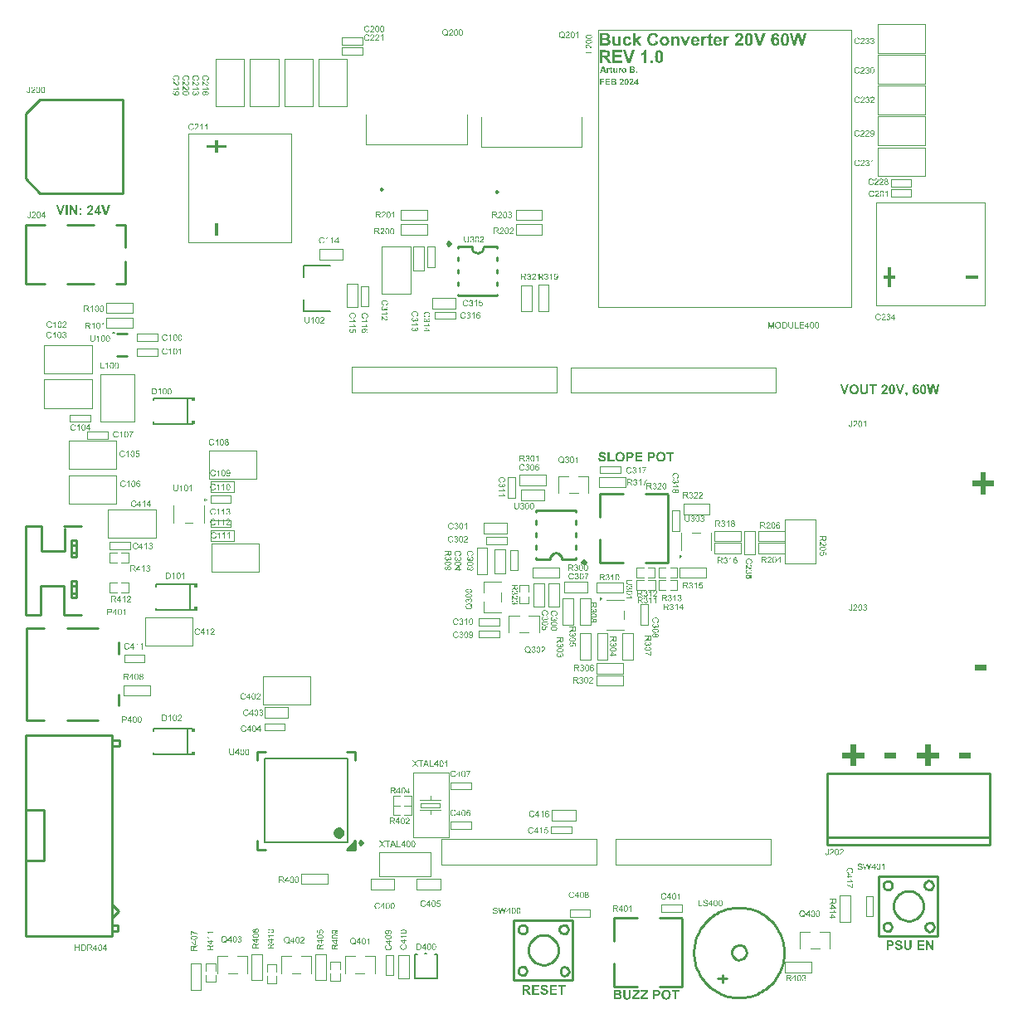
<source format=gto>
G04*
G04 #@! TF.GenerationSoftware,Altium Limited,Altium Designer,23.3.1 (30)*
G04*
G04 Layer_Color=65535*
%FSLAX25Y25*%
%MOIN*%
G70*
G04*
G04 #@! TF.SameCoordinates,A0E3A479-A048-482A-A5C8-966E8189681F*
G04*
G04*
G04 #@! TF.FilePolarity,Positive*
G04*
G01*
G75*
%ADD10C,0.01181*%
%ADD11C,0.01000*%
%ADD12C,0.00591*%
%ADD13C,0.02362*%
%ADD14C,0.00394*%
%ADD15C,0.00197*%
%ADD16C,0.00600*%
%ADD17C,0.00787*%
%ADD18C,0.00598*%
G36*
X67323Y-294793D02*
Y-293307D01*
X68523D01*
Y-294793D01*
X67323D01*
D02*
G37*
G36*
X160319Y-374909D02*
X162319D01*
X161319Y-373909D01*
X160319Y-374909D01*
D02*
G37*
G36*
X132874Y-329256D02*
Y-329257D01*
X129453Y-332677D01*
X132874D01*
Y-329256D01*
D02*
G37*
G36*
X67323Y-283947D02*
Y-285433D01*
X68523D01*
Y-283947D01*
X67323D01*
D02*
G37*
G36*
X68307Y-236722D02*
Y-235236D01*
X69507D01*
Y-236722D01*
X68307D01*
D02*
G37*
G36*
Y-225876D02*
Y-227362D01*
X69507D01*
Y-225876D01*
X68307D01*
D02*
G37*
G36*
X67323Y-161919D02*
Y-160433D01*
X68523D01*
Y-161919D01*
X67323D01*
D02*
G37*
G36*
Y-151073D02*
Y-152559D01*
X68523D01*
Y-151073D01*
X67323D01*
D02*
G37*
G36*
X77896Y-85988D02*
X76679D01*
Y-81122D01*
X77896D01*
Y-85988D01*
D02*
G37*
G36*
Y-49695D02*
X81343D01*
Y-50911D01*
X77896D01*
Y-52736D01*
X76679D01*
Y-50911D01*
X73232D01*
Y-49695D01*
X76679D01*
Y-47870D01*
X77896D01*
Y-49695D01*
D02*
G37*
G36*
X348155Y-102222D02*
X349980D01*
Y-103439D01*
X348155D01*
Y-106886D01*
X346939D01*
Y-103439D01*
X345114D01*
Y-102222D01*
X346939D01*
Y-98776D01*
X348155D01*
Y-102222D01*
D02*
G37*
G36*
X383232D02*
Y-103439D01*
X378366D01*
Y-102222D01*
X383232D01*
D02*
G37*
G36*
X301205Y-123307D02*
X300885D01*
Y-121199D01*
X300150Y-123307D01*
X299851D01*
X299123Y-121163D01*
Y-123307D01*
X298803D01*
Y-120788D01*
X299302D01*
X299899Y-122575D01*
Y-122579D01*
X299902Y-122586D01*
X299906Y-122597D01*
X299913Y-122615D01*
X299928Y-122659D01*
X299946Y-122713D01*
X299964Y-122775D01*
X299986Y-122837D01*
X300004Y-122895D01*
X300019Y-122946D01*
X300023Y-122939D01*
X300026Y-122921D01*
X300037Y-122888D01*
X300052Y-122844D01*
X300070Y-122786D01*
X300095Y-122717D01*
X300121Y-122637D01*
X300153Y-122542D01*
X300758Y-120788D01*
X301205D01*
Y-123307D01*
D02*
G37*
G36*
X309010Y-122244D02*
Y-122247D01*
Y-122262D01*
Y-122280D01*
Y-122306D01*
X309006Y-122338D01*
Y-122375D01*
X309002Y-122418D01*
X308999Y-122462D01*
X308988Y-122561D01*
X308973Y-122662D01*
X308951Y-122761D01*
X308937Y-122808D01*
X308922Y-122852D01*
Y-122855D01*
X308919Y-122863D01*
X308911Y-122873D01*
X308904Y-122888D01*
X308882Y-122928D01*
X308850Y-122979D01*
X308806Y-123037D01*
X308755Y-123096D01*
X308689Y-123157D01*
X308609Y-123212D01*
X308606D01*
X308598Y-123219D01*
X308587Y-123223D01*
X308569Y-123234D01*
X308547Y-123245D01*
X308518Y-123256D01*
X308489Y-123267D01*
X308453Y-123281D01*
X308413Y-123296D01*
X308369Y-123307D01*
X308322Y-123318D01*
X308267Y-123328D01*
X308212Y-123336D01*
X308154Y-123343D01*
X308023Y-123350D01*
X307990D01*
X307965Y-123347D01*
X307936D01*
X307899Y-123343D01*
X307859Y-123339D01*
X307819Y-123336D01*
X307728Y-123321D01*
X307630Y-123299D01*
X307535Y-123270D01*
X307444Y-123230D01*
X307441D01*
X307434Y-123223D01*
X307423Y-123216D01*
X307408Y-123208D01*
X307368Y-123179D01*
X307321Y-123139D01*
X307266Y-123088D01*
X307215Y-123030D01*
X307164Y-122957D01*
X307124Y-122877D01*
Y-122873D01*
X307120Y-122866D01*
X307117Y-122852D01*
X307109Y-122834D01*
X307102Y-122812D01*
X307095Y-122783D01*
X307084Y-122750D01*
X307077Y-122710D01*
X307069Y-122666D01*
X307059Y-122619D01*
X307051Y-122568D01*
X307044Y-122513D01*
X307037Y-122451D01*
X307033Y-122386D01*
X307030Y-122317D01*
Y-122244D01*
Y-120788D01*
X307364D01*
Y-122244D01*
Y-122247D01*
Y-122258D01*
Y-122277D01*
Y-122298D01*
X307368Y-122324D01*
Y-122357D01*
X307372Y-122426D01*
X307379Y-122506D01*
X307390Y-122586D01*
X307404Y-122662D01*
X307412Y-122695D01*
X307423Y-122728D01*
X307426Y-122735D01*
X307434Y-122753D01*
X307452Y-122779D01*
X307473Y-122815D01*
X307499Y-122852D01*
X307535Y-122892D01*
X307579Y-122932D01*
X307630Y-122965D01*
X307637Y-122968D01*
X307656Y-122979D01*
X307688Y-122990D01*
X307732Y-123005D01*
X307783Y-123023D01*
X307849Y-123034D01*
X307918Y-123045D01*
X307994Y-123048D01*
X308031D01*
X308052Y-123045D01*
X308085D01*
X308118Y-123041D01*
X308198Y-123026D01*
X308285Y-123008D01*
X308369Y-122979D01*
X308449Y-122939D01*
X308486Y-122914D01*
X308518Y-122884D01*
X308522Y-122881D01*
X308525Y-122877D01*
X308533Y-122866D01*
X308544Y-122852D01*
X308555Y-122830D01*
X308569Y-122808D01*
X308584Y-122775D01*
X308598Y-122742D01*
X308613Y-122702D01*
X308624Y-122655D01*
X308638Y-122600D01*
X308649Y-122542D01*
X308660Y-122477D01*
X308667Y-122408D01*
X308675Y-122327D01*
Y-122244D01*
Y-120788D01*
X309010D01*
Y-122244D01*
D02*
G37*
G36*
X315045Y-122418D02*
X315387D01*
Y-122702D01*
X315045D01*
Y-123307D01*
X314735D01*
Y-122702D01*
X313640D01*
Y-122418D01*
X314794Y-120788D01*
X315045D01*
Y-122418D01*
D02*
G37*
G36*
X313352Y-121086D02*
X311863D01*
Y-121854D01*
X313258D01*
Y-122153D01*
X311863D01*
Y-123008D01*
X313410D01*
Y-123307D01*
X311528D01*
Y-120788D01*
X313352D01*
Y-121086D01*
D02*
G37*
G36*
X309887Y-123008D02*
X311128D01*
Y-123307D01*
X309552D01*
Y-120788D01*
X309887D01*
Y-123008D01*
D02*
G37*
G36*
X305519Y-120791D02*
X305592Y-120795D01*
X305664Y-120802D01*
X305737Y-120813D01*
X305799Y-120824D01*
X305803D01*
X305810Y-120828D01*
X305821D01*
X305836Y-120835D01*
X305876Y-120846D01*
X305926Y-120864D01*
X305985Y-120890D01*
X306047Y-120923D01*
X306108Y-120959D01*
X306167Y-121006D01*
X306170Y-121010D01*
X306174Y-121013D01*
X306185Y-121024D01*
X306200Y-121035D01*
X306236Y-121072D01*
X306280Y-121123D01*
X306327Y-121185D01*
X306378Y-121257D01*
X306425Y-121341D01*
X306465Y-121436D01*
Y-121439D01*
X306469Y-121447D01*
X306476Y-121461D01*
X306480Y-121483D01*
X306491Y-121509D01*
X306498Y-121538D01*
X306505Y-121570D01*
X306516Y-121610D01*
X306527Y-121651D01*
X306534Y-121698D01*
X306553Y-121800D01*
X306563Y-121913D01*
X306567Y-122036D01*
Y-122040D01*
Y-122047D01*
Y-122065D01*
Y-122084D01*
X306563Y-122109D01*
Y-122138D01*
X306560Y-122207D01*
X306549Y-122287D01*
X306538Y-122371D01*
X306520Y-122459D01*
X306498Y-122546D01*
Y-122550D01*
X306494Y-122557D01*
X306491Y-122568D01*
X306487Y-122582D01*
X306472Y-122622D01*
X306451Y-122673D01*
X306429Y-122732D01*
X306400Y-122790D01*
X306363Y-122852D01*
X306327Y-122910D01*
X306323Y-122917D01*
X306309Y-122935D01*
X306287Y-122961D01*
X306258Y-122994D01*
X306225Y-123030D01*
X306185Y-123066D01*
X306145Y-123107D01*
X306098Y-123139D01*
X306090Y-123143D01*
X306076Y-123154D01*
X306050Y-123168D01*
X306014Y-123187D01*
X305970Y-123208D01*
X305919Y-123227D01*
X305861Y-123248D01*
X305796Y-123267D01*
X305788D01*
X305777Y-123270D01*
X305766Y-123274D01*
X305730Y-123278D01*
X305679Y-123285D01*
X305621Y-123292D01*
X305552Y-123299D01*
X305475Y-123303D01*
X305392Y-123307D01*
X304485D01*
Y-120788D01*
X305453D01*
X305519Y-120791D01*
D02*
G37*
G36*
X318557Y-120781D02*
X318605Y-120788D01*
X318659Y-120799D01*
X318718Y-120813D01*
X318779Y-120832D01*
X318838Y-120861D01*
X318841D01*
X318845Y-120864D01*
X318863Y-120875D01*
X318892Y-120893D01*
X318929Y-120919D01*
X318969Y-120955D01*
X319012Y-120995D01*
X319052Y-121043D01*
X319092Y-121097D01*
X319096Y-121105D01*
X319111Y-121123D01*
X319125Y-121155D01*
X319151Y-121203D01*
X319173Y-121257D01*
X319202Y-121319D01*
X319227Y-121392D01*
X319249Y-121472D01*
Y-121476D01*
X319253Y-121483D01*
X319256Y-121494D01*
X319260Y-121512D01*
X319264Y-121534D01*
X319267Y-121560D01*
X319274Y-121592D01*
X319278Y-121629D01*
X319285Y-121669D01*
X319289Y-121712D01*
X319293Y-121763D01*
X319300Y-121814D01*
X319303Y-121872D01*
Y-121931D01*
X319307Y-121996D01*
Y-122065D01*
Y-122069D01*
Y-122084D01*
Y-122109D01*
Y-122138D01*
X319303Y-122178D01*
Y-122222D01*
X319300Y-122269D01*
X319296Y-122320D01*
X319285Y-122437D01*
X319267Y-122557D01*
X319245Y-122673D01*
X319231Y-122728D01*
X319213Y-122783D01*
Y-122786D01*
X319209Y-122793D01*
X319202Y-122808D01*
X319194Y-122826D01*
X319187Y-122852D01*
X319173Y-122877D01*
X319143Y-122939D01*
X319107Y-123005D01*
X319060Y-123077D01*
X319005Y-123143D01*
X318939Y-123205D01*
X318936D01*
X318932Y-123212D01*
X318921Y-123219D01*
X318907Y-123227D01*
X318889Y-123238D01*
X318870Y-123252D01*
X318816Y-123278D01*
X318750Y-123303D01*
X318674Y-123328D01*
X318583Y-123343D01*
X318484Y-123350D01*
X318448D01*
X318423Y-123347D01*
X318393Y-123343D01*
X318357Y-123336D01*
X318317Y-123328D01*
X318273Y-123318D01*
X318230Y-123303D01*
X318182Y-123289D01*
X318135Y-123267D01*
X318088Y-123241D01*
X318040Y-123212D01*
X317993Y-123176D01*
X317950Y-123136D01*
X317909Y-123092D01*
X317906Y-123088D01*
X317899Y-123077D01*
X317888Y-123059D01*
X317869Y-123030D01*
X317851Y-122997D01*
X317833Y-122954D01*
X317808Y-122903D01*
X317786Y-122844D01*
X317764Y-122779D01*
X317742Y-122702D01*
X317720Y-122619D01*
X317702Y-122524D01*
X317684Y-122422D01*
X317673Y-122313D01*
X317666Y-122193D01*
X317662Y-122065D01*
Y-122062D01*
Y-122047D01*
Y-122022D01*
Y-121993D01*
X317666Y-121953D01*
Y-121909D01*
X317669Y-121862D01*
X317673Y-121807D01*
X317684Y-121694D01*
X317702Y-121574D01*
X317724Y-121454D01*
X317738Y-121399D01*
X317753Y-121345D01*
Y-121341D01*
X317757Y-121334D01*
X317764Y-121319D01*
X317771Y-121301D01*
X317778Y-121276D01*
X317793Y-121250D01*
X317822Y-121188D01*
X317859Y-121123D01*
X317906Y-121054D01*
X317960Y-120984D01*
X318026Y-120926D01*
X318029D01*
X318033Y-120919D01*
X318044Y-120912D01*
X318059Y-120904D01*
X318077Y-120890D01*
X318099Y-120879D01*
X318153Y-120850D01*
X318219Y-120824D01*
X318295Y-120799D01*
X318386Y-120784D01*
X318484Y-120777D01*
X318517D01*
X318557Y-120781D01*
D02*
G37*
G36*
X316599D02*
X316646Y-120788D01*
X316701Y-120799D01*
X316759Y-120813D01*
X316821Y-120832D01*
X316879Y-120861D01*
X316883D01*
X316887Y-120864D01*
X316905Y-120875D01*
X316934Y-120893D01*
X316970Y-120919D01*
X317010Y-120955D01*
X317054Y-120995D01*
X317094Y-121043D01*
X317134Y-121097D01*
X317138Y-121105D01*
X317152Y-121123D01*
X317167Y-121155D01*
X317192Y-121203D01*
X317214Y-121257D01*
X317243Y-121319D01*
X317269Y-121392D01*
X317291Y-121472D01*
Y-121476D01*
X317294Y-121483D01*
X317298Y-121494D01*
X317302Y-121512D01*
X317305Y-121534D01*
X317309Y-121560D01*
X317316Y-121592D01*
X317320Y-121629D01*
X317327Y-121669D01*
X317331Y-121712D01*
X317334Y-121763D01*
X317342Y-121814D01*
X317345Y-121872D01*
Y-121931D01*
X317349Y-121996D01*
Y-122065D01*
Y-122069D01*
Y-122084D01*
Y-122109D01*
Y-122138D01*
X317345Y-122178D01*
Y-122222D01*
X317342Y-122269D01*
X317338Y-122320D01*
X317327Y-122437D01*
X317309Y-122557D01*
X317287Y-122673D01*
X317272Y-122728D01*
X317254Y-122783D01*
Y-122786D01*
X317251Y-122793D01*
X317243Y-122808D01*
X317236Y-122826D01*
X317229Y-122852D01*
X317214Y-122877D01*
X317185Y-122939D01*
X317149Y-123005D01*
X317101Y-123077D01*
X317047Y-123143D01*
X316981Y-123205D01*
X316978D01*
X316974Y-123212D01*
X316963Y-123219D01*
X316949Y-123227D01*
X316930Y-123238D01*
X316912Y-123252D01*
X316858Y-123278D01*
X316792Y-123303D01*
X316716Y-123328D01*
X316624Y-123343D01*
X316526Y-123350D01*
X316490D01*
X316464Y-123347D01*
X316435Y-123343D01*
X316399Y-123336D01*
X316359Y-123328D01*
X316315Y-123318D01*
X316271Y-123303D01*
X316224Y-123289D01*
X316177Y-123267D01*
X316129Y-123241D01*
X316082Y-123212D01*
X316035Y-123176D01*
X315991Y-123136D01*
X315951Y-123092D01*
X315948Y-123088D01*
X315940Y-123077D01*
X315929Y-123059D01*
X315911Y-123030D01*
X315893Y-122997D01*
X315875Y-122954D01*
X315849Y-122903D01*
X315827Y-122844D01*
X315806Y-122779D01*
X315784Y-122702D01*
X315762Y-122619D01*
X315744Y-122524D01*
X315725Y-122422D01*
X315715Y-122313D01*
X315707Y-122193D01*
X315704Y-122065D01*
Y-122062D01*
Y-122047D01*
Y-122022D01*
Y-121993D01*
X315707Y-121953D01*
Y-121909D01*
X315711Y-121862D01*
X315715Y-121807D01*
X315725Y-121694D01*
X315744Y-121574D01*
X315766Y-121454D01*
X315780Y-121399D01*
X315795Y-121345D01*
Y-121341D01*
X315798Y-121334D01*
X315806Y-121319D01*
X315813Y-121301D01*
X315820Y-121276D01*
X315835Y-121250D01*
X315864Y-121188D01*
X315900Y-121123D01*
X315948Y-121054D01*
X316002Y-120984D01*
X316068Y-120926D01*
X316071D01*
X316075Y-120919D01*
X316086Y-120912D01*
X316100Y-120904D01*
X316119Y-120890D01*
X316140Y-120879D01*
X316195Y-120850D01*
X316261Y-120824D01*
X316337Y-120799D01*
X316428Y-120784D01*
X316526Y-120777D01*
X316559D01*
X316599Y-120781D01*
D02*
G37*
G36*
X302909Y-120748D02*
X302942D01*
X302975Y-120751D01*
X303018Y-120759D01*
X303062Y-120766D01*
X303156Y-120784D01*
X303266Y-120813D01*
X303371Y-120857D01*
X303426Y-120882D01*
X303481Y-120912D01*
X303484Y-120915D01*
X303491Y-120919D01*
X303506Y-120930D01*
X303528Y-120941D01*
X303550Y-120959D01*
X303579Y-120981D01*
X303641Y-121032D01*
X303706Y-121097D01*
X303779Y-121177D01*
X303848Y-121272D01*
X303906Y-121378D01*
Y-121381D01*
X303914Y-121392D01*
X303921Y-121407D01*
X303928Y-121428D01*
X303943Y-121458D01*
X303954Y-121490D01*
X303968Y-121530D01*
X303983Y-121574D01*
X303994Y-121621D01*
X304008Y-121672D01*
X304023Y-121731D01*
X304034Y-121789D01*
X304048Y-121916D01*
X304056Y-122055D01*
Y-122058D01*
Y-122073D01*
Y-122091D01*
X304052Y-122120D01*
Y-122153D01*
X304048Y-122193D01*
X304041Y-122237D01*
X304037Y-122284D01*
X304019Y-122389D01*
X303990Y-122506D01*
X303950Y-122622D01*
X303928Y-122681D01*
X303899Y-122739D01*
Y-122742D01*
X303892Y-122753D01*
X303885Y-122768D01*
X303870Y-122790D01*
X303855Y-122815D01*
X303837Y-122841D01*
X303786Y-122910D01*
X303724Y-122983D01*
X303651Y-123059D01*
X303564Y-123132D01*
X303462Y-123197D01*
X303459D01*
X303451Y-123205D01*
X303433Y-123212D01*
X303411Y-123223D01*
X303386Y-123234D01*
X303357Y-123245D01*
X303320Y-123259D01*
X303280Y-123274D01*
X303237Y-123289D01*
X303189Y-123303D01*
X303084Y-123325D01*
X302971Y-123343D01*
X302851Y-123350D01*
X302814D01*
X302793Y-123347D01*
X302760D01*
X302723Y-123339D01*
X302683Y-123336D01*
X302636Y-123328D01*
X302538Y-123307D01*
X302432Y-123278D01*
X302323Y-123234D01*
X302268Y-123208D01*
X302214Y-123179D01*
X302210Y-123176D01*
X302203Y-123172D01*
X302188Y-123161D01*
X302166Y-123146D01*
X302145Y-123132D01*
X302119Y-123110D01*
X302057Y-123056D01*
X301988Y-122990D01*
X301915Y-122910D01*
X301850Y-122819D01*
X301788Y-122713D01*
Y-122710D01*
X301781Y-122699D01*
X301773Y-122684D01*
X301766Y-122662D01*
X301755Y-122633D01*
X301744Y-122600D01*
X301730Y-122564D01*
X301719Y-122524D01*
X301704Y-122477D01*
X301690Y-122429D01*
X301668Y-122320D01*
X301653Y-122207D01*
X301646Y-122084D01*
Y-122080D01*
Y-122076D01*
Y-122055D01*
X301649Y-122022D01*
Y-121978D01*
X301657Y-121927D01*
X301664Y-121865D01*
X301675Y-121796D01*
X301690Y-121723D01*
X301704Y-121647D01*
X301726Y-121567D01*
X301755Y-121487D01*
X301788Y-121403D01*
X301824Y-121323D01*
X301872Y-121243D01*
X301922Y-121170D01*
X301981Y-121101D01*
X301984Y-121097D01*
X301995Y-121086D01*
X302017Y-121068D01*
X302043Y-121046D01*
X302075Y-121017D01*
X302116Y-120988D01*
X302163Y-120955D01*
X302217Y-120923D01*
X302276Y-120890D01*
X302341Y-120857D01*
X302414Y-120828D01*
X302490Y-120799D01*
X302574Y-120777D01*
X302661Y-120759D01*
X302752Y-120748D01*
X302851Y-120744D01*
X302884D01*
X302909Y-120748D01*
D02*
G37*
G36*
X350228Y-296260D02*
X345472D01*
Y-293837D01*
X350228D01*
Y-296260D01*
D02*
G37*
G36*
X386408Y-184440D02*
X389724D01*
Y-186699D01*
X386408D01*
Y-189961D01*
X384203D01*
Y-186699D01*
X380906D01*
Y-184440D01*
X384203D01*
Y-181179D01*
X386408D01*
Y-184440D01*
D02*
G37*
G36*
X386645Y-260827D02*
X381890D01*
Y-258403D01*
X386645D01*
Y-260827D01*
D02*
G37*
G36*
X358398Y-145879D02*
X358436D01*
X358481Y-145884D01*
X358581Y-145906D01*
X358692Y-145934D01*
X358814Y-145978D01*
X358936Y-146040D01*
X358991Y-146078D01*
X359047Y-146123D01*
X359052D01*
X359058Y-146134D01*
X359075Y-146151D01*
X359091Y-146167D01*
X359119Y-146195D01*
X359141Y-146223D01*
X359202Y-146300D01*
X359263Y-146406D01*
X359324Y-146528D01*
X359380Y-146667D01*
X359419Y-146833D01*
X358708Y-146911D01*
Y-146900D01*
X358703Y-146878D01*
X358692Y-146839D01*
X358681Y-146789D01*
X358664Y-146739D01*
X358636Y-146683D01*
X358608Y-146633D01*
X358570Y-146589D01*
X358564Y-146583D01*
X358547Y-146572D01*
X358525Y-146556D01*
X358492Y-146534D01*
X358453Y-146517D01*
X358403Y-146500D01*
X358342Y-146489D01*
X358281Y-146484D01*
X358270D01*
X358242Y-146489D01*
X358198Y-146495D01*
X358142Y-146511D01*
X358081Y-146534D01*
X358014Y-146572D01*
X357948Y-146622D01*
X357887Y-146695D01*
X357881Y-146705D01*
X357870Y-146717D01*
X357859Y-146739D01*
X357848Y-146761D01*
X357831Y-146794D01*
X357820Y-146833D01*
X357804Y-146883D01*
X357781Y-146939D01*
X357765Y-147000D01*
X357748Y-147072D01*
X357732Y-147150D01*
X357715Y-147238D01*
X357704Y-147338D01*
X357693Y-147449D01*
X357681Y-147566D01*
X357687Y-147560D01*
X357693Y-147549D01*
X357709Y-147538D01*
X357732Y-147516D01*
X357759Y-147488D01*
X357792Y-147460D01*
X357870Y-147399D01*
X357970Y-147344D01*
X358087Y-147288D01*
X358153Y-147266D01*
X358220Y-147255D01*
X358292Y-147244D01*
X358370Y-147238D01*
X358414D01*
X358447Y-147244D01*
X358486Y-147249D01*
X358531Y-147255D01*
X358586Y-147266D01*
X358642Y-147283D01*
X358764Y-147327D01*
X358830Y-147355D01*
X358897Y-147388D01*
X358964Y-147427D01*
X359030Y-147477D01*
X359097Y-147532D01*
X359158Y-147594D01*
X359163Y-147599D01*
X359174Y-147610D01*
X359191Y-147627D01*
X359208Y-147655D01*
X359236Y-147694D01*
X359263Y-147732D01*
X359291Y-147782D01*
X359324Y-147838D01*
X359358Y-147899D01*
X359385Y-147971D01*
X359413Y-148043D01*
X359441Y-148126D01*
X359457Y-148210D01*
X359474Y-148304D01*
X359485Y-148398D01*
X359491Y-148504D01*
Y-148509D01*
Y-148531D01*
Y-148559D01*
X359485Y-148604D01*
X359480Y-148654D01*
X359474Y-148709D01*
X359463Y-148776D01*
X359446Y-148842D01*
X359408Y-148998D01*
X359380Y-149075D01*
X359341Y-149153D01*
X359302Y-149231D01*
X359258Y-149309D01*
X359202Y-149386D01*
X359141Y-149453D01*
X359136Y-149458D01*
X359124Y-149469D01*
X359108Y-149486D01*
X359080Y-149508D01*
X359047Y-149536D01*
X359002Y-149564D01*
X358958Y-149597D01*
X358903Y-149630D01*
X358841Y-149664D01*
X358775Y-149697D01*
X358703Y-149725D01*
X358619Y-149752D01*
X358536Y-149775D01*
X358447Y-149791D01*
X358353Y-149802D01*
X358253Y-149808D01*
X358225D01*
X358198Y-149802D01*
X358159D01*
X358109Y-149791D01*
X358048Y-149786D01*
X357987Y-149769D01*
X357915Y-149752D01*
X357842Y-149730D01*
X357765Y-149697D01*
X357681Y-149664D01*
X357604Y-149619D01*
X357521Y-149569D01*
X357443Y-149508D01*
X357365Y-149436D01*
X357293Y-149358D01*
X357288Y-149353D01*
X357276Y-149336D01*
X357260Y-149309D01*
X357238Y-149270D01*
X357204Y-149220D01*
X357176Y-149159D01*
X357143Y-149086D01*
X357110Y-149003D01*
X357071Y-148903D01*
X357038Y-148798D01*
X357010Y-148676D01*
X356982Y-148537D01*
X356955Y-148393D01*
X356938Y-148232D01*
X356927Y-148060D01*
X356921Y-147871D01*
Y-147865D01*
Y-147860D01*
Y-147843D01*
Y-147827D01*
Y-147771D01*
X356927Y-147699D01*
X356932Y-147610D01*
X356943Y-147510D01*
X356955Y-147399D01*
X356971Y-147283D01*
X356988Y-147161D01*
X357015Y-147033D01*
X357049Y-146905D01*
X357088Y-146778D01*
X357132Y-146661D01*
X357182Y-146545D01*
X357243Y-146439D01*
X357310Y-146345D01*
X357315Y-146339D01*
X357326Y-146323D01*
X357348Y-146300D01*
X357382Y-146273D01*
X357421Y-146234D01*
X357465Y-146195D01*
X357521Y-146151D01*
X357582Y-146106D01*
X357654Y-146067D01*
X357726Y-146023D01*
X357815Y-145984D01*
X357904Y-145945D01*
X357998Y-145917D01*
X358103Y-145895D01*
X358209Y-145879D01*
X358325Y-145873D01*
X358370D01*
X358398Y-145879D01*
D02*
G37*
G36*
X366795Y-149736D02*
X365957D01*
X365202Y-146867D01*
X364436Y-149736D01*
X363592D01*
X362682Y-145895D01*
X363476D01*
X364053Y-148537D01*
X364752Y-145895D01*
X365685D01*
X366351Y-148581D01*
X366939Y-145895D01*
X367722D01*
X366795Y-149736D01*
D02*
G37*
G36*
X352342D02*
X351504D01*
X350128Y-145895D01*
X350966D01*
X351943Y-148737D01*
X352881Y-145895D01*
X353708D01*
X352342Y-149736D01*
D02*
G37*
G36*
X329970D02*
X329132D01*
X327756Y-145895D01*
X328594D01*
X329571Y-148737D01*
X330509Y-145895D01*
X331336D01*
X329970Y-149736D01*
D02*
G37*
G36*
X338956Y-147921D02*
Y-147926D01*
Y-147949D01*
Y-147988D01*
Y-148032D01*
Y-148088D01*
X338950Y-148154D01*
Y-148226D01*
Y-148298D01*
X338939Y-148459D01*
X338928Y-148626D01*
X338923Y-148698D01*
X338911Y-148770D01*
X338900Y-148837D01*
X338889Y-148898D01*
Y-148903D01*
X338884Y-148909D01*
Y-148925D01*
X338878Y-148942D01*
X338861Y-148998D01*
X338839Y-149064D01*
X338806Y-149142D01*
X338767Y-149220D01*
X338717Y-149303D01*
X338656Y-149381D01*
X338651Y-149392D01*
X338628Y-149414D01*
X338590Y-149447D01*
X338540Y-149492D01*
X338473Y-149542D01*
X338395Y-149592D01*
X338306Y-149647D01*
X338207Y-149691D01*
X338201D01*
X338195Y-149697D01*
X338179Y-149703D01*
X338157Y-149708D01*
X338129Y-149719D01*
X338096Y-149730D01*
X338051Y-149741D01*
X338007Y-149747D01*
X337901Y-149769D01*
X337774Y-149791D01*
X337629Y-149802D01*
X337468Y-149808D01*
X337380D01*
X337330Y-149802D01*
X337280D01*
X337219Y-149797D01*
X337158Y-149791D01*
X337024Y-149780D01*
X336886Y-149758D01*
X336747Y-149725D01*
X336686Y-149708D01*
X336630Y-149686D01*
X336625D01*
X336619Y-149680D01*
X336586Y-149664D01*
X336530Y-149636D01*
X336469Y-149597D01*
X336397Y-149547D01*
X336320Y-149492D01*
X336247Y-149425D01*
X336181Y-149353D01*
X336175Y-149342D01*
X336153Y-149320D01*
X336125Y-149275D01*
X336092Y-149220D01*
X336059Y-149159D01*
X336020Y-149086D01*
X335992Y-149009D01*
X335964Y-148925D01*
Y-148920D01*
X335959Y-148909D01*
Y-148892D01*
X335953Y-148864D01*
X335948Y-148831D01*
X335942Y-148787D01*
X335937Y-148737D01*
X335931Y-148681D01*
X335920Y-148615D01*
X335914Y-148543D01*
X335909Y-148465D01*
X335903Y-148376D01*
X335898Y-148282D01*
Y-148176D01*
X335892Y-148065D01*
Y-147949D01*
Y-145895D01*
X336669D01*
Y-147982D01*
Y-147988D01*
Y-148004D01*
Y-148026D01*
Y-148060D01*
Y-148104D01*
Y-148149D01*
X336675Y-148249D01*
Y-148359D01*
X336680Y-148465D01*
X336686Y-148515D01*
Y-148559D01*
X336691Y-148593D01*
X336697Y-148626D01*
Y-148637D01*
X336708Y-148665D01*
X336725Y-148709D01*
X336747Y-148765D01*
X336775Y-148826D01*
X336819Y-148887D01*
X336869Y-148953D01*
X336930Y-149009D01*
X336941Y-149014D01*
X336963Y-149031D01*
X337008Y-149053D01*
X337063Y-149075D01*
X337141Y-149103D01*
X337230Y-149125D01*
X337330Y-149142D01*
X337446Y-149148D01*
X337502D01*
X337557Y-149142D01*
X337629Y-149131D01*
X337713Y-149114D01*
X337790Y-149092D01*
X337874Y-149059D01*
X337940Y-149014D01*
X337946Y-149009D01*
X337968Y-148992D01*
X337996Y-148964D01*
X338029Y-148925D01*
X338062Y-148876D01*
X338096Y-148820D01*
X338123Y-148759D01*
X338140Y-148687D01*
Y-148676D01*
X338145Y-148648D01*
X338151Y-148598D01*
X338162Y-148531D01*
Y-148487D01*
X338168Y-148437D01*
Y-148382D01*
X338173Y-148326D01*
Y-148259D01*
X338179Y-148187D01*
Y-148110D01*
Y-148026D01*
Y-145895D01*
X338956D01*
Y-147921D01*
D02*
G37*
G36*
X345743Y-145879D02*
X345793Y-145884D01*
X345849Y-145890D01*
X345910Y-145901D01*
X345977Y-145912D01*
X346121Y-145951D01*
X346265Y-146006D01*
X346343Y-146040D01*
X346410Y-146078D01*
X346482Y-146128D01*
X346543Y-146184D01*
X346548Y-146189D01*
X346559Y-146195D01*
X346570Y-146217D01*
X346593Y-146239D01*
X346620Y-146267D01*
X346648Y-146306D01*
X346676Y-146345D01*
X346709Y-146395D01*
X346765Y-146506D01*
X346820Y-146633D01*
X346842Y-146705D01*
X346853Y-146783D01*
X346865Y-146867D01*
X346870Y-146950D01*
Y-146961D01*
Y-146994D01*
X346865Y-147044D01*
X346859Y-147105D01*
X346848Y-147183D01*
X346831Y-147266D01*
X346809Y-147355D01*
X346776Y-147444D01*
X346770Y-147455D01*
X346759Y-147483D01*
X346737Y-147532D01*
X346704Y-147594D01*
X346665Y-147666D01*
X346615Y-147749D01*
X346554Y-147838D01*
X346482Y-147932D01*
X346476Y-147938D01*
X346454Y-147965D01*
X346421Y-148004D01*
X346371Y-148060D01*
X346304Y-148126D01*
X346221Y-148215D01*
X346121Y-148310D01*
X345999Y-148426D01*
X345993Y-148432D01*
X345982Y-148437D01*
X345966Y-148454D01*
X345943Y-148476D01*
X345882Y-148531D01*
X345810Y-148598D01*
X345738Y-148670D01*
X345666Y-148742D01*
X345599Y-148803D01*
X345577Y-148831D01*
X345555Y-148853D01*
X345549Y-148859D01*
X345538Y-148870D01*
X345521Y-148892D01*
X345499Y-148920D01*
X345449Y-148981D01*
X345405Y-149053D01*
X346870D01*
Y-149736D01*
X344289D01*
Y-149730D01*
Y-149719D01*
X344295Y-149697D01*
X344301Y-149669D01*
X344306Y-149636D01*
X344312Y-149597D01*
X344334Y-149497D01*
X344367Y-149386D01*
X344411Y-149264D01*
X344467Y-149131D01*
X344539Y-149003D01*
Y-148998D01*
X344550Y-148987D01*
X344561Y-148964D01*
X344584Y-148942D01*
X344606Y-148903D01*
X344639Y-148864D01*
X344678Y-148815D01*
X344722Y-148759D01*
X344772Y-148693D01*
X344833Y-148626D01*
X344900Y-148548D01*
X344978Y-148465D01*
X345061Y-148382D01*
X345155Y-148287D01*
X345255Y-148187D01*
X345366Y-148082D01*
X345372Y-148076D01*
X345388Y-148060D01*
X345410Y-148038D01*
X345444Y-148004D01*
X345488Y-147971D01*
X345533Y-147926D01*
X345633Y-147827D01*
X345732Y-147721D01*
X345832Y-147616D01*
X345877Y-147571D01*
X345921Y-147521D01*
X345954Y-147483D01*
X345977Y-147449D01*
X345982Y-147438D01*
X345999Y-147410D01*
X346026Y-147366D01*
X346054Y-147305D01*
X346082Y-147238D01*
X346110Y-147161D01*
X346126Y-147083D01*
X346132Y-147000D01*
Y-146994D01*
Y-146989D01*
Y-146961D01*
X346126Y-146911D01*
X346115Y-146855D01*
X346099Y-146794D01*
X346076Y-146733D01*
X346043Y-146672D01*
X345999Y-146617D01*
X345993Y-146611D01*
X345977Y-146595D01*
X345943Y-146572D01*
X345904Y-146550D01*
X345849Y-146528D01*
X345788Y-146506D01*
X345716Y-146489D01*
X345633Y-146484D01*
X345594D01*
X345549Y-146489D01*
X345499Y-146500D01*
X345438Y-146517D01*
X345377Y-146545D01*
X345316Y-146578D01*
X345261Y-146622D01*
X345255Y-146628D01*
X345238Y-146650D01*
X345216Y-146683D01*
X345194Y-146733D01*
X345166Y-146794D01*
X345144Y-146878D01*
X345122Y-146972D01*
X345111Y-147083D01*
X344378Y-147011D01*
Y-147005D01*
X344384Y-146983D01*
Y-146955D01*
X344395Y-146911D01*
X344400Y-146861D01*
X344417Y-146805D01*
X344434Y-146744D01*
X344450Y-146672D01*
X344506Y-146534D01*
X344572Y-146389D01*
X344617Y-146317D01*
X344667Y-146250D01*
X344722Y-146195D01*
X344783Y-146140D01*
X344789Y-146134D01*
X344800Y-146128D01*
X344817Y-146117D01*
X344844Y-146095D01*
X344878Y-146078D01*
X344922Y-146056D01*
X344967Y-146028D01*
X345022Y-146006D01*
X345083Y-145978D01*
X345150Y-145956D01*
X345294Y-145912D01*
X345466Y-145884D01*
X345555Y-145879D01*
X345649Y-145873D01*
X345705D01*
X345743Y-145879D01*
D02*
G37*
G36*
X342552Y-146545D02*
X341420D01*
Y-149736D01*
X340643D01*
Y-146545D01*
X339505D01*
Y-145895D01*
X342552D01*
Y-146545D01*
D02*
G37*
G36*
X361245Y-145879D02*
X361289Y-145884D01*
X361345Y-145895D01*
X361400Y-145906D01*
X361467Y-145923D01*
X361539Y-145945D01*
X361605Y-145973D01*
X361678Y-146001D01*
X361750Y-146040D01*
X361822Y-146089D01*
X361894Y-146140D01*
X361961Y-146201D01*
X362022Y-146273D01*
X362027Y-146278D01*
X362038Y-146295D01*
X362055Y-146323D01*
X362083Y-146361D01*
X362110Y-146417D01*
X362144Y-146484D01*
X362177Y-146556D01*
X362210Y-146650D01*
X362244Y-146750D01*
X362282Y-146867D01*
X362310Y-146994D01*
X362338Y-147138D01*
X362366Y-147294D01*
X362382Y-147460D01*
X362393Y-147643D01*
X362399Y-147843D01*
Y-147849D01*
Y-147854D01*
Y-147871D01*
Y-147893D01*
Y-147949D01*
X362393Y-148021D01*
X362388Y-148110D01*
X362377Y-148215D01*
X362366Y-148326D01*
X362355Y-148448D01*
X362332Y-148576D01*
X362305Y-148709D01*
X362277Y-148837D01*
X362238Y-148964D01*
X362199Y-149092D01*
X362144Y-149209D01*
X362088Y-149320D01*
X362022Y-149414D01*
X362016Y-149419D01*
X362005Y-149431D01*
X361988Y-149453D01*
X361966Y-149475D01*
X361933Y-149503D01*
X361894Y-149536D01*
X361844Y-149575D01*
X361794Y-149608D01*
X361733Y-149647D01*
X361672Y-149686D01*
X361600Y-149719D01*
X361522Y-149747D01*
X361439Y-149769D01*
X361345Y-149791D01*
X361250Y-149802D01*
X361150Y-149808D01*
X361128D01*
X361095Y-149802D01*
X361056D01*
X361012Y-149797D01*
X360956Y-149786D01*
X360895Y-149775D01*
X360828Y-149752D01*
X360756Y-149730D01*
X360684Y-149703D01*
X360606Y-149669D01*
X360534Y-149625D01*
X360456Y-149580D01*
X360384Y-149519D01*
X360312Y-149458D01*
X360246Y-149381D01*
X360240Y-149375D01*
X360229Y-149358D01*
X360212Y-149331D01*
X360196Y-149297D01*
X360168Y-149248D01*
X360140Y-149186D01*
X360107Y-149109D01*
X360079Y-149025D01*
X360046Y-148925D01*
X360013Y-148815D01*
X359985Y-148687D01*
X359963Y-148548D01*
X359940Y-148393D01*
X359924Y-148221D01*
X359913Y-148038D01*
X359907Y-147838D01*
Y-147832D01*
Y-147827D01*
Y-147810D01*
Y-147788D01*
Y-147732D01*
X359913Y-147660D01*
X359918Y-147571D01*
X359929Y-147466D01*
X359940Y-147355D01*
X359951Y-147233D01*
X359974Y-147105D01*
X359996Y-146977D01*
X360029Y-146844D01*
X360063Y-146717D01*
X360107Y-146595D01*
X360157Y-146478D01*
X360212Y-146367D01*
X360279Y-146273D01*
X360284Y-146267D01*
X360296Y-146256D01*
X360312Y-146234D01*
X360340Y-146212D01*
X360368Y-146178D01*
X360407Y-146145D01*
X360456Y-146112D01*
X360507Y-146073D01*
X360567Y-146034D01*
X360629Y-146001D01*
X360701Y-145967D01*
X360778Y-145934D01*
X360862Y-145912D01*
X360956Y-145890D01*
X361050Y-145879D01*
X361150Y-145873D01*
X361206D01*
X361245Y-145879D01*
D02*
G37*
G36*
X348707D02*
X348752Y-145884D01*
X348807Y-145895D01*
X348863Y-145906D01*
X348929Y-145923D01*
X349001Y-145945D01*
X349068Y-145973D01*
X349140Y-146001D01*
X349212Y-146040D01*
X349284Y-146089D01*
X349357Y-146140D01*
X349423Y-146201D01*
X349484Y-146273D01*
X349490Y-146278D01*
X349501Y-146295D01*
X349517Y-146323D01*
X349545Y-146361D01*
X349573Y-146417D01*
X349606Y-146484D01*
X349640Y-146556D01*
X349673Y-146650D01*
X349706Y-146750D01*
X349745Y-146867D01*
X349773Y-146994D01*
X349800Y-147138D01*
X349828Y-147294D01*
X349845Y-147460D01*
X349856Y-147643D01*
X349862Y-147843D01*
Y-147849D01*
Y-147854D01*
Y-147871D01*
Y-147893D01*
Y-147949D01*
X349856Y-148021D01*
X349851Y-148110D01*
X349839Y-148215D01*
X349828Y-148326D01*
X349817Y-148448D01*
X349795Y-148576D01*
X349767Y-148709D01*
X349740Y-148837D01*
X349701Y-148964D01*
X349662Y-149092D01*
X349606Y-149209D01*
X349551Y-149320D01*
X349484Y-149414D01*
X349479Y-149419D01*
X349467Y-149431D01*
X349451Y-149453D01*
X349429Y-149475D01*
X349395Y-149503D01*
X349357Y-149536D01*
X349307Y-149575D01*
X349257Y-149608D01*
X349196Y-149647D01*
X349134Y-149686D01*
X349062Y-149719D01*
X348985Y-149747D01*
X348901Y-149769D01*
X348807Y-149791D01*
X348713Y-149802D01*
X348613Y-149808D01*
X348591D01*
X348557Y-149802D01*
X348518D01*
X348474Y-149797D01*
X348419Y-149786D01*
X348358Y-149775D01*
X348291Y-149752D01*
X348219Y-149730D01*
X348147Y-149703D01*
X348069Y-149669D01*
X347997Y-149625D01*
X347919Y-149580D01*
X347847Y-149519D01*
X347775Y-149458D01*
X347708Y-149381D01*
X347703Y-149375D01*
X347691Y-149358D01*
X347675Y-149331D01*
X347658Y-149297D01*
X347631Y-149248D01*
X347603Y-149186D01*
X347569Y-149109D01*
X347542Y-149025D01*
X347508Y-148925D01*
X347475Y-148815D01*
X347447Y-148687D01*
X347425Y-148548D01*
X347403Y-148393D01*
X347386Y-148221D01*
X347375Y-148038D01*
X347370Y-147838D01*
Y-147832D01*
Y-147827D01*
Y-147810D01*
Y-147788D01*
Y-147732D01*
X347375Y-147660D01*
X347381Y-147571D01*
X347392Y-147466D01*
X347403Y-147355D01*
X347414Y-147233D01*
X347436Y-147105D01*
X347458Y-146977D01*
X347492Y-146844D01*
X347525Y-146717D01*
X347569Y-146595D01*
X347619Y-146478D01*
X347675Y-146367D01*
X347742Y-146273D01*
X347747Y-146267D01*
X347758Y-146256D01*
X347775Y-146234D01*
X347802Y-146212D01*
X347830Y-146178D01*
X347869Y-146145D01*
X347919Y-146112D01*
X347969Y-146073D01*
X348030Y-146034D01*
X348091Y-146001D01*
X348163Y-145967D01*
X348241Y-145934D01*
X348324Y-145912D01*
X348419Y-145890D01*
X348513Y-145879D01*
X348613Y-145873D01*
X348668D01*
X348707Y-145879D01*
D02*
G37*
G36*
X333506Y-145829D02*
X333561D01*
X333633Y-145840D01*
X333717Y-145851D01*
X333811Y-145868D01*
X333911Y-145890D01*
X334016Y-145917D01*
X334127Y-145951D01*
X334238Y-145995D01*
X334355Y-146045D01*
X334466Y-146106D01*
X334577Y-146178D01*
X334682Y-146262D01*
X334782Y-146356D01*
X334788Y-146361D01*
X334804Y-146378D01*
X334832Y-146411D01*
X334860Y-146450D01*
X334899Y-146506D01*
X334943Y-146572D01*
X334988Y-146650D01*
X335037Y-146739D01*
X335087Y-146833D01*
X335132Y-146944D01*
X335176Y-147066D01*
X335215Y-147194D01*
X335248Y-147338D01*
X335271Y-147488D01*
X335287Y-147649D01*
X335293Y-147821D01*
Y-147832D01*
Y-147860D01*
X335287Y-147910D01*
Y-147977D01*
X335276Y-148054D01*
X335265Y-148143D01*
X335248Y-148249D01*
X335232Y-148354D01*
X335204Y-148470D01*
X335171Y-148593D01*
X335126Y-148715D01*
X335076Y-148837D01*
X335021Y-148953D01*
X334949Y-149070D01*
X334871Y-149181D01*
X334782Y-149286D01*
X334777Y-149292D01*
X334760Y-149309D01*
X334732Y-149336D01*
X334688Y-149370D01*
X334638Y-149408D01*
X334577Y-149453D01*
X334505Y-149497D01*
X334427Y-149547D01*
X334333Y-149597D01*
X334233Y-149642D01*
X334122Y-149686D01*
X334000Y-149725D01*
X333872Y-149758D01*
X333733Y-149786D01*
X333589Y-149802D01*
X333434Y-149808D01*
X333395D01*
X333350Y-149802D01*
X333295Y-149797D01*
X333223Y-149791D01*
X333139Y-149780D01*
X333045Y-149764D01*
X332945Y-149741D01*
X332834Y-149714D01*
X332729Y-149680D01*
X332612Y-149636D01*
X332501Y-149586D01*
X332385Y-149530D01*
X332279Y-149458D01*
X332174Y-149381D01*
X332074Y-149286D01*
X332068Y-149281D01*
X332052Y-149264D01*
X332029Y-149231D01*
X331996Y-149192D01*
X331957Y-149136D01*
X331913Y-149070D01*
X331869Y-148998D01*
X331824Y-148909D01*
X331774Y-148815D01*
X331730Y-148704D01*
X331685Y-148587D01*
X331646Y-148459D01*
X331613Y-148321D01*
X331591Y-148171D01*
X331574Y-148010D01*
X331569Y-147843D01*
Y-147838D01*
Y-147816D01*
Y-147788D01*
X331574Y-147743D01*
Y-147694D01*
X331580Y-147638D01*
X331585Y-147571D01*
X331591Y-147499D01*
X331613Y-147344D01*
X331641Y-147177D01*
X331685Y-147011D01*
X331741Y-146855D01*
Y-146850D01*
X331746Y-146844D01*
X331757Y-146828D01*
X331763Y-146805D01*
X331796Y-146750D01*
X331835Y-146678D01*
X331885Y-146595D01*
X331946Y-146511D01*
X332018Y-146417D01*
X332096Y-146328D01*
X332102Y-146323D01*
X332107Y-146317D01*
X332135Y-146289D01*
X332185Y-146245D01*
X332246Y-146195D01*
X332318Y-146140D01*
X332401Y-146078D01*
X332496Y-146023D01*
X332595Y-145978D01*
X332601D01*
X332612Y-145973D01*
X332634Y-145962D01*
X332662Y-145956D01*
X332695Y-145940D01*
X332734Y-145929D01*
X332784Y-145917D01*
X332834Y-145901D01*
X332956Y-145873D01*
X333095Y-145845D01*
X333256Y-145829D01*
X333422Y-145823D01*
X333461D01*
X333506Y-145829D01*
D02*
G37*
G36*
X354812Y-149525D02*
Y-149530D01*
Y-149536D01*
Y-149553D01*
Y-149575D01*
Y-149636D01*
X354807Y-149708D01*
X354801Y-149786D01*
X354790Y-149869D01*
X354773Y-149952D01*
X354757Y-150024D01*
Y-150030D01*
X354746Y-150058D01*
X354729Y-150091D01*
X354712Y-150135D01*
X354679Y-150191D01*
X354646Y-150247D01*
X354601Y-150302D01*
X354546Y-150357D01*
X354540Y-150363D01*
X354518Y-150380D01*
X354485Y-150407D01*
X354440Y-150441D01*
X354385Y-150479D01*
X354318Y-150518D01*
X354240Y-150557D01*
X354157Y-150591D01*
X354013Y-150285D01*
X354024Y-150280D01*
X354052Y-150269D01*
X354091Y-150252D01*
X354135Y-150230D01*
X354191Y-150202D01*
X354240Y-150163D01*
X354291Y-150124D01*
X354329Y-150080D01*
X354335Y-150074D01*
X354346Y-150058D01*
X354363Y-150030D01*
X354379Y-149991D01*
X354401Y-149941D01*
X354418Y-149880D01*
X354429Y-149814D01*
X354435Y-149736D01*
X354074D01*
Y-148998D01*
X354812D01*
Y-149525D01*
D02*
G37*
G36*
X23002Y-75708D02*
X22264D01*
Y-74970D01*
X23002D01*
Y-75708D01*
D02*
G37*
G36*
X21315Y-77756D02*
X20538D01*
X18978Y-75225D01*
Y-77756D01*
X18262D01*
Y-73915D01*
X19011D01*
X20599Y-76502D01*
Y-73915D01*
X21315D01*
Y-77756D01*
D02*
G37*
G36*
X33208D02*
X32370D01*
X30994Y-73915D01*
X31832D01*
X32809Y-76757D01*
X33746Y-73915D01*
X34574D01*
X33208Y-77756D01*
D02*
G37*
G36*
X15010D02*
X14172D01*
X12795Y-73915D01*
X13633D01*
X14610Y-76757D01*
X15548Y-73915D01*
X16375D01*
X15010Y-77756D01*
D02*
G37*
G36*
X30394Y-76341D02*
X30872D01*
Y-76985D01*
X30394D01*
Y-77756D01*
X29684D01*
Y-76985D01*
X28108D01*
Y-76346D01*
X29773Y-73899D01*
X30394D01*
Y-76341D01*
D02*
G37*
G36*
X26609Y-73899D02*
X26659Y-73904D01*
X26715Y-73910D01*
X26776Y-73921D01*
X26842Y-73932D01*
X26987Y-73971D01*
X27131Y-74026D01*
X27209Y-74060D01*
X27275Y-74098D01*
X27347Y-74148D01*
X27408Y-74204D01*
X27414Y-74209D01*
X27425Y-74215D01*
X27436Y-74237D01*
X27458Y-74259D01*
X27486Y-74287D01*
X27514Y-74326D01*
X27542Y-74365D01*
X27575Y-74415D01*
X27630Y-74526D01*
X27686Y-74654D01*
X27708Y-74726D01*
X27719Y-74803D01*
X27730Y-74887D01*
X27736Y-74970D01*
Y-74981D01*
Y-75014D01*
X27730Y-75064D01*
X27725Y-75125D01*
X27714Y-75203D01*
X27697Y-75286D01*
X27675Y-75375D01*
X27641Y-75464D01*
X27636Y-75475D01*
X27625Y-75503D01*
X27603Y-75553D01*
X27569Y-75614D01*
X27531Y-75686D01*
X27481Y-75769D01*
X27419Y-75858D01*
X27347Y-75952D01*
X27342Y-75958D01*
X27320Y-75985D01*
X27286Y-76024D01*
X27236Y-76080D01*
X27170Y-76146D01*
X27086Y-76235D01*
X26987Y-76330D01*
X26864Y-76446D01*
X26859Y-76452D01*
X26848Y-76457D01*
X26831Y-76474D01*
X26809Y-76496D01*
X26748Y-76552D01*
X26676Y-76618D01*
X26604Y-76690D01*
X26531Y-76762D01*
X26465Y-76824D01*
X26443Y-76851D01*
X26421Y-76873D01*
X26415Y-76879D01*
X26404Y-76890D01*
X26387Y-76912D01*
X26365Y-76940D01*
X26315Y-77001D01*
X26271Y-77073D01*
X27736D01*
Y-77756D01*
X25155D01*
Y-77750D01*
Y-77739D01*
X25161Y-77717D01*
X25166Y-77689D01*
X25172Y-77656D01*
X25177Y-77617D01*
X25199Y-77517D01*
X25233Y-77406D01*
X25277Y-77284D01*
X25333Y-77151D01*
X25405Y-77023D01*
Y-77018D01*
X25416Y-77007D01*
X25427Y-76985D01*
X25449Y-76962D01*
X25471Y-76923D01*
X25505Y-76885D01*
X25544Y-76835D01*
X25588Y-76779D01*
X25638Y-76713D01*
X25699Y-76646D01*
X25766Y-76568D01*
X25843Y-76485D01*
X25927Y-76402D01*
X26021Y-76307D01*
X26121Y-76208D01*
X26232Y-76102D01*
X26237Y-76096D01*
X26254Y-76080D01*
X26276Y-76058D01*
X26309Y-76024D01*
X26354Y-75991D01*
X26398Y-75947D01*
X26498Y-75847D01*
X26598Y-75741D01*
X26698Y-75636D01*
X26742Y-75591D01*
X26787Y-75542D01*
X26820Y-75503D01*
X26842Y-75469D01*
X26848Y-75458D01*
X26864Y-75431D01*
X26892Y-75386D01*
X26920Y-75325D01*
X26948Y-75258D01*
X26976Y-75181D01*
X26992Y-75103D01*
X26998Y-75020D01*
Y-75014D01*
Y-75009D01*
Y-74981D01*
X26992Y-74931D01*
X26981Y-74875D01*
X26964Y-74814D01*
X26942Y-74753D01*
X26909Y-74692D01*
X26864Y-74637D01*
X26859Y-74631D01*
X26842Y-74615D01*
X26809Y-74592D01*
X26770Y-74570D01*
X26715Y-74548D01*
X26654Y-74526D01*
X26581Y-74509D01*
X26498Y-74504D01*
X26459D01*
X26415Y-74509D01*
X26365Y-74520D01*
X26304Y-74537D01*
X26243Y-74565D01*
X26182Y-74598D01*
X26126Y-74642D01*
X26121Y-74648D01*
X26104Y-74670D01*
X26082Y-74703D01*
X26060Y-74753D01*
X26032Y-74814D01*
X26010Y-74898D01*
X25988Y-74992D01*
X25976Y-75103D01*
X25244Y-75031D01*
Y-75025D01*
X25249Y-75003D01*
Y-74975D01*
X25261Y-74931D01*
X25266Y-74881D01*
X25283Y-74826D01*
X25299Y-74765D01*
X25316Y-74692D01*
X25372Y-74554D01*
X25438Y-74409D01*
X25483Y-74337D01*
X25532Y-74270D01*
X25588Y-74215D01*
X25649Y-74159D01*
X25655Y-74154D01*
X25666Y-74148D01*
X25682Y-74137D01*
X25710Y-74115D01*
X25743Y-74098D01*
X25788Y-74076D01*
X25832Y-74049D01*
X25888Y-74026D01*
X25949Y-73999D01*
X26015Y-73976D01*
X26160Y-73932D01*
X26332Y-73904D01*
X26421Y-73899D01*
X26515Y-73893D01*
X26570D01*
X26609Y-73899D01*
D02*
G37*
G36*
X23002Y-77756D02*
X22264D01*
Y-77018D01*
X23002D01*
Y-77756D01*
D02*
G37*
G36*
X17518D02*
X16741D01*
Y-73915D01*
X17518D01*
Y-77756D01*
D02*
G37*
G36*
X380228Y-296260D02*
X375472D01*
Y-293837D01*
X380228D01*
Y-296260D01*
D02*
G37*
G36*
X364243Y-293692D02*
X367559D01*
Y-295951D01*
X364243D01*
Y-299213D01*
X362038D01*
Y-295951D01*
X358740D01*
Y-293692D01*
X362038D01*
Y-290431D01*
X364243D01*
Y-293692D01*
D02*
G37*
G36*
X334243D02*
X337559D01*
Y-295951D01*
X334243D01*
Y-299213D01*
X332038D01*
Y-295951D01*
X328740D01*
Y-293692D01*
X332038D01*
Y-290431D01*
X334243D01*
Y-293692D01*
D02*
G37*
G36*
X232277Y-172915D02*
X232338Y-172921D01*
X232410Y-172926D01*
X232482Y-172937D01*
X232565Y-172949D01*
X232743Y-172987D01*
X232832Y-173015D01*
X232921Y-173043D01*
X233010Y-173082D01*
X233093Y-173126D01*
X233170Y-173176D01*
X233243Y-173231D01*
X233248Y-173237D01*
X233259Y-173248D01*
X233276Y-173265D01*
X233298Y-173287D01*
X233326Y-173320D01*
X233359Y-173359D01*
X233392Y-173404D01*
X233431Y-173453D01*
X233465Y-173515D01*
X233498Y-173576D01*
X233531Y-173648D01*
X233559Y-173725D01*
X233587Y-173803D01*
X233609Y-173892D01*
X233626Y-173981D01*
X233631Y-174081D01*
X232854Y-174108D01*
Y-174103D01*
Y-174097D01*
X232843Y-174058D01*
X232832Y-174009D01*
X232810Y-173948D01*
X232782Y-173875D01*
X232743Y-173809D01*
X232693Y-173742D01*
X232638Y-173687D01*
X232632Y-173681D01*
X232610Y-173664D01*
X232571Y-173642D01*
X232516Y-173620D01*
X232449Y-173598D01*
X232366Y-173576D01*
X232266Y-173559D01*
X232149Y-173553D01*
X232094D01*
X232033Y-173559D01*
X231961Y-173570D01*
X231877Y-173587D01*
X231788Y-173615D01*
X231705Y-173648D01*
X231627Y-173698D01*
X231622Y-173703D01*
X231611Y-173714D01*
X231589Y-173731D01*
X231566Y-173759D01*
X231544Y-173792D01*
X231522Y-173837D01*
X231511Y-173881D01*
X231505Y-173936D01*
Y-173942D01*
Y-173959D01*
X231511Y-173986D01*
X231522Y-174014D01*
X231533Y-174053D01*
X231550Y-174092D01*
X231578Y-174131D01*
X231616Y-174170D01*
X231622Y-174175D01*
X231650Y-174192D01*
X231666Y-174203D01*
X231694Y-174214D01*
X231722Y-174231D01*
X231761Y-174247D01*
X231805Y-174264D01*
X231855Y-174286D01*
X231916Y-174308D01*
X231977Y-174330D01*
X232055Y-174353D01*
X232138Y-174375D01*
X232227Y-174397D01*
X232327Y-174425D01*
X232332D01*
X232355Y-174430D01*
X232382Y-174436D01*
X232421Y-174447D01*
X232466Y-174458D01*
X232521Y-174475D01*
X232582Y-174491D01*
X232643Y-174508D01*
X232776Y-174552D01*
X232915Y-174597D01*
X233048Y-174647D01*
X233104Y-174674D01*
X233159Y-174702D01*
X233165D01*
X233170Y-174708D01*
X233204Y-174730D01*
X233254Y-174763D01*
X233315Y-174808D01*
X233381Y-174863D01*
X233453Y-174930D01*
X233526Y-175007D01*
X233587Y-175096D01*
X233592Y-175107D01*
X233609Y-175141D01*
X233637Y-175191D01*
X233664Y-175263D01*
X233692Y-175352D01*
X233720Y-175457D01*
X233736Y-175574D01*
X233742Y-175707D01*
Y-175712D01*
Y-175724D01*
Y-175740D01*
Y-175762D01*
X233736Y-175790D01*
X233731Y-175829D01*
X233720Y-175907D01*
X233698Y-176006D01*
X233664Y-176112D01*
X233614Y-176217D01*
X233553Y-176328D01*
Y-176334D01*
X233542Y-176339D01*
X233520Y-176373D01*
X233476Y-176428D01*
X233420Y-176489D01*
X233348Y-176561D01*
X233254Y-176628D01*
X233154Y-176695D01*
X233032Y-176756D01*
X233026D01*
X233015Y-176761D01*
X232998Y-176767D01*
X232971Y-176778D01*
X232937Y-176789D01*
X232898Y-176800D01*
X232854Y-176811D01*
X232804Y-176822D01*
X232743Y-176839D01*
X232682Y-176850D01*
X232538Y-176872D01*
X232377Y-176889D01*
X232199Y-176894D01*
X232127D01*
X232077Y-176889D01*
X232016Y-176883D01*
X231949Y-176878D01*
X231872Y-176867D01*
X231788Y-176850D01*
X231605Y-176811D01*
X231511Y-176784D01*
X231422Y-176756D01*
X231328Y-176717D01*
X231239Y-176672D01*
X231156Y-176623D01*
X231078Y-176561D01*
X231072Y-176556D01*
X231061Y-176545D01*
X231039Y-176528D01*
X231017Y-176500D01*
X230984Y-176462D01*
X230950Y-176417D01*
X230911Y-176367D01*
X230873Y-176312D01*
X230834Y-176245D01*
X230795Y-176173D01*
X230756Y-176090D01*
X230717Y-176001D01*
X230690Y-175907D01*
X230656Y-175801D01*
X230634Y-175690D01*
X230617Y-175574D01*
X231372Y-175502D01*
Y-175507D01*
X231378Y-175518D01*
Y-175540D01*
X231383Y-175563D01*
X231405Y-175629D01*
X231433Y-175712D01*
X231467Y-175807D01*
X231517Y-175901D01*
X231572Y-175984D01*
X231644Y-176062D01*
X231655Y-176068D01*
X231683Y-176090D01*
X231727Y-176118D01*
X231794Y-176151D01*
X231877Y-176184D01*
X231972Y-176212D01*
X232083Y-176234D01*
X232210Y-176240D01*
X232271D01*
X232338Y-176228D01*
X232421Y-176217D01*
X232510Y-176201D01*
X232604Y-176173D01*
X232693Y-176134D01*
X232771Y-176084D01*
X232782Y-176079D01*
X232804Y-176057D01*
X232832Y-176023D01*
X232871Y-175979D01*
X232904Y-175923D01*
X232937Y-175857D01*
X232960Y-175790D01*
X232965Y-175712D01*
Y-175707D01*
Y-175690D01*
X232960Y-175662D01*
X232954Y-175629D01*
X232943Y-175596D01*
X232932Y-175557D01*
X232909Y-175518D01*
X232882Y-175479D01*
X232876Y-175474D01*
X232865Y-175463D01*
X232849Y-175446D01*
X232821Y-175424D01*
X232782Y-175396D01*
X232732Y-175368D01*
X232677Y-175340D01*
X232604Y-175313D01*
X232599D01*
X232576Y-175302D01*
X232538Y-175291D01*
X232510Y-175279D01*
X232477Y-175274D01*
X232438Y-175263D01*
X232393Y-175246D01*
X232343Y-175235D01*
X232288Y-175218D01*
X232221Y-175202D01*
X232149Y-175185D01*
X232071Y-175163D01*
X231983Y-175141D01*
X231977D01*
X231955Y-175135D01*
X231922Y-175124D01*
X231883Y-175113D01*
X231833Y-175096D01*
X231772Y-175080D01*
X231711Y-175057D01*
X231639Y-175035D01*
X231494Y-174980D01*
X231356Y-174913D01*
X231283Y-174880D01*
X231222Y-174841D01*
X231161Y-174802D01*
X231111Y-174763D01*
X231106Y-174758D01*
X231095Y-174747D01*
X231078Y-174730D01*
X231056Y-174708D01*
X231028Y-174674D01*
X231000Y-174636D01*
X230967Y-174597D01*
X230939Y-174547D01*
X230873Y-174430D01*
X230817Y-174297D01*
X230795Y-174225D01*
X230778Y-174153D01*
X230767Y-174070D01*
X230762Y-173986D01*
Y-173981D01*
Y-173975D01*
Y-173959D01*
Y-173936D01*
X230773Y-173881D01*
X230784Y-173809D01*
X230801Y-173725D01*
X230828Y-173631D01*
X230867Y-173531D01*
X230923Y-173437D01*
Y-173431D01*
X230928Y-173426D01*
X230956Y-173392D01*
X230989Y-173348D01*
X231045Y-173293D01*
X231111Y-173231D01*
X231195Y-173165D01*
X231289Y-173104D01*
X231400Y-173048D01*
X231405D01*
X231417Y-173043D01*
X231433Y-173037D01*
X231455Y-173026D01*
X231489Y-173015D01*
X231522Y-173004D01*
X231566Y-172993D01*
X231616Y-172976D01*
X231727Y-172954D01*
X231855Y-172932D01*
X231999Y-172915D01*
X232160Y-172910D01*
X232227D01*
X232277Y-172915D01*
D02*
G37*
G36*
X261037Y-173631D02*
X259905D01*
Y-176822D01*
X259128D01*
Y-173631D01*
X257990D01*
Y-172982D01*
X261037D01*
Y-173631D01*
D02*
G37*
G36*
X251985Y-172987D02*
X252129D01*
X252285Y-172998D01*
X252440Y-173010D01*
X252507Y-173015D01*
X252573Y-173021D01*
X252629Y-173032D01*
X252673Y-173043D01*
X252679D01*
X252690Y-173048D01*
X252706Y-173054D01*
X252729Y-173059D01*
X252790Y-173087D01*
X252867Y-173120D01*
X252951Y-173170D01*
X253045Y-173237D01*
X253134Y-173320D01*
X253223Y-173420D01*
Y-173426D01*
X253234Y-173431D01*
X253245Y-173448D01*
X253256Y-173470D01*
X253278Y-173503D01*
X253295Y-173537D01*
X253317Y-173576D01*
X253339Y-173620D01*
X253378Y-173731D01*
X253417Y-173853D01*
X253439Y-174003D01*
X253450Y-174164D01*
Y-174170D01*
Y-174181D01*
Y-174197D01*
Y-174225D01*
X253445Y-174253D01*
Y-174292D01*
X253433Y-174369D01*
X253417Y-174464D01*
X253395Y-174569D01*
X253361Y-174669D01*
X253317Y-174763D01*
X253311Y-174774D01*
X253295Y-174802D01*
X253267Y-174847D01*
X253228Y-174902D01*
X253184Y-174958D01*
X253123Y-175024D01*
X253062Y-175085D01*
X252989Y-175141D01*
X252978Y-175146D01*
X252956Y-175163D01*
X252917Y-175185D01*
X252867Y-175213D01*
X252806Y-175246D01*
X252740Y-175274D01*
X252667Y-175302D01*
X252590Y-175324D01*
X252579D01*
X252562Y-175329D01*
X252540D01*
X252512Y-175335D01*
X252473Y-175340D01*
X252434Y-175346D01*
X252384D01*
X252334Y-175352D01*
X252274Y-175357D01*
X252207Y-175363D01*
X252135Y-175368D01*
X252057D01*
X251974Y-175374D01*
X251286D01*
Y-176822D01*
X250509D01*
Y-172982D01*
X251924D01*
X251985Y-172987D01*
D02*
G37*
G36*
X248283Y-173631D02*
X246213D01*
Y-174480D01*
X248139D01*
Y-175130D01*
X246213D01*
Y-176173D01*
X248355D01*
Y-176822D01*
X245436D01*
Y-172982D01*
X248283D01*
Y-173631D01*
D02*
G37*
G36*
X243333Y-172987D02*
X243477D01*
X243632Y-172998D01*
X243788Y-173010D01*
X243854Y-173015D01*
X243921Y-173021D01*
X243976Y-173032D01*
X244021Y-173043D01*
X244026D01*
X244037Y-173048D01*
X244054Y-173054D01*
X244076Y-173059D01*
X244137Y-173087D01*
X244215Y-173120D01*
X244298Y-173170D01*
X244392Y-173237D01*
X244481Y-173320D01*
X244570Y-173420D01*
Y-173426D01*
X244581Y-173431D01*
X244592Y-173448D01*
X244603Y-173470D01*
X244626Y-173503D01*
X244642Y-173537D01*
X244664Y-173576D01*
X244687Y-173620D01*
X244725Y-173731D01*
X244764Y-173853D01*
X244787Y-174003D01*
X244798Y-174164D01*
Y-174170D01*
Y-174181D01*
Y-174197D01*
Y-174225D01*
X244792Y-174253D01*
Y-174292D01*
X244781Y-174369D01*
X244764Y-174464D01*
X244742Y-174569D01*
X244709Y-174669D01*
X244664Y-174763D01*
X244659Y-174774D01*
X244642Y-174802D01*
X244615Y-174847D01*
X244576Y-174902D01*
X244531Y-174958D01*
X244470Y-175024D01*
X244409Y-175085D01*
X244337Y-175141D01*
X244326Y-175146D01*
X244304Y-175163D01*
X244265Y-175185D01*
X244215Y-175213D01*
X244154Y-175246D01*
X244087Y-175274D01*
X244015Y-175302D01*
X243937Y-175324D01*
X243926D01*
X243910Y-175329D01*
X243887D01*
X243860Y-175335D01*
X243821Y-175340D01*
X243782Y-175346D01*
X243732D01*
X243682Y-175352D01*
X243621Y-175357D01*
X243554Y-175363D01*
X243482Y-175368D01*
X243405D01*
X243321Y-175374D01*
X242633D01*
Y-176822D01*
X241856D01*
Y-172982D01*
X243271D01*
X243333Y-172987D01*
D02*
G37*
G36*
X235196Y-176173D02*
X237128D01*
Y-176822D01*
X234419D01*
Y-173010D01*
X235196D01*
Y-176173D01*
D02*
G37*
G36*
X255864Y-172915D02*
X255920D01*
X255992Y-172926D01*
X256075Y-172937D01*
X256170Y-172954D01*
X256270Y-172976D01*
X256375Y-173004D01*
X256486Y-173037D01*
X256597Y-173082D01*
X256714Y-173132D01*
X256824Y-173193D01*
X256936Y-173265D01*
X257041Y-173348D01*
X257141Y-173442D01*
X257146Y-173448D01*
X257163Y-173465D01*
X257191Y-173498D01*
X257219Y-173537D01*
X257257Y-173592D01*
X257302Y-173659D01*
X257346Y-173737D01*
X257396Y-173825D01*
X257446Y-173920D01*
X257490Y-174031D01*
X257535Y-174153D01*
X257574Y-174281D01*
X257607Y-174425D01*
X257629Y-174575D01*
X257646Y-174736D01*
X257651Y-174908D01*
Y-174919D01*
Y-174946D01*
X257646Y-174996D01*
Y-175063D01*
X257635Y-175141D01*
X257624Y-175230D01*
X257607Y-175335D01*
X257590Y-175440D01*
X257563Y-175557D01*
X257529Y-175679D01*
X257485Y-175801D01*
X257435Y-175923D01*
X257380Y-176040D01*
X257307Y-176156D01*
X257230Y-176267D01*
X257141Y-176373D01*
X257135Y-176378D01*
X257119Y-176395D01*
X257091Y-176423D01*
X257047Y-176456D01*
X256996Y-176495D01*
X256936Y-176539D01*
X256863Y-176584D01*
X256786Y-176634D01*
X256691Y-176684D01*
X256591Y-176728D01*
X256480Y-176772D01*
X256358Y-176811D01*
X256231Y-176845D01*
X256092Y-176872D01*
X255948Y-176889D01*
X255792Y-176894D01*
X255753D01*
X255709Y-176889D01*
X255654Y-176883D01*
X255581Y-176878D01*
X255498Y-176867D01*
X255404Y-176850D01*
X255304Y-176828D01*
X255193Y-176800D01*
X255087Y-176767D01*
X254971Y-176723D01*
X254860Y-176672D01*
X254743Y-176617D01*
X254638Y-176545D01*
X254532Y-176467D01*
X254433Y-176373D01*
X254427Y-176367D01*
X254410Y-176351D01*
X254388Y-176317D01*
X254355Y-176278D01*
X254316Y-176223D01*
X254272Y-176156D01*
X254227Y-176084D01*
X254183Y-175995D01*
X254133Y-175901D01*
X254088Y-175790D01*
X254044Y-175673D01*
X254005Y-175546D01*
X253972Y-175407D01*
X253950Y-175257D01*
X253933Y-175096D01*
X253927Y-174930D01*
Y-174924D01*
Y-174902D01*
Y-174874D01*
X253933Y-174830D01*
Y-174780D01*
X253939Y-174724D01*
X253944Y-174658D01*
X253950Y-174586D01*
X253972Y-174430D01*
X253999Y-174264D01*
X254044Y-174097D01*
X254099Y-173942D01*
Y-173936D01*
X254105Y-173931D01*
X254116Y-173914D01*
X254122Y-173892D01*
X254155Y-173837D01*
X254194Y-173764D01*
X254244Y-173681D01*
X254305Y-173598D01*
X254377Y-173503D01*
X254455Y-173415D01*
X254460Y-173409D01*
X254466Y-173404D01*
X254493Y-173376D01*
X254543Y-173331D01*
X254605Y-173282D01*
X254677Y-173226D01*
X254760Y-173165D01*
X254854Y-173109D01*
X254954Y-173065D01*
X254960D01*
X254971Y-173059D01*
X254993Y-173048D01*
X255021Y-173043D01*
X255054Y-173026D01*
X255093Y-173015D01*
X255143Y-173004D01*
X255193Y-172987D01*
X255315Y-172960D01*
X255454Y-172932D01*
X255615Y-172915D01*
X255781Y-172910D01*
X255820D01*
X255864Y-172915D01*
D02*
G37*
G36*
X239459D02*
X239514D01*
X239586Y-172926D01*
X239669Y-172937D01*
X239764Y-172954D01*
X239864Y-172976D01*
X239969Y-173004D01*
X240080Y-173037D01*
X240191Y-173082D01*
X240308Y-173132D01*
X240419Y-173193D01*
X240530Y-173265D01*
X240635Y-173348D01*
X240735Y-173442D01*
X240741Y-173448D01*
X240757Y-173465D01*
X240785Y-173498D01*
X240813Y-173537D01*
X240852Y-173592D01*
X240896Y-173659D01*
X240940Y-173737D01*
X240990Y-173825D01*
X241040Y-173920D01*
X241085Y-174031D01*
X241129Y-174153D01*
X241168Y-174281D01*
X241201Y-174425D01*
X241224Y-174575D01*
X241240Y-174736D01*
X241246Y-174908D01*
Y-174919D01*
Y-174946D01*
X241240Y-174996D01*
Y-175063D01*
X241229Y-175141D01*
X241218Y-175230D01*
X241201Y-175335D01*
X241185Y-175440D01*
X241157Y-175557D01*
X241124Y-175679D01*
X241079Y-175801D01*
X241029Y-175923D01*
X240974Y-176040D01*
X240901Y-176156D01*
X240824Y-176267D01*
X240735Y-176373D01*
X240729Y-176378D01*
X240713Y-176395D01*
X240685Y-176423D01*
X240641Y-176456D01*
X240591Y-176495D01*
X240530Y-176539D01*
X240458Y-176584D01*
X240380Y-176634D01*
X240285Y-176684D01*
X240186Y-176728D01*
X240075Y-176772D01*
X239952Y-176811D01*
X239825Y-176845D01*
X239686Y-176872D01*
X239542Y-176889D01*
X239386Y-176894D01*
X239348D01*
X239303Y-176889D01*
X239248Y-176883D01*
X239176Y-176878D01*
X239092Y-176867D01*
X238998Y-176850D01*
X238898Y-176828D01*
X238787Y-176800D01*
X238682Y-176767D01*
X238565Y-176723D01*
X238454Y-176672D01*
X238337Y-176617D01*
X238232Y-176545D01*
X238126Y-176467D01*
X238027Y-176373D01*
X238021Y-176367D01*
X238004Y-176351D01*
X237982Y-176317D01*
X237949Y-176278D01*
X237910Y-176223D01*
X237866Y-176156D01*
X237821Y-176084D01*
X237777Y-175995D01*
X237727Y-175901D01*
X237683Y-175790D01*
X237638Y-175673D01*
X237599Y-175546D01*
X237566Y-175407D01*
X237544Y-175257D01*
X237527Y-175096D01*
X237522Y-174930D01*
Y-174924D01*
Y-174902D01*
Y-174874D01*
X237527Y-174830D01*
Y-174780D01*
X237533Y-174724D01*
X237538Y-174658D01*
X237544Y-174586D01*
X237566Y-174430D01*
X237594Y-174264D01*
X237638Y-174097D01*
X237694Y-173942D01*
Y-173936D01*
X237699Y-173931D01*
X237710Y-173914D01*
X237716Y-173892D01*
X237749Y-173837D01*
X237788Y-173764D01*
X237838Y-173681D01*
X237899Y-173598D01*
X237971Y-173503D01*
X238049Y-173415D01*
X238054Y-173409D01*
X238060Y-173404D01*
X238088Y-173376D01*
X238138Y-173331D01*
X238199Y-173282D01*
X238271Y-173226D01*
X238354Y-173165D01*
X238449Y-173109D01*
X238548Y-173065D01*
X238554D01*
X238565Y-173059D01*
X238587Y-173048D01*
X238615Y-173043D01*
X238648Y-173026D01*
X238687Y-173015D01*
X238737Y-173004D01*
X238787Y-172987D01*
X238909Y-172960D01*
X239048Y-172932D01*
X239209Y-172915D01*
X239375Y-172910D01*
X239414D01*
X239459Y-172915D01*
D02*
G37*
G36*
X243746Y-391075D02*
Y-391080D01*
Y-391103D01*
Y-391142D01*
Y-391186D01*
Y-391242D01*
X243740Y-391308D01*
Y-391380D01*
Y-391452D01*
X243729Y-391613D01*
X243718Y-391780D01*
X243712Y-391852D01*
X243701Y-391924D01*
X243690Y-391991D01*
X243679Y-392052D01*
Y-392057D01*
X243674Y-392063D01*
Y-392079D01*
X243668Y-392096D01*
X243651Y-392152D01*
X243629Y-392218D01*
X243596Y-392296D01*
X243557Y-392374D01*
X243507Y-392457D01*
X243446Y-392535D01*
X243441Y-392546D01*
X243418Y-392568D01*
X243379Y-392601D01*
X243330Y-392646D01*
X243263Y-392696D01*
X243185Y-392745D01*
X243096Y-392801D01*
X242997Y-392845D01*
X242991D01*
X242985Y-392851D01*
X242969Y-392857D01*
X242947Y-392862D01*
X242919Y-392873D01*
X242885Y-392884D01*
X242841Y-392895D01*
X242797Y-392901D01*
X242691Y-392923D01*
X242564Y-392945D01*
X242419Y-392956D01*
X242258Y-392962D01*
X242169D01*
X242120Y-392956D01*
X242070D01*
X242009Y-392951D01*
X241948Y-392945D01*
X241814Y-392934D01*
X241676Y-392912D01*
X241537Y-392879D01*
X241476Y-392862D01*
X241420Y-392840D01*
X241415D01*
X241409Y-392834D01*
X241376Y-392818D01*
X241320Y-392790D01*
X241259Y-392751D01*
X241187Y-392701D01*
X241109Y-392646D01*
X241037Y-392579D01*
X240971Y-392507D01*
X240965Y-392496D01*
X240943Y-392474D01*
X240915Y-392429D01*
X240882Y-392374D01*
X240849Y-392313D01*
X240810Y-392241D01*
X240782Y-392163D01*
X240754Y-392079D01*
Y-392074D01*
X240749Y-392063D01*
Y-392046D01*
X240743Y-392019D01*
X240738Y-391985D01*
X240732Y-391941D01*
X240726Y-391891D01*
X240721Y-391835D01*
X240710Y-391769D01*
X240704Y-391697D01*
X240699Y-391619D01*
X240693Y-391530D01*
X240688Y-391436D01*
Y-391330D01*
X240682Y-391219D01*
Y-391103D01*
Y-389049D01*
X241459D01*
Y-391136D01*
Y-391142D01*
Y-391158D01*
Y-391180D01*
Y-391214D01*
Y-391258D01*
Y-391302D01*
X241465Y-391402D01*
Y-391513D01*
X241470Y-391619D01*
X241476Y-391669D01*
Y-391713D01*
X241481Y-391746D01*
X241487Y-391780D01*
Y-391791D01*
X241498Y-391819D01*
X241515Y-391863D01*
X241537Y-391919D01*
X241565Y-391980D01*
X241609Y-392041D01*
X241659Y-392107D01*
X241720Y-392163D01*
X241731Y-392168D01*
X241753Y-392185D01*
X241798Y-392207D01*
X241853Y-392229D01*
X241931Y-392257D01*
X242020Y-392279D01*
X242120Y-392296D01*
X242236Y-392302D01*
X242292D01*
X242347Y-392296D01*
X242419Y-392285D01*
X242502Y-392268D01*
X242580Y-392246D01*
X242664Y-392213D01*
X242730Y-392168D01*
X242736Y-392163D01*
X242758Y-392146D01*
X242786Y-392118D01*
X242819Y-392079D01*
X242852Y-392030D01*
X242885Y-391974D01*
X242913Y-391913D01*
X242930Y-391841D01*
Y-391830D01*
X242935Y-391802D01*
X242941Y-391752D01*
X242952Y-391686D01*
Y-391641D01*
X242958Y-391591D01*
Y-391536D01*
X242963Y-391480D01*
Y-391413D01*
X242969Y-391341D01*
Y-391264D01*
Y-391180D01*
Y-389049D01*
X243746D01*
Y-391075D01*
D02*
G37*
G36*
X263148Y-389699D02*
X262016D01*
Y-392890D01*
X261239D01*
Y-389699D01*
X260102D01*
Y-389049D01*
X263148D01*
Y-389699D01*
D02*
G37*
G36*
X254097Y-389055D02*
X254241D01*
X254396Y-389066D01*
X254552Y-389077D01*
X254618Y-389083D01*
X254685Y-389088D01*
X254740Y-389099D01*
X254785Y-389110D01*
X254790D01*
X254801Y-389116D01*
X254818Y-389121D01*
X254840Y-389127D01*
X254901Y-389155D01*
X254979Y-389188D01*
X255062Y-389238D01*
X255156Y-389304D01*
X255245Y-389388D01*
X255334Y-389488D01*
Y-389493D01*
X255345Y-389499D01*
X255356Y-389515D01*
X255367Y-389538D01*
X255390Y-389571D01*
X255406Y-389604D01*
X255429Y-389643D01*
X255451Y-389687D01*
X255489Y-389798D01*
X255528Y-389921D01*
X255551Y-390070D01*
X255562Y-390231D01*
Y-390237D01*
Y-390248D01*
Y-390265D01*
Y-390292D01*
X255556Y-390320D01*
Y-390359D01*
X255545Y-390437D01*
X255528Y-390531D01*
X255506Y-390636D01*
X255473Y-390736D01*
X255429Y-390831D01*
X255423Y-390842D01*
X255406Y-390870D01*
X255379Y-390914D01*
X255340Y-390969D01*
X255295Y-391025D01*
X255234Y-391092D01*
X255173Y-391153D01*
X255101Y-391208D01*
X255090Y-391214D01*
X255068Y-391230D01*
X255029Y-391253D01*
X254979Y-391280D01*
X254918Y-391314D01*
X254851Y-391341D01*
X254779Y-391369D01*
X254701Y-391391D01*
X254690D01*
X254674Y-391397D01*
X254651D01*
X254624Y-391402D01*
X254585Y-391408D01*
X254546Y-391413D01*
X254496D01*
X254446Y-391419D01*
X254385Y-391425D01*
X254318Y-391430D01*
X254246Y-391436D01*
X254169D01*
X254085Y-391441D01*
X253397D01*
Y-392890D01*
X252620D01*
Y-389049D01*
X254035D01*
X254097Y-389055D01*
D02*
G37*
G36*
X250550Y-389654D02*
X248447Y-392241D01*
X250633D01*
Y-392890D01*
X247509D01*
Y-392191D01*
X249534Y-389699D01*
X247742D01*
Y-389049D01*
X250550D01*
Y-389654D01*
D02*
G37*
G36*
X247270D02*
X245166Y-392241D01*
X247353D01*
Y-392890D01*
X244229D01*
Y-392191D01*
X246254Y-389699D01*
X244462D01*
Y-389049D01*
X247270D01*
Y-389654D01*
D02*
G37*
G36*
X238606Y-389055D02*
X238717Y-389060D01*
X238828Y-389066D01*
X238934Y-389077D01*
X239028Y-389088D01*
X239039D01*
X239067Y-389094D01*
X239106Y-389105D01*
X239161Y-389121D01*
X239223Y-389144D01*
X239289Y-389171D01*
X239361Y-389205D01*
X239428Y-389249D01*
X239433Y-389255D01*
X239456Y-389271D01*
X239489Y-389299D01*
X239533Y-389332D01*
X239578Y-389382D01*
X239628Y-389438D01*
X239678Y-389499D01*
X239722Y-389571D01*
X239727Y-389582D01*
X239739Y-389604D01*
X239761Y-389649D01*
X239783Y-389704D01*
X239805Y-389771D01*
X239827Y-389843D01*
X239839Y-389932D01*
X239844Y-390020D01*
Y-390026D01*
Y-390032D01*
Y-390065D01*
X239839Y-390115D01*
X239827Y-390181D01*
X239805Y-390259D01*
X239783Y-390342D01*
X239744Y-390426D01*
X239694Y-390514D01*
X239689Y-390526D01*
X239667Y-390553D01*
X239633Y-390592D01*
X239594Y-390642D01*
X239539Y-390692D01*
X239472Y-390753D01*
X239394Y-390803D01*
X239306Y-390853D01*
X239311D01*
X239322Y-390859D01*
X239339Y-390864D01*
X239361Y-390870D01*
X239428Y-390897D01*
X239506Y-390936D01*
X239589Y-390981D01*
X239683Y-391042D01*
X239766Y-391114D01*
X239844Y-391203D01*
X239850Y-391214D01*
X239872Y-391247D01*
X239905Y-391297D01*
X239938Y-391364D01*
X239972Y-391452D01*
X240005Y-391547D01*
X240027Y-391658D01*
X240033Y-391780D01*
Y-391785D01*
Y-391791D01*
Y-391824D01*
X240027Y-391874D01*
X240016Y-391941D01*
X240005Y-392019D01*
X239983Y-392107D01*
X239949Y-392196D01*
X239911Y-392290D01*
X239905Y-392302D01*
X239889Y-392329D01*
X239861Y-392374D01*
X239822Y-392429D01*
X239777Y-392496D01*
X239716Y-392557D01*
X239655Y-392623D01*
X239578Y-392685D01*
X239567Y-392690D01*
X239539Y-392707D01*
X239494Y-392734D01*
X239433Y-392762D01*
X239356Y-392795D01*
X239267Y-392823D01*
X239167Y-392851D01*
X239056Y-392868D01*
X239034D01*
X239012Y-392873D01*
X238956D01*
X238917Y-392879D01*
X238812D01*
X238745Y-392884D01*
X238579D01*
X238484Y-392890D01*
X236819D01*
Y-389049D01*
X238507D01*
X238606Y-389055D01*
D02*
G37*
G36*
X257976Y-388983D02*
X258031D01*
X258104Y-388994D01*
X258187Y-389005D01*
X258281Y-389021D01*
X258381Y-389044D01*
X258487Y-389071D01*
X258597Y-389105D01*
X258709Y-389149D01*
X258825Y-389199D01*
X258936Y-389260D01*
X259047Y-389332D01*
X259153Y-389416D01*
X259252Y-389510D01*
X259258Y-389515D01*
X259275Y-389532D01*
X259302Y-389565D01*
X259330Y-389604D01*
X259369Y-389660D01*
X259413Y-389726D01*
X259458Y-389804D01*
X259508Y-389893D01*
X259558Y-389987D01*
X259602Y-390098D01*
X259647Y-390220D01*
X259685Y-390348D01*
X259719Y-390492D01*
X259741Y-390642D01*
X259757Y-390803D01*
X259763Y-390975D01*
Y-390986D01*
Y-391014D01*
X259757Y-391064D01*
Y-391130D01*
X259746Y-391208D01*
X259735Y-391297D01*
X259719Y-391402D01*
X259702Y-391508D01*
X259674Y-391624D01*
X259641Y-391746D01*
X259596Y-391869D01*
X259547Y-391991D01*
X259491Y-392107D01*
X259419Y-392224D01*
X259341Y-392335D01*
X259252Y-392440D01*
X259247Y-392446D01*
X259230Y-392462D01*
X259203Y-392490D01*
X259158Y-392524D01*
X259108Y-392562D01*
X259047Y-392607D01*
X258975Y-392651D01*
X258897Y-392701D01*
X258803Y-392751D01*
X258703Y-392795D01*
X258592Y-392840D01*
X258470Y-392879D01*
X258342Y-392912D01*
X258204Y-392940D01*
X258059Y-392956D01*
X257904Y-392962D01*
X257865D01*
X257821Y-392956D01*
X257765Y-392951D01*
X257693Y-392945D01*
X257610Y-392934D01*
X257515Y-392918D01*
X257415Y-392895D01*
X257304Y-392868D01*
X257199Y-392834D01*
X257082Y-392790D01*
X256971Y-392740D01*
X256855Y-392685D01*
X256749Y-392612D01*
X256644Y-392535D01*
X256544Y-392440D01*
X256539Y-392435D01*
X256522Y-392418D01*
X256500Y-392385D01*
X256466Y-392346D01*
X256428Y-392290D01*
X256383Y-392224D01*
X256339Y-392152D01*
X256294Y-392063D01*
X256244Y-391968D01*
X256200Y-391858D01*
X256155Y-391741D01*
X256117Y-391613D01*
X256083Y-391475D01*
X256061Y-391325D01*
X256045Y-391164D01*
X256039Y-390997D01*
Y-390992D01*
Y-390969D01*
Y-390942D01*
X256045Y-390897D01*
Y-390847D01*
X256050Y-390792D01*
X256056Y-390725D01*
X256061Y-390653D01*
X256083Y-390498D01*
X256111Y-390331D01*
X256155Y-390165D01*
X256211Y-390009D01*
Y-390004D01*
X256217Y-389998D01*
X256228Y-389982D01*
X256233Y-389959D01*
X256266Y-389904D01*
X256305Y-389832D01*
X256355Y-389749D01*
X256416Y-389665D01*
X256488Y-389571D01*
X256566Y-389482D01*
X256572Y-389477D01*
X256577Y-389471D01*
X256605Y-389443D01*
X256655Y-389399D01*
X256716Y-389349D01*
X256788Y-389293D01*
X256872Y-389232D01*
X256966Y-389177D01*
X257066Y-389132D01*
X257071D01*
X257082Y-389127D01*
X257105Y-389116D01*
X257132Y-389110D01*
X257166Y-389094D01*
X257205Y-389083D01*
X257254Y-389071D01*
X257304Y-389055D01*
X257427Y-389027D01*
X257565Y-388999D01*
X257726Y-388983D01*
X257893Y-388977D01*
X257931D01*
X257976Y-388983D01*
D02*
G37*
G36*
X209017Y-387030D02*
X209079Y-387035D01*
X209151Y-387041D01*
X209223Y-387052D01*
X209306Y-387063D01*
X209484Y-387102D01*
X209572Y-387130D01*
X209661Y-387158D01*
X209750Y-387196D01*
X209833Y-387241D01*
X209911Y-387291D01*
X209983Y-387346D01*
X209989Y-387352D01*
X210000Y-387363D01*
X210016Y-387380D01*
X210039Y-387402D01*
X210066Y-387435D01*
X210100Y-387474D01*
X210133Y-387518D01*
X210172Y-387568D01*
X210205Y-387629D01*
X210239Y-387690D01*
X210272Y-387762D01*
X210299Y-387840D01*
X210327Y-387918D01*
X210349Y-388007D01*
X210366Y-388095D01*
X210372Y-388195D01*
X209595Y-388223D01*
Y-388218D01*
Y-388212D01*
X209584Y-388173D01*
X209572Y-388123D01*
X209550Y-388062D01*
X209523Y-387990D01*
X209484Y-387923D01*
X209434Y-387857D01*
X209378Y-387801D01*
X209373Y-387796D01*
X209350Y-387779D01*
X209312Y-387757D01*
X209256Y-387735D01*
X209190Y-387713D01*
X209106Y-387690D01*
X209006Y-387674D01*
X208890Y-387668D01*
X208834D01*
X208773Y-387674D01*
X208701Y-387685D01*
X208618Y-387701D01*
X208529Y-387729D01*
X208446Y-387762D01*
X208368Y-387812D01*
X208363Y-387818D01*
X208351Y-387829D01*
X208329Y-387846D01*
X208307Y-387874D01*
X208285Y-387907D01*
X208263Y-387951D01*
X208252Y-387996D01*
X208246Y-388051D01*
Y-388057D01*
Y-388073D01*
X208252Y-388101D01*
X208263Y-388129D01*
X208274Y-388168D01*
X208290Y-388207D01*
X208318Y-388245D01*
X208357Y-388284D01*
X208363Y-388290D01*
X208390Y-388306D01*
X208407Y-388317D01*
X208435Y-388329D01*
X208462Y-388345D01*
X208501Y-388362D01*
X208546Y-388379D01*
X208596Y-388401D01*
X208657Y-388423D01*
X208718Y-388445D01*
X208795Y-388467D01*
X208879Y-388490D01*
X208967Y-388512D01*
X209067Y-388540D01*
X209073D01*
X209095Y-388545D01*
X209123Y-388551D01*
X209162Y-388562D01*
X209206Y-388573D01*
X209262Y-388589D01*
X209323Y-388606D01*
X209384Y-388623D01*
X209517Y-388667D01*
X209656Y-388712D01*
X209789Y-388761D01*
X209844Y-388789D01*
X209900Y-388817D01*
X209906D01*
X209911Y-388823D01*
X209944Y-388845D01*
X209994Y-388878D01*
X210055Y-388922D01*
X210122Y-388978D01*
X210194Y-389044D01*
X210266Y-389122D01*
X210327Y-389211D01*
X210333Y-389222D01*
X210349Y-389255D01*
X210377Y-389305D01*
X210405Y-389377D01*
X210433Y-389466D01*
X210460Y-389572D01*
X210477Y-389688D01*
X210483Y-389822D01*
Y-389827D01*
Y-389838D01*
Y-389855D01*
Y-389877D01*
X210477Y-389905D01*
X210472Y-389944D01*
X210460Y-390021D01*
X210438Y-390121D01*
X210405Y-390227D01*
X210355Y-390332D01*
X210294Y-390443D01*
Y-390449D01*
X210283Y-390454D01*
X210261Y-390488D01*
X210216Y-390543D01*
X210161Y-390604D01*
X210089Y-390676D01*
X209994Y-390743D01*
X209894Y-390809D01*
X209772Y-390870D01*
X209767D01*
X209756Y-390876D01*
X209739Y-390882D01*
X209711Y-390893D01*
X209678Y-390904D01*
X209639Y-390915D01*
X209595Y-390926D01*
X209545Y-390937D01*
X209484Y-390954D01*
X209423Y-390965D01*
X209278Y-390987D01*
X209117Y-391004D01*
X208940Y-391009D01*
X208868D01*
X208818Y-391004D01*
X208757Y-390998D01*
X208690Y-390993D01*
X208612Y-390982D01*
X208529Y-390965D01*
X208346Y-390926D01*
X208252Y-390898D01*
X208163Y-390870D01*
X208068Y-390832D01*
X207980Y-390787D01*
X207896Y-390737D01*
X207819Y-390676D01*
X207813Y-390671D01*
X207802Y-390660D01*
X207780Y-390643D01*
X207758Y-390615D01*
X207724Y-390576D01*
X207691Y-390532D01*
X207652Y-390482D01*
X207613Y-390426D01*
X207574Y-390360D01*
X207536Y-390288D01*
X207497Y-390205D01*
X207458Y-390116D01*
X207430Y-390021D01*
X207397Y-389916D01*
X207375Y-389805D01*
X207358Y-389688D01*
X208113Y-389616D01*
Y-389622D01*
X208118Y-389633D01*
Y-389655D01*
X208124Y-389677D01*
X208146Y-389744D01*
X208174Y-389827D01*
X208207Y-389921D01*
X208257Y-390016D01*
X208313Y-390099D01*
X208385Y-390177D01*
X208396Y-390182D01*
X208424Y-390205D01*
X208468Y-390232D01*
X208535Y-390265D01*
X208618Y-390299D01*
X208712Y-390327D01*
X208823Y-390349D01*
X208951Y-390354D01*
X209012D01*
X209079Y-390343D01*
X209162Y-390332D01*
X209251Y-390316D01*
X209345Y-390288D01*
X209434Y-390249D01*
X209511Y-390199D01*
X209523Y-390193D01*
X209545Y-390171D01*
X209572Y-390138D01*
X209611Y-390093D01*
X209645Y-390038D01*
X209678Y-389971D01*
X209700Y-389905D01*
X209706Y-389827D01*
Y-389822D01*
Y-389805D01*
X209700Y-389777D01*
X209695Y-389744D01*
X209683Y-389710D01*
X209672Y-389672D01*
X209650Y-389633D01*
X209622Y-389594D01*
X209617Y-389588D01*
X209606Y-389577D01*
X209589Y-389561D01*
X209561Y-389539D01*
X209523Y-389511D01*
X209473Y-389483D01*
X209417Y-389455D01*
X209345Y-389427D01*
X209339D01*
X209317Y-389416D01*
X209278Y-389405D01*
X209251Y-389394D01*
X209217Y-389389D01*
X209178Y-389377D01*
X209134Y-389361D01*
X209084Y-389350D01*
X209029Y-389333D01*
X208962Y-389317D01*
X208890Y-389300D01*
X208812Y-389278D01*
X208723Y-389255D01*
X208718D01*
X208696Y-389250D01*
X208662Y-389239D01*
X208623Y-389228D01*
X208574Y-389211D01*
X208512Y-389194D01*
X208451Y-389172D01*
X208379Y-389150D01*
X208235Y-389094D01*
X208096Y-389028D01*
X208024Y-388995D01*
X207963Y-388956D01*
X207902Y-388917D01*
X207852Y-388878D01*
X207846Y-388873D01*
X207835Y-388861D01*
X207819Y-388845D01*
X207797Y-388823D01*
X207769Y-388789D01*
X207741Y-388750D01*
X207708Y-388712D01*
X207680Y-388662D01*
X207613Y-388545D01*
X207558Y-388412D01*
X207536Y-388340D01*
X207519Y-388267D01*
X207508Y-388184D01*
X207502Y-388101D01*
Y-388095D01*
Y-388090D01*
Y-388073D01*
Y-388051D01*
X207513Y-387996D01*
X207524Y-387923D01*
X207541Y-387840D01*
X207569Y-387746D01*
X207608Y-387646D01*
X207663Y-387552D01*
Y-387546D01*
X207669Y-387541D01*
X207697Y-387507D01*
X207730Y-387463D01*
X207785Y-387407D01*
X207852Y-387346D01*
X207935Y-387280D01*
X208030Y-387219D01*
X208140Y-387163D01*
X208146D01*
X208157Y-387158D01*
X208174Y-387152D01*
X208196Y-387141D01*
X208229Y-387130D01*
X208263Y-387119D01*
X208307Y-387108D01*
X208357Y-387091D01*
X208468Y-387069D01*
X208596Y-387047D01*
X208740Y-387030D01*
X208901Y-387024D01*
X208967D01*
X209017Y-387030D01*
D02*
G37*
G36*
X217498Y-387746D02*
X216366D01*
Y-390937D01*
X215589D01*
Y-387746D01*
X214451D01*
Y-387097D01*
X217498D01*
Y-387746D01*
D02*
G37*
G36*
X213990D02*
X211920D01*
Y-388595D01*
X213846D01*
Y-389244D01*
X211920D01*
Y-390288D01*
X214062D01*
Y-390937D01*
X211143D01*
Y-387097D01*
X213990D01*
Y-387746D01*
D02*
G37*
G36*
X206831D02*
X204761D01*
Y-388595D01*
X206686D01*
Y-389244D01*
X204761D01*
Y-390288D01*
X206903D01*
Y-390937D01*
X203984D01*
Y-387097D01*
X206831D01*
Y-387746D01*
D02*
G37*
G36*
X201891Y-387102D02*
X201952D01*
X202013Y-387108D01*
X202085D01*
X202230Y-387124D01*
X202380Y-387141D01*
X202518Y-387169D01*
X202579Y-387185D01*
X202635Y-387202D01*
X202641D01*
X202646Y-387208D01*
X202679Y-387224D01*
X202729Y-387252D01*
X202796Y-387285D01*
X202868Y-387341D01*
X202940Y-387402D01*
X203012Y-387479D01*
X203079Y-387574D01*
Y-387579D01*
X203084Y-387585D01*
X203096Y-387601D01*
X203107Y-387618D01*
X203134Y-387674D01*
X203168Y-387746D01*
X203196Y-387835D01*
X203223Y-387934D01*
X203245Y-388051D01*
X203251Y-388173D01*
Y-388179D01*
Y-388190D01*
Y-388218D01*
X203245Y-388245D01*
Y-388284D01*
X203240Y-388323D01*
X203218Y-388423D01*
X203190Y-388540D01*
X203146Y-388656D01*
X203079Y-388778D01*
X203040Y-388834D01*
X202996Y-388889D01*
X202990Y-388895D01*
X202985Y-388900D01*
X202968Y-388917D01*
X202946Y-388933D01*
X202924Y-388956D01*
X202890Y-388983D01*
X202851Y-389011D01*
X202807Y-389039D01*
X202757Y-389072D01*
X202696Y-389100D01*
X202635Y-389128D01*
X202568Y-389156D01*
X202491Y-389183D01*
X202413Y-389206D01*
X202330Y-389228D01*
X202235Y-389244D01*
X202241D01*
X202246Y-389250D01*
X202280Y-389272D01*
X202324Y-389300D01*
X202380Y-389339D01*
X202446Y-389389D01*
X202513Y-389439D01*
X202585Y-389500D01*
X202646Y-389566D01*
X202652Y-389572D01*
X202679Y-389599D01*
X202713Y-389644D01*
X202763Y-389710D01*
X202829Y-389794D01*
X202863Y-389849D01*
X202901Y-389905D01*
X202946Y-389966D01*
X202990Y-390032D01*
X203040Y-390110D01*
X203090Y-390188D01*
X203562Y-390937D01*
X202629D01*
X202074Y-390105D01*
X202069Y-390099D01*
X202063Y-390082D01*
X202047Y-390060D01*
X202025Y-390032D01*
X202002Y-389999D01*
X201975Y-389955D01*
X201913Y-389866D01*
X201841Y-389766D01*
X201775Y-389677D01*
X201714Y-389594D01*
X201686Y-389566D01*
X201664Y-389539D01*
X201658Y-389533D01*
X201647Y-389522D01*
X201625Y-389500D01*
X201597Y-389472D01*
X201558Y-389450D01*
X201519Y-389422D01*
X201475Y-389400D01*
X201431Y-389377D01*
X201425D01*
X201408Y-389372D01*
X201381Y-389361D01*
X201336Y-389355D01*
X201281Y-389344D01*
X201214Y-389339D01*
X201136Y-389333D01*
X200887D01*
Y-390937D01*
X200110D01*
Y-387097D01*
X201841D01*
X201891Y-387102D01*
D02*
G37*
G36*
X351409Y-369117D02*
X351469Y-369122D01*
X351540Y-369128D01*
X351611Y-369139D01*
X351693Y-369149D01*
X351868Y-369188D01*
X351955Y-369215D01*
X352042Y-369242D01*
X352130Y-369281D01*
X352211Y-369324D01*
X352288Y-369373D01*
X352359Y-369428D01*
X352364Y-369433D01*
X352375Y-369444D01*
X352392Y-369461D01*
X352414Y-369482D01*
X352441Y-369515D01*
X352474Y-369553D01*
X352506Y-369597D01*
X352545Y-369646D01*
X352577Y-369706D01*
X352610Y-369766D01*
X352643Y-369837D01*
X352670Y-369914D01*
X352697Y-369990D01*
X352719Y-370078D01*
X352736Y-370165D01*
X352741Y-370263D01*
X351977Y-370291D01*
Y-370285D01*
Y-370280D01*
X351966Y-370241D01*
X351955Y-370192D01*
X351933Y-370132D01*
X351906Y-370061D01*
X351868Y-369996D01*
X351818Y-369930D01*
X351764Y-369876D01*
X351758Y-369870D01*
X351736Y-369854D01*
X351698Y-369832D01*
X351644Y-369810D01*
X351578Y-369788D01*
X351496Y-369766D01*
X351398Y-369750D01*
X351283Y-369745D01*
X351229D01*
X351169Y-369750D01*
X351098Y-369761D01*
X351016Y-369777D01*
X350928Y-369805D01*
X350847Y-369837D01*
X350770Y-369886D01*
X350765Y-369892D01*
X350754Y-369903D01*
X350732Y-369919D01*
X350710Y-369947D01*
X350688Y-369979D01*
X350666Y-370023D01*
X350655Y-370067D01*
X350650Y-370121D01*
Y-370127D01*
Y-370143D01*
X350655Y-370170D01*
X350666Y-370198D01*
X350677Y-370236D01*
X350694Y-370274D01*
X350721Y-370312D01*
X350759Y-370351D01*
X350765Y-370356D01*
X350792Y-370373D01*
X350808Y-370383D01*
X350836Y-370394D01*
X350863Y-370411D01*
X350901Y-370427D01*
X350945Y-370444D01*
X350994Y-370465D01*
X351054Y-370487D01*
X351114Y-370509D01*
X351190Y-370531D01*
X351272Y-370553D01*
X351360Y-370574D01*
X351458Y-370602D01*
X351464D01*
X351485Y-370607D01*
X351513Y-370613D01*
X351551Y-370624D01*
X351594Y-370635D01*
X351649Y-370651D01*
X351709Y-370667D01*
X351769Y-370684D01*
X351900Y-370727D01*
X352037Y-370771D01*
X352168Y-370820D01*
X352222Y-370848D01*
X352277Y-370875D01*
X352283D01*
X352288Y-370880D01*
X352321Y-370902D01*
X352370Y-370935D01*
X352430Y-370978D01*
X352495Y-371033D01*
X352566Y-371099D01*
X352637Y-371175D01*
X352697Y-371263D01*
X352703Y-371273D01*
X352719Y-371306D01*
X352747Y-371355D01*
X352774Y-371426D01*
X352801Y-371514D01*
X352829Y-371617D01*
X352845Y-371732D01*
X352850Y-371863D01*
Y-371868D01*
Y-371879D01*
Y-371896D01*
Y-371918D01*
X352845Y-371945D01*
X352839Y-371983D01*
X352829Y-372060D01*
X352807Y-372158D01*
X352774Y-372262D01*
X352725Y-372365D01*
X352665Y-372475D01*
Y-372480D01*
X352654Y-372485D01*
X352632Y-372518D01*
X352588Y-372573D01*
X352534Y-372633D01*
X352463Y-372704D01*
X352370Y-372769D01*
X352272Y-372835D01*
X352151Y-372895D01*
X352146D01*
X352135Y-372901D01*
X352119Y-372906D01*
X352091Y-372917D01*
X352059Y-372928D01*
X352020Y-372939D01*
X351977Y-372950D01*
X351928Y-372960D01*
X351868Y-372977D01*
X351807Y-372988D01*
X351665Y-373010D01*
X351507Y-373026D01*
X351332Y-373031D01*
X351261D01*
X351212Y-373026D01*
X351152Y-373021D01*
X351087Y-373015D01*
X351010Y-373004D01*
X350928Y-372988D01*
X350748Y-372950D01*
X350655Y-372922D01*
X350568Y-372895D01*
X350475Y-372857D01*
X350388Y-372813D01*
X350306Y-372764D01*
X350230Y-372704D01*
X350224Y-372698D01*
X350213Y-372688D01*
X350191Y-372671D01*
X350169Y-372644D01*
X350137Y-372606D01*
X350104Y-372562D01*
X350066Y-372513D01*
X350027Y-372458D01*
X349989Y-372393D01*
X349951Y-372322D01*
X349913Y-372240D01*
X349875Y-372152D01*
X349847Y-372060D01*
X349815Y-371956D01*
X349793Y-371847D01*
X349776Y-371732D01*
X350519Y-371661D01*
Y-371667D01*
X350524Y-371677D01*
Y-371699D01*
X350530Y-371721D01*
X350552Y-371787D01*
X350579Y-371868D01*
X350612Y-371961D01*
X350661Y-372054D01*
X350715Y-372136D01*
X350786Y-372213D01*
X350797Y-372218D01*
X350825Y-372240D01*
X350868Y-372267D01*
X350934Y-372300D01*
X351016Y-372333D01*
X351109Y-372360D01*
X351218Y-372382D01*
X351343Y-372387D01*
X351403D01*
X351469Y-372376D01*
X351551Y-372365D01*
X351638Y-372349D01*
X351731Y-372322D01*
X351818Y-372284D01*
X351895Y-372234D01*
X351906Y-372229D01*
X351928Y-372207D01*
X351955Y-372174D01*
X351993Y-372131D01*
X352026Y-372076D01*
X352059Y-372010D01*
X352080Y-371945D01*
X352086Y-371868D01*
Y-371863D01*
Y-371847D01*
X352080Y-371819D01*
X352075Y-371787D01*
X352064Y-371754D01*
X352053Y-371716D01*
X352031Y-371677D01*
X352004Y-371639D01*
X351999Y-371634D01*
X351988Y-371623D01*
X351971Y-371606D01*
X351944Y-371585D01*
X351906Y-371557D01*
X351857Y-371530D01*
X351802Y-371503D01*
X351731Y-371475D01*
X351726D01*
X351704Y-371464D01*
X351665Y-371454D01*
X351638Y-371443D01*
X351606Y-371437D01*
X351567Y-371426D01*
X351524Y-371410D01*
X351474Y-371399D01*
X351420Y-371383D01*
X351354Y-371366D01*
X351283Y-371350D01*
X351207Y-371328D01*
X351119Y-371306D01*
X351114D01*
X351092Y-371301D01*
X351060Y-371290D01*
X351021Y-371279D01*
X350972Y-371263D01*
X350912Y-371246D01*
X350852Y-371224D01*
X350781Y-371202D01*
X350639Y-371148D01*
X350503Y-371082D01*
X350432Y-371049D01*
X350372Y-371011D01*
X350311Y-370973D01*
X350262Y-370935D01*
X350257Y-370929D01*
X350246Y-370918D01*
X350230Y-370902D01*
X350208Y-370880D01*
X350180Y-370848D01*
X350153Y-370809D01*
X350120Y-370771D01*
X350093Y-370722D01*
X350027Y-370607D01*
X349973Y-370476D01*
X349951Y-370405D01*
X349935Y-370334D01*
X349924Y-370252D01*
X349918Y-370170D01*
Y-370165D01*
Y-370160D01*
Y-370143D01*
Y-370121D01*
X349929Y-370067D01*
X349940Y-369996D01*
X349957Y-369914D01*
X349984Y-369821D01*
X350022Y-369723D01*
X350077Y-369630D01*
Y-369624D01*
X350082Y-369619D01*
X350109Y-369586D01*
X350142Y-369543D01*
X350197Y-369488D01*
X350262Y-369428D01*
X350344Y-369362D01*
X350437Y-369302D01*
X350546Y-369248D01*
X350552D01*
X350563Y-369242D01*
X350579Y-369237D01*
X350601Y-369226D01*
X350634Y-369215D01*
X350666Y-369204D01*
X350710Y-369193D01*
X350759Y-369177D01*
X350868Y-369155D01*
X350994Y-369133D01*
X351136Y-369117D01*
X351294Y-369111D01*
X351360D01*
X351409Y-369117D01*
D02*
G37*
G36*
X365305Y-372960D02*
X364540D01*
X363006Y-370471D01*
Y-372960D01*
X362302D01*
Y-369182D01*
X363039D01*
X364600Y-371727D01*
Y-369182D01*
X365305D01*
Y-372960D01*
D02*
G37*
G36*
X356503Y-371175D02*
Y-371181D01*
Y-371202D01*
Y-371241D01*
Y-371284D01*
Y-371339D01*
X356498Y-371404D01*
Y-371475D01*
Y-371546D01*
X356487Y-371705D01*
X356476Y-371868D01*
X356470Y-371939D01*
X356459Y-372010D01*
X356449Y-372076D01*
X356438Y-372136D01*
Y-372142D01*
X356432Y-372147D01*
Y-372163D01*
X356427Y-372180D01*
X356410Y-372234D01*
X356388Y-372300D01*
X356356Y-372376D01*
X356317Y-372453D01*
X356268Y-372535D01*
X356208Y-372611D01*
X356203Y-372622D01*
X356181Y-372644D01*
X356143Y-372677D01*
X356094Y-372720D01*
X356028Y-372769D01*
X355952Y-372819D01*
X355864Y-372873D01*
X355766Y-372917D01*
X355761D01*
X355755Y-372922D01*
X355739Y-372928D01*
X355717Y-372933D01*
X355690Y-372944D01*
X355657Y-372955D01*
X355613Y-372966D01*
X355569Y-372971D01*
X355466Y-372993D01*
X355340Y-373015D01*
X355198Y-373026D01*
X355040Y-373031D01*
X354952D01*
X354903Y-373026D01*
X354854D01*
X354794Y-373021D01*
X354734Y-373015D01*
X354603Y-373004D01*
X354467Y-372982D01*
X354330Y-372950D01*
X354270Y-372933D01*
X354215Y-372911D01*
X354210D01*
X354204Y-372906D01*
X354172Y-372889D01*
X354117Y-372862D01*
X354057Y-372824D01*
X353986Y-372775D01*
X353910Y-372720D01*
X353839Y-372655D01*
X353773Y-372584D01*
X353768Y-372573D01*
X353746Y-372551D01*
X353718Y-372507D01*
X353686Y-372453D01*
X353653Y-372393D01*
X353615Y-372322D01*
X353587Y-372245D01*
X353560Y-372163D01*
Y-372158D01*
X353555Y-372147D01*
Y-372131D01*
X353549Y-372103D01*
X353544Y-372071D01*
X353538Y-372027D01*
X353533Y-371978D01*
X353527Y-371923D01*
X353517Y-371858D01*
X353511Y-371787D01*
X353505Y-371710D01*
X353500Y-371623D01*
X353495Y-371530D01*
Y-371426D01*
X353489Y-371317D01*
Y-371202D01*
Y-369182D01*
X354254D01*
Y-371235D01*
Y-371241D01*
Y-371257D01*
Y-371279D01*
Y-371312D01*
Y-371355D01*
Y-371399D01*
X354259Y-371497D01*
Y-371606D01*
X354264Y-371710D01*
X354270Y-371759D01*
Y-371803D01*
X354275Y-371836D01*
X354281Y-371868D01*
Y-371879D01*
X354292Y-371907D01*
X354308Y-371950D01*
X354330Y-372005D01*
X354357Y-372065D01*
X354401Y-372125D01*
X354450Y-372191D01*
X354510Y-372245D01*
X354521Y-372251D01*
X354543Y-372267D01*
X354587Y-372289D01*
X354641Y-372311D01*
X354718Y-372338D01*
X354805Y-372360D01*
X354903Y-372376D01*
X355018Y-372382D01*
X355073D01*
X355127Y-372376D01*
X355198Y-372365D01*
X355280Y-372349D01*
X355357Y-372327D01*
X355438Y-372294D01*
X355504Y-372251D01*
X355509Y-372245D01*
X355531Y-372229D01*
X355558Y-372202D01*
X355591Y-372163D01*
X355624Y-372114D01*
X355657Y-372060D01*
X355684Y-372000D01*
X355700Y-371929D01*
Y-371918D01*
X355706Y-371890D01*
X355711Y-371841D01*
X355722Y-371776D01*
Y-371732D01*
X355728Y-371683D01*
Y-371628D01*
X355733Y-371574D01*
Y-371508D01*
X355739Y-371437D01*
Y-371361D01*
Y-371279D01*
Y-369182D01*
X356503D01*
Y-371175D01*
D02*
G37*
G36*
X361581Y-369821D02*
X359544D01*
Y-370656D01*
X361439D01*
Y-371295D01*
X359544D01*
Y-372322D01*
X361652D01*
Y-372960D01*
X358780D01*
Y-369182D01*
X361581D01*
Y-369821D01*
D02*
G37*
G36*
X347909Y-369188D02*
X348051D01*
X348204Y-369199D01*
X348357Y-369210D01*
X348422Y-369215D01*
X348488Y-369220D01*
X348542Y-369231D01*
X348586Y-369242D01*
X348592D01*
X348603Y-369248D01*
X348619Y-369253D01*
X348641Y-369259D01*
X348701Y-369286D01*
X348777Y-369319D01*
X348859Y-369368D01*
X348952Y-369433D01*
X349039Y-369515D01*
X349127Y-369614D01*
Y-369619D01*
X349138Y-369624D01*
X349149Y-369641D01*
X349159Y-369663D01*
X349181Y-369695D01*
X349198Y-369728D01*
X349219Y-369766D01*
X349241Y-369810D01*
X349279Y-369919D01*
X349318Y-370039D01*
X349340Y-370187D01*
X349351Y-370345D01*
Y-370351D01*
Y-370362D01*
Y-370378D01*
Y-370405D01*
X349345Y-370432D01*
Y-370471D01*
X349334Y-370547D01*
X349318Y-370640D01*
X349296Y-370744D01*
X349263Y-370842D01*
X349219Y-370935D01*
X349214Y-370946D01*
X349198Y-370973D01*
X349170Y-371017D01*
X349132Y-371071D01*
X349088Y-371126D01*
X349028Y-371192D01*
X348968Y-371252D01*
X348897Y-371306D01*
X348886Y-371312D01*
X348865Y-371328D01*
X348826Y-371350D01*
X348777Y-371377D01*
X348717Y-371410D01*
X348652Y-371437D01*
X348581Y-371464D01*
X348504Y-371486D01*
X348493D01*
X348477Y-371492D01*
X348455D01*
X348428Y-371497D01*
X348390Y-371503D01*
X348351Y-371508D01*
X348302D01*
X348253Y-371514D01*
X348193Y-371519D01*
X348127Y-371525D01*
X348057Y-371530D01*
X347980D01*
X347898Y-371535D01*
X347221D01*
Y-372960D01*
X346457D01*
Y-369182D01*
X347849D01*
X347909Y-369188D01*
D02*
G37*
G36*
X243481Y-16637D02*
X242380D01*
X240572Y-11593D01*
X241673D01*
X242956Y-15325D01*
X244188Y-11593D01*
X245274D01*
X243481Y-16637D01*
D02*
G37*
G36*
X252630D02*
X251660D01*
Y-15668D01*
X252630D01*
Y-16637D01*
D02*
G37*
G36*
X250005D02*
X249036D01*
Y-12985D01*
X249028Y-12992D01*
X249014Y-13007D01*
X248985Y-13029D01*
X248941Y-13065D01*
X248890Y-13109D01*
X248832Y-13153D01*
X248759Y-13204D01*
X248679Y-13262D01*
X248591Y-13321D01*
X248496Y-13379D01*
X248394Y-13444D01*
X248285Y-13503D01*
X248052Y-13612D01*
X247789Y-13714D01*
Y-12839D01*
X247797D01*
X247804Y-12832D01*
X247826Y-12825D01*
X247855Y-12818D01*
X247928Y-12781D01*
X248030Y-12737D01*
X248154Y-12679D01*
X248292Y-12599D01*
X248445Y-12497D01*
X248606Y-12380D01*
X248613Y-12373D01*
X248627Y-12366D01*
X248649Y-12344D01*
X248679Y-12314D01*
X248759Y-12242D01*
X248846Y-12147D01*
X248948Y-12030D01*
X249050Y-11884D01*
X249145Y-11731D01*
X249218Y-11564D01*
X250005D01*
Y-16637D01*
D02*
G37*
G36*
X240127Y-12446D02*
X237408D01*
Y-13561D01*
X239938D01*
Y-14414D01*
X237408D01*
Y-15785D01*
X240222D01*
Y-16637D01*
X236388D01*
Y-11593D01*
X240127D01*
Y-12446D01*
D02*
G37*
G36*
X233639Y-11600D02*
X233719D01*
X233800Y-11607D01*
X233894D01*
X234084Y-11629D01*
X234281Y-11651D01*
X234463Y-11688D01*
X234543Y-11710D01*
X234616Y-11731D01*
X234624D01*
X234631Y-11739D01*
X234675Y-11761D01*
X234740Y-11797D01*
X234828Y-11841D01*
X234922Y-11914D01*
X235017Y-11994D01*
X235112Y-12096D01*
X235199Y-12220D01*
Y-12227D01*
X235207Y-12234D01*
X235221Y-12256D01*
X235236Y-12278D01*
X235272Y-12351D01*
X235316Y-12446D01*
X235352Y-12562D01*
X235389Y-12694D01*
X235418Y-12847D01*
X235425Y-13007D01*
Y-13014D01*
Y-13029D01*
Y-13065D01*
X235418Y-13102D01*
Y-13153D01*
X235411Y-13204D01*
X235382Y-13335D01*
X235345Y-13488D01*
X235287Y-13641D01*
X235199Y-13802D01*
X235148Y-13875D01*
X235090Y-13948D01*
X235083Y-13955D01*
X235075Y-13962D01*
X235054Y-13984D01*
X235024Y-14006D01*
X234995Y-14035D01*
X234951Y-14071D01*
X234900Y-14108D01*
X234842Y-14144D01*
X234776Y-14188D01*
X234696Y-14224D01*
X234616Y-14261D01*
X234529Y-14297D01*
X234427Y-14334D01*
X234325Y-14363D01*
X234215Y-14392D01*
X234091Y-14414D01*
X234099D01*
X234106Y-14421D01*
X234150Y-14450D01*
X234208Y-14487D01*
X234281Y-14538D01*
X234368Y-14604D01*
X234456Y-14669D01*
X234551Y-14749D01*
X234631Y-14837D01*
X234638Y-14844D01*
X234675Y-14881D01*
X234718Y-14939D01*
X234784Y-15026D01*
X234871Y-15136D01*
X234915Y-15209D01*
X234966Y-15282D01*
X235024Y-15362D01*
X235083Y-15449D01*
X235148Y-15551D01*
X235214Y-15653D01*
X235834Y-16637D01*
X234609D01*
X233880Y-15544D01*
X233873Y-15537D01*
X233865Y-15515D01*
X233843Y-15486D01*
X233814Y-15449D01*
X233785Y-15405D01*
X233749Y-15347D01*
X233668Y-15231D01*
X233574Y-15099D01*
X233486Y-14983D01*
X233406Y-14873D01*
X233370Y-14837D01*
X233340Y-14800D01*
X233333Y-14793D01*
X233318Y-14779D01*
X233289Y-14749D01*
X233253Y-14713D01*
X233202Y-14684D01*
X233151Y-14647D01*
X233092Y-14618D01*
X233034Y-14589D01*
X233027D01*
X233005Y-14582D01*
X232969Y-14567D01*
X232910Y-14560D01*
X232837Y-14545D01*
X232750Y-14538D01*
X232648Y-14531D01*
X232320D01*
Y-16637D01*
X231299D01*
Y-11593D01*
X233574D01*
X233639Y-11600D01*
D02*
G37*
G36*
X255174Y-11571D02*
X255232Y-11578D01*
X255305Y-11593D01*
X255378Y-11607D01*
X255466Y-11629D01*
X255560Y-11658D01*
X255648Y-11695D01*
X255743Y-11731D01*
X255837Y-11782D01*
X255932Y-11848D01*
X256027Y-11914D01*
X256114Y-11994D01*
X256195Y-12088D01*
X256202Y-12096D01*
X256216Y-12118D01*
X256238Y-12154D01*
X256275Y-12205D01*
X256311Y-12278D01*
X256355Y-12366D01*
X256399Y-12460D01*
X256442Y-12584D01*
X256486Y-12716D01*
X256537Y-12869D01*
X256574Y-13036D01*
X256610Y-13226D01*
X256646Y-13430D01*
X256668Y-13649D01*
X256683Y-13889D01*
X256690Y-14152D01*
Y-14159D01*
Y-14166D01*
Y-14188D01*
Y-14217D01*
Y-14290D01*
X256683Y-14385D01*
X256676Y-14502D01*
X256661Y-14640D01*
X256646Y-14786D01*
X256632Y-14946D01*
X256603Y-15114D01*
X256566Y-15289D01*
X256530Y-15457D01*
X256479Y-15624D01*
X256428Y-15792D01*
X256355Y-15945D01*
X256282Y-16091D01*
X256195Y-16215D01*
X256187Y-16222D01*
X256173Y-16237D01*
X256151Y-16266D01*
X256122Y-16295D01*
X256078Y-16331D01*
X256027Y-16375D01*
X255961Y-16426D01*
X255896Y-16470D01*
X255816Y-16521D01*
X255735Y-16572D01*
X255641Y-16616D01*
X255539Y-16652D01*
X255429Y-16681D01*
X255305Y-16710D01*
X255181Y-16725D01*
X255050Y-16732D01*
X255021D01*
X254977Y-16725D01*
X254926D01*
X254868Y-16718D01*
X254795Y-16703D01*
X254715Y-16689D01*
X254627Y-16659D01*
X254532Y-16630D01*
X254438Y-16594D01*
X254336Y-16550D01*
X254241Y-16492D01*
X254139Y-16433D01*
X254044Y-16353D01*
X253949Y-16273D01*
X253862Y-16171D01*
X253854Y-16164D01*
X253840Y-16142D01*
X253818Y-16105D01*
X253796Y-16062D01*
X253760Y-15996D01*
X253723Y-15916D01*
X253679Y-15814D01*
X253643Y-15704D01*
X253599Y-15573D01*
X253556Y-15427D01*
X253519Y-15260D01*
X253490Y-15077D01*
X253461Y-14873D01*
X253439Y-14647D01*
X253424Y-14407D01*
X253417Y-14144D01*
Y-14137D01*
Y-14130D01*
Y-14108D01*
Y-14079D01*
Y-14006D01*
X253424Y-13911D01*
X253432Y-13794D01*
X253446Y-13656D01*
X253461Y-13510D01*
X253475Y-13350D01*
X253505Y-13182D01*
X253534Y-13014D01*
X253577Y-12839D01*
X253621Y-12672D01*
X253679Y-12511D01*
X253745Y-12358D01*
X253818Y-12212D01*
X253906Y-12088D01*
X253913Y-12081D01*
X253927Y-12067D01*
X253949Y-12037D01*
X253986Y-12008D01*
X254022Y-11965D01*
X254073Y-11921D01*
X254139Y-11877D01*
X254204Y-11826D01*
X254285Y-11775D01*
X254365Y-11731D01*
X254460Y-11688D01*
X254562Y-11644D01*
X254671Y-11615D01*
X254795Y-11586D01*
X254919Y-11571D01*
X255050Y-11564D01*
X255123D01*
X255174Y-11571D01*
D02*
G37*
G36*
X246500Y-24615D02*
X246813D01*
Y-25037D01*
X246500D01*
Y-25543D01*
X246034D01*
Y-25037D01*
X245000D01*
Y-24619D01*
X246092Y-23013D01*
X246500D01*
Y-24615D01*
D02*
G37*
G36*
X244017Y-23013D02*
X244050Y-23017D01*
X244087Y-23021D01*
X244127Y-23028D01*
X244170Y-23035D01*
X244265Y-23061D01*
X244359Y-23097D01*
X244410Y-23119D01*
X244454Y-23144D01*
X244501Y-23177D01*
X244542Y-23214D01*
X244545Y-23217D01*
X244552Y-23221D01*
X244560Y-23235D01*
X244574Y-23250D01*
X244592Y-23268D01*
X244611Y-23294D01*
X244629Y-23319D01*
X244651Y-23352D01*
X244687Y-23425D01*
X244724Y-23508D01*
X244738Y-23556D01*
X244745Y-23607D01*
X244753Y-23661D01*
X244756Y-23716D01*
Y-23723D01*
Y-23745D01*
X244753Y-23778D01*
X244749Y-23818D01*
X244742Y-23869D01*
X244731Y-23923D01*
X244716Y-23982D01*
X244694Y-24040D01*
X244691Y-24047D01*
X244684Y-24065D01*
X244669Y-24098D01*
X244647Y-24138D01*
X244622Y-24185D01*
X244589Y-24240D01*
X244549Y-24298D01*
X244501Y-24360D01*
X244498Y-24364D01*
X244483Y-24382D01*
X244461Y-24408D01*
X244429Y-24444D01*
X244385Y-24488D01*
X244330Y-24546D01*
X244265Y-24608D01*
X244185Y-24684D01*
X244181Y-24688D01*
X244174Y-24691D01*
X244163Y-24702D01*
X244148Y-24717D01*
X244108Y-24753D01*
X244061Y-24797D01*
X244014Y-24844D01*
X243966Y-24892D01*
X243923Y-24932D01*
X243908Y-24950D01*
X243894Y-24964D01*
X243890Y-24968D01*
X243883Y-24975D01*
X243872Y-24990D01*
X243857Y-25008D01*
X243824Y-25048D01*
X243795Y-25095D01*
X244756D01*
Y-25543D01*
X243064D01*
Y-25540D01*
Y-25532D01*
X243067Y-25518D01*
X243071Y-25499D01*
X243075Y-25478D01*
X243078Y-25452D01*
X243093Y-25387D01*
X243115Y-25314D01*
X243144Y-25234D01*
X243180Y-25146D01*
X243228Y-25063D01*
Y-25059D01*
X243235Y-25052D01*
X243242Y-25037D01*
X243257Y-25023D01*
X243271Y-24997D01*
X243293Y-24972D01*
X243319Y-24939D01*
X243348Y-24903D01*
X243380Y-24859D01*
X243420Y-24815D01*
X243464Y-24764D01*
X243515Y-24710D01*
X243570Y-24655D01*
X243632Y-24593D01*
X243697Y-24528D01*
X243770Y-24459D01*
X243774Y-24455D01*
X243784Y-24444D01*
X243799Y-24429D01*
X243821Y-24408D01*
X243850Y-24386D01*
X243879Y-24357D01*
X243945Y-24291D01*
X244010Y-24222D01*
X244076Y-24153D01*
X244105Y-24124D01*
X244134Y-24091D01*
X244156Y-24065D01*
X244170Y-24044D01*
X244174Y-24036D01*
X244185Y-24018D01*
X244203Y-23989D01*
X244221Y-23949D01*
X244239Y-23905D01*
X244258Y-23854D01*
X244268Y-23803D01*
X244272Y-23749D01*
Y-23745D01*
Y-23741D01*
Y-23723D01*
X244268Y-23690D01*
X244261Y-23654D01*
X244250Y-23614D01*
X244236Y-23574D01*
X244214Y-23534D01*
X244185Y-23498D01*
X244181Y-23494D01*
X244170Y-23483D01*
X244148Y-23468D01*
X244123Y-23454D01*
X244087Y-23439D01*
X244046Y-23425D01*
X243999Y-23414D01*
X243945Y-23410D01*
X243919D01*
X243890Y-23414D01*
X243857Y-23421D01*
X243817Y-23432D01*
X243777Y-23450D01*
X243737Y-23472D01*
X243701Y-23501D01*
X243697Y-23505D01*
X243686Y-23519D01*
X243672Y-23541D01*
X243657Y-23574D01*
X243639Y-23614D01*
X243624Y-23669D01*
X243610Y-23731D01*
X243602Y-23803D01*
X243122Y-23756D01*
Y-23752D01*
X243126Y-23738D01*
Y-23720D01*
X243133Y-23690D01*
X243137Y-23658D01*
X243147Y-23621D01*
X243158Y-23581D01*
X243169Y-23534D01*
X243206Y-23443D01*
X243249Y-23348D01*
X243279Y-23301D01*
X243311Y-23257D01*
X243348Y-23221D01*
X243388Y-23185D01*
X243391Y-23181D01*
X243399Y-23177D01*
X243409Y-23170D01*
X243428Y-23155D01*
X243449Y-23144D01*
X243479Y-23130D01*
X243508Y-23112D01*
X243544Y-23097D01*
X243584Y-23079D01*
X243628Y-23064D01*
X243723Y-23035D01*
X243835Y-23017D01*
X243894Y-23013D01*
X243955Y-23010D01*
X243992D01*
X244017Y-23013D01*
D02*
G37*
G36*
X240101D02*
X240134Y-23017D01*
X240170Y-23021D01*
X240210Y-23028D01*
X240254Y-23035D01*
X240348Y-23061D01*
X240443Y-23097D01*
X240494Y-23119D01*
X240538Y-23144D01*
X240585Y-23177D01*
X240625Y-23214D01*
X240629Y-23217D01*
X240636Y-23221D01*
X240643Y-23235D01*
X240658Y-23250D01*
X240676Y-23268D01*
X240694Y-23294D01*
X240712Y-23319D01*
X240734Y-23352D01*
X240771Y-23425D01*
X240807Y-23508D01*
X240822Y-23556D01*
X240829Y-23607D01*
X240836Y-23661D01*
X240840Y-23716D01*
Y-23723D01*
Y-23745D01*
X240836Y-23778D01*
X240832Y-23818D01*
X240825Y-23869D01*
X240814Y-23923D01*
X240800Y-23982D01*
X240778Y-24040D01*
X240774Y-24047D01*
X240767Y-24065D01*
X240752Y-24098D01*
X240731Y-24138D01*
X240705Y-24185D01*
X240672Y-24240D01*
X240632Y-24298D01*
X240585Y-24360D01*
X240581Y-24364D01*
X240567Y-24382D01*
X240545Y-24408D01*
X240512Y-24444D01*
X240468Y-24488D01*
X240414Y-24546D01*
X240348Y-24608D01*
X240268Y-24684D01*
X240265Y-24688D01*
X240257Y-24691D01*
X240246Y-24702D01*
X240232Y-24717D01*
X240192Y-24753D01*
X240144Y-24797D01*
X240097Y-24844D01*
X240050Y-24892D01*
X240006Y-24932D01*
X239991Y-24950D01*
X239977Y-24964D01*
X239973Y-24968D01*
X239966Y-24975D01*
X239955Y-24990D01*
X239941Y-25008D01*
X239908Y-25048D01*
X239879Y-25095D01*
X240840D01*
Y-25543D01*
X239147D01*
Y-25540D01*
Y-25532D01*
X239151Y-25518D01*
X239154Y-25499D01*
X239158Y-25478D01*
X239162Y-25452D01*
X239176Y-25387D01*
X239198Y-25314D01*
X239227Y-25234D01*
X239264Y-25146D01*
X239311Y-25063D01*
Y-25059D01*
X239318Y-25052D01*
X239325Y-25037D01*
X239340Y-25023D01*
X239354Y-24997D01*
X239376Y-24972D01*
X239402Y-24939D01*
X239431Y-24903D01*
X239464Y-24859D01*
X239504Y-24815D01*
X239547Y-24764D01*
X239598Y-24710D01*
X239653Y-24655D01*
X239715Y-24593D01*
X239780Y-24528D01*
X239853Y-24459D01*
X239857Y-24455D01*
X239868Y-24444D01*
X239882Y-24429D01*
X239904Y-24408D01*
X239933Y-24386D01*
X239962Y-24357D01*
X240028Y-24291D01*
X240093Y-24222D01*
X240159Y-24153D01*
X240188Y-24124D01*
X240217Y-24091D01*
X240239Y-24065D01*
X240254Y-24044D01*
X240257Y-24036D01*
X240268Y-24018D01*
X240286Y-23989D01*
X240305Y-23949D01*
X240323Y-23905D01*
X240341Y-23854D01*
X240352Y-23803D01*
X240355Y-23749D01*
Y-23745D01*
Y-23741D01*
Y-23723D01*
X240352Y-23690D01*
X240345Y-23654D01*
X240334Y-23614D01*
X240319Y-23574D01*
X240297Y-23534D01*
X240268Y-23498D01*
X240265Y-23494D01*
X240254Y-23483D01*
X240232Y-23468D01*
X240206Y-23454D01*
X240170Y-23439D01*
X240130Y-23425D01*
X240083Y-23414D01*
X240028Y-23410D01*
X240002D01*
X239973Y-23414D01*
X239941Y-23421D01*
X239900Y-23432D01*
X239861Y-23450D01*
X239820Y-23472D01*
X239784Y-23501D01*
X239780Y-23505D01*
X239770Y-23519D01*
X239755Y-23541D01*
X239740Y-23574D01*
X239722Y-23614D01*
X239708Y-23669D01*
X239693Y-23731D01*
X239686Y-23803D01*
X239205Y-23756D01*
Y-23752D01*
X239209Y-23738D01*
Y-23720D01*
X239216Y-23690D01*
X239220Y-23658D01*
X239231Y-23621D01*
X239242Y-23581D01*
X239253Y-23534D01*
X239289Y-23443D01*
X239333Y-23348D01*
X239362Y-23301D01*
X239395Y-23257D01*
X239431Y-23221D01*
X239471Y-23185D01*
X239475Y-23181D01*
X239482Y-23177D01*
X239493Y-23170D01*
X239511Y-23155D01*
X239533Y-23144D01*
X239562Y-23130D01*
X239591Y-23112D01*
X239628Y-23097D01*
X239668Y-23079D01*
X239711Y-23064D01*
X239806Y-23035D01*
X239919Y-23017D01*
X239977Y-23013D01*
X240039Y-23010D01*
X240075D01*
X240101Y-23013D01*
D02*
G37*
G36*
X236970Y-23028D02*
X237043Y-23032D01*
X237116Y-23035D01*
X237185Y-23043D01*
X237247Y-23050D01*
X237254D01*
X237272Y-23054D01*
X237298Y-23061D01*
X237334Y-23072D01*
X237374Y-23086D01*
X237418Y-23104D01*
X237465Y-23126D01*
X237509Y-23155D01*
X237513Y-23159D01*
X237527Y-23170D01*
X237549Y-23188D01*
X237578Y-23210D01*
X237607Y-23243D01*
X237640Y-23279D01*
X237673Y-23319D01*
X237702Y-23367D01*
X237706Y-23374D01*
X237713Y-23388D01*
X237727Y-23417D01*
X237742Y-23454D01*
X237757Y-23498D01*
X237771Y-23545D01*
X237778Y-23603D01*
X237782Y-23661D01*
Y-23665D01*
Y-23669D01*
Y-23690D01*
X237778Y-23723D01*
X237771Y-23767D01*
X237757Y-23818D01*
X237742Y-23873D01*
X237717Y-23927D01*
X237684Y-23985D01*
X237680Y-23993D01*
X237666Y-24011D01*
X237644Y-24036D01*
X237618Y-24069D01*
X237582Y-24102D01*
X237538Y-24142D01*
X237487Y-24175D01*
X237429Y-24207D01*
X237433D01*
X237440Y-24211D01*
X237451Y-24215D01*
X237465Y-24218D01*
X237509Y-24237D01*
X237560Y-24262D01*
X237615Y-24291D01*
X237677Y-24331D01*
X237731Y-24378D01*
X237782Y-24437D01*
X237786Y-24444D01*
X237800Y-24466D01*
X237822Y-24499D01*
X237844Y-24542D01*
X237866Y-24600D01*
X237888Y-24662D01*
X237902Y-24735D01*
X237906Y-24815D01*
Y-24819D01*
Y-24823D01*
Y-24844D01*
X237902Y-24877D01*
X237895Y-24921D01*
X237888Y-24972D01*
X237873Y-25030D01*
X237851Y-25088D01*
X237826Y-25150D01*
X237822Y-25157D01*
X237811Y-25176D01*
X237793Y-25205D01*
X237768Y-25241D01*
X237738Y-25285D01*
X237698Y-25325D01*
X237658Y-25368D01*
X237607Y-25409D01*
X237600Y-25412D01*
X237582Y-25423D01*
X237553Y-25441D01*
X237513Y-25460D01*
X237462Y-25481D01*
X237403Y-25499D01*
X237338Y-25518D01*
X237265Y-25529D01*
X237251D01*
X237236Y-25532D01*
X237200D01*
X237174Y-25536D01*
X237105D01*
X237061Y-25540D01*
X236952D01*
X236890Y-25543D01*
X235798D01*
Y-23024D01*
X236905D01*
X236970Y-23028D01*
D02*
G37*
G36*
X235318Y-23450D02*
X233960D01*
Y-24007D01*
X235223D01*
Y-24433D01*
X233960D01*
Y-25117D01*
X235365D01*
Y-25543D01*
X233451D01*
Y-23024D01*
X235318D01*
Y-23450D01*
D02*
G37*
G36*
X233028D02*
X231809D01*
Y-24047D01*
X232861D01*
Y-24473D01*
X231809D01*
Y-25543D01*
X231299D01*
Y-23024D01*
X233028D01*
Y-23450D01*
D02*
G37*
G36*
X242044Y-23013D02*
X242074Y-23017D01*
X242110Y-23024D01*
X242146Y-23032D01*
X242190Y-23043D01*
X242237Y-23057D01*
X242281Y-23075D01*
X242328Y-23094D01*
X242376Y-23119D01*
X242423Y-23152D01*
X242470Y-23185D01*
X242514Y-23224D01*
X242554Y-23272D01*
X242558Y-23276D01*
X242565Y-23286D01*
X242576Y-23305D01*
X242594Y-23330D01*
X242612Y-23367D01*
X242634Y-23410D01*
X242656Y-23458D01*
X242678Y-23519D01*
X242700Y-23585D01*
X242725Y-23661D01*
X242743Y-23745D01*
X242762Y-23840D01*
X242780Y-23942D01*
X242791Y-24051D01*
X242798Y-24171D01*
X242802Y-24302D01*
Y-24306D01*
Y-24309D01*
Y-24320D01*
Y-24335D01*
Y-24371D01*
X242798Y-24419D01*
X242794Y-24477D01*
X242787Y-24546D01*
X242780Y-24619D01*
X242773Y-24699D01*
X242758Y-24782D01*
X242740Y-24870D01*
X242722Y-24954D01*
X242696Y-25037D01*
X242671Y-25121D01*
X242634Y-25197D01*
X242598Y-25270D01*
X242554Y-25332D01*
X242550Y-25336D01*
X242543Y-25343D01*
X242532Y-25358D01*
X242518Y-25372D01*
X242496Y-25390D01*
X242470Y-25412D01*
X242438Y-25438D01*
X242405Y-25460D01*
X242365Y-25485D01*
X242325Y-25510D01*
X242277Y-25532D01*
X242227Y-25550D01*
X242172Y-25565D01*
X242110Y-25580D01*
X242048Y-25587D01*
X241983Y-25591D01*
X241968D01*
X241946Y-25587D01*
X241921D01*
X241892Y-25583D01*
X241855Y-25576D01*
X241815Y-25569D01*
X241772Y-25554D01*
X241724Y-25540D01*
X241677Y-25521D01*
X241626Y-25499D01*
X241579Y-25470D01*
X241528Y-25441D01*
X241480Y-25401D01*
X241433Y-25361D01*
X241389Y-25310D01*
X241386Y-25307D01*
X241378Y-25296D01*
X241368Y-25278D01*
X241356Y-25256D01*
X241338Y-25223D01*
X241320Y-25183D01*
X241298Y-25132D01*
X241280Y-25077D01*
X241258Y-25012D01*
X241236Y-24939D01*
X241218Y-24855D01*
X241204Y-24764D01*
X241189Y-24662D01*
X241178Y-24550D01*
X241171Y-24429D01*
X241167Y-24298D01*
Y-24295D01*
Y-24291D01*
Y-24280D01*
Y-24266D01*
Y-24229D01*
X241171Y-24182D01*
X241175Y-24124D01*
X241182Y-24055D01*
X241189Y-23982D01*
X241196Y-23902D01*
X241211Y-23818D01*
X241226Y-23734D01*
X241247Y-23647D01*
X241269Y-23563D01*
X241298Y-23483D01*
X241331Y-23406D01*
X241368Y-23334D01*
X241411Y-23272D01*
X241415Y-23268D01*
X241422Y-23261D01*
X241433Y-23246D01*
X241451Y-23232D01*
X241469Y-23210D01*
X241495Y-23188D01*
X241528Y-23166D01*
X241560Y-23141D01*
X241600Y-23115D01*
X241640Y-23094D01*
X241688Y-23072D01*
X241739Y-23050D01*
X241793Y-23035D01*
X241855Y-23021D01*
X241917Y-23013D01*
X241983Y-23010D01*
X242019D01*
X242044Y-23013D01*
D02*
G37*
G36*
X239686Y-18766D02*
X239726Y-18773D01*
X239777Y-18784D01*
X239831Y-18802D01*
X239886Y-18824D01*
X239944Y-18857D01*
X239791Y-19275D01*
X239788Y-19272D01*
X239770Y-19264D01*
X239748Y-19250D01*
X239719Y-19235D01*
X239682Y-19221D01*
X239646Y-19206D01*
X239606Y-19199D01*
X239566Y-19195D01*
X239551D01*
X239529Y-19199D01*
X239507Y-19202D01*
X239482Y-19210D01*
X239453Y-19221D01*
X239424Y-19235D01*
X239395Y-19253D01*
X239391Y-19257D01*
X239384Y-19264D01*
X239369Y-19279D01*
X239354Y-19301D01*
X239336Y-19326D01*
X239318Y-19363D01*
X239300Y-19406D01*
X239285Y-19457D01*
Y-19464D01*
X239282Y-19475D01*
X239278Y-19486D01*
Y-19504D01*
X239274Y-19526D01*
X239271Y-19555D01*
X239267Y-19588D01*
X239264Y-19625D01*
X239260Y-19672D01*
X239256Y-19719D01*
Y-19778D01*
X239253Y-19839D01*
X239249Y-19908D01*
Y-19985D01*
Y-20069D01*
Y-20629D01*
X238765D01*
Y-18802D01*
X239213D01*
Y-19060D01*
X239216Y-19057D01*
X239231Y-19035D01*
X239253Y-19002D01*
X239282Y-18962D01*
X239311Y-18922D01*
X239347Y-18882D01*
X239380Y-18846D01*
X239416Y-18820D01*
X239420Y-18816D01*
X239431Y-18809D01*
X239453Y-18802D01*
X239478Y-18791D01*
X239507Y-18780D01*
X239544Y-18769D01*
X239580Y-18766D01*
X239624Y-18762D01*
X239653D01*
X239686Y-18766D01*
D02*
G37*
G36*
X234994D02*
X235034Y-18773D01*
X235085Y-18784D01*
X235139Y-18802D01*
X235194Y-18824D01*
X235252Y-18857D01*
X235099Y-19275D01*
X235096Y-19272D01*
X235078Y-19264D01*
X235056Y-19250D01*
X235027Y-19235D01*
X234990Y-19221D01*
X234954Y-19206D01*
X234914Y-19199D01*
X234874Y-19195D01*
X234859D01*
X234837Y-19199D01*
X234816Y-19202D01*
X234790Y-19210D01*
X234761Y-19221D01*
X234732Y-19235D01*
X234703Y-19253D01*
X234699Y-19257D01*
X234692Y-19264D01*
X234677Y-19279D01*
X234663Y-19301D01*
X234644Y-19326D01*
X234626Y-19363D01*
X234608Y-19406D01*
X234593Y-19457D01*
Y-19464D01*
X234590Y-19475D01*
X234586Y-19486D01*
Y-19504D01*
X234582Y-19526D01*
X234579Y-19555D01*
X234575Y-19588D01*
X234572Y-19625D01*
X234568Y-19672D01*
X234564Y-19719D01*
Y-19778D01*
X234561Y-19839D01*
X234557Y-19908D01*
Y-19985D01*
Y-20069D01*
Y-20629D01*
X234073D01*
Y-18802D01*
X234521D01*
Y-19060D01*
X234524Y-19057D01*
X234539Y-19035D01*
X234561Y-19002D01*
X234590Y-18962D01*
X234619Y-18922D01*
X234655Y-18882D01*
X234688Y-18846D01*
X234724Y-18820D01*
X234728Y-18816D01*
X234739Y-18809D01*
X234761Y-18802D01*
X234786Y-18791D01*
X234816Y-18780D01*
X234852Y-18769D01*
X234888Y-18766D01*
X234932Y-18762D01*
X234961D01*
X234994Y-18766D01*
D02*
G37*
G36*
X238288Y-20629D02*
X237840D01*
Y-20356D01*
X237837Y-20364D01*
X237822Y-20382D01*
X237800Y-20407D01*
X237768Y-20440D01*
X237731Y-20480D01*
X237684Y-20516D01*
X237633Y-20557D01*
X237575Y-20589D01*
X237567Y-20593D01*
X237545Y-20600D01*
X237513Y-20615D01*
X237469Y-20629D01*
X237418Y-20644D01*
X237360Y-20658D01*
X237298Y-20666D01*
X237232Y-20669D01*
X237200D01*
X237167Y-20666D01*
X237123Y-20658D01*
X237069Y-20651D01*
X237014Y-20637D01*
X236956Y-20615D01*
X236901Y-20589D01*
X236894Y-20586D01*
X236879Y-20575D01*
X236850Y-20557D01*
X236821Y-20531D01*
X236785Y-20498D01*
X236752Y-20462D01*
X236719Y-20414D01*
X236690Y-20364D01*
X236686Y-20356D01*
X236679Y-20338D01*
X236668Y-20305D01*
X236657Y-20258D01*
X236646Y-20200D01*
X236635Y-20131D01*
X236628Y-20051D01*
X236625Y-19960D01*
Y-18802D01*
X237109D01*
Y-19643D01*
Y-19646D01*
Y-19661D01*
Y-19679D01*
Y-19705D01*
Y-19734D01*
Y-19767D01*
X237112Y-19843D01*
X237116Y-19927D01*
X237120Y-20003D01*
X237123Y-20036D01*
X237127Y-20069D01*
X237130Y-20094D01*
X237134Y-20112D01*
Y-20116D01*
X237138Y-20127D01*
X237145Y-20142D01*
X237156Y-20163D01*
X237167Y-20185D01*
X237185Y-20207D01*
X237203Y-20229D01*
X237229Y-20251D01*
X237232Y-20254D01*
X237243Y-20258D01*
X237258Y-20265D01*
X237280Y-20272D01*
X237305Y-20283D01*
X237338Y-20291D01*
X237371Y-20294D01*
X237411Y-20298D01*
X237433D01*
X237454Y-20294D01*
X237484Y-20291D01*
X237520Y-20283D01*
X237556Y-20269D01*
X237596Y-20254D01*
X237633Y-20233D01*
X237636Y-20229D01*
X237647Y-20222D01*
X237666Y-20207D01*
X237687Y-20185D01*
X237709Y-20160D01*
X237731Y-20134D01*
X237753Y-20101D01*
X237768Y-20065D01*
Y-20061D01*
X237775Y-20043D01*
Y-20029D01*
X237778Y-20010D01*
X237782Y-19992D01*
X237786Y-19967D01*
X237789Y-19934D01*
X237793Y-19901D01*
X237797Y-19861D01*
Y-19814D01*
X237800Y-19763D01*
X237804Y-19705D01*
Y-19643D01*
Y-19574D01*
Y-18802D01*
X238288D01*
Y-20629D01*
D02*
G37*
G36*
X246307D02*
X245823D01*
Y-20145D01*
X246307D01*
Y-20629D01*
D02*
G37*
G36*
X244461Y-18114D02*
X244534Y-18118D01*
X244607Y-18121D01*
X244676Y-18129D01*
X244738Y-18136D01*
X244745D01*
X244764Y-18139D01*
X244789Y-18147D01*
X244826Y-18158D01*
X244865Y-18172D01*
X244909Y-18191D01*
X244956Y-18212D01*
X245000Y-18241D01*
X245004Y-18245D01*
X245018Y-18256D01*
X245040Y-18274D01*
X245069Y-18296D01*
X245098Y-18329D01*
X245131Y-18365D01*
X245164Y-18405D01*
X245193Y-18452D01*
X245197Y-18460D01*
X245204Y-18474D01*
X245219Y-18504D01*
X245233Y-18540D01*
X245248Y-18584D01*
X245262Y-18631D01*
X245269Y-18689D01*
X245273Y-18747D01*
Y-18751D01*
Y-18755D01*
Y-18777D01*
X245269Y-18809D01*
X245262Y-18853D01*
X245248Y-18904D01*
X245233Y-18959D01*
X245208Y-19013D01*
X245175Y-19071D01*
X245171Y-19079D01*
X245157Y-19097D01*
X245135Y-19122D01*
X245109Y-19155D01*
X245073Y-19188D01*
X245029Y-19228D01*
X244978Y-19261D01*
X244920Y-19293D01*
X244924D01*
X244931Y-19297D01*
X244942Y-19301D01*
X244956Y-19304D01*
X245000Y-19322D01*
X245051Y-19348D01*
X245106Y-19377D01*
X245168Y-19417D01*
X245222Y-19464D01*
X245273Y-19523D01*
X245277Y-19530D01*
X245291Y-19552D01*
X245313Y-19585D01*
X245335Y-19628D01*
X245357Y-19687D01*
X245379Y-19748D01*
X245393Y-19821D01*
X245397Y-19901D01*
Y-19905D01*
Y-19908D01*
Y-19930D01*
X245393Y-19963D01*
X245386Y-20007D01*
X245379Y-20058D01*
X245364Y-20116D01*
X245342Y-20174D01*
X245317Y-20236D01*
X245313Y-20243D01*
X245302Y-20262D01*
X245284Y-20291D01*
X245259Y-20327D01*
X245230Y-20371D01*
X245189Y-20411D01*
X245149Y-20455D01*
X245098Y-20495D01*
X245091Y-20498D01*
X245073Y-20509D01*
X245044Y-20527D01*
X245004Y-20546D01*
X244953Y-20567D01*
X244895Y-20586D01*
X244829Y-20604D01*
X244756Y-20615D01*
X244742D01*
X244727Y-20618D01*
X244691D01*
X244665Y-20622D01*
X244596D01*
X244552Y-20626D01*
X244443D01*
X244381Y-20629D01*
X243289D01*
Y-18110D01*
X244396D01*
X244461Y-18114D01*
D02*
G37*
G36*
X233825Y-20629D02*
X233276D01*
X233057Y-20058D01*
X232045D01*
X231838Y-20629D01*
X231299D01*
X232275Y-18110D01*
X232814D01*
X233825Y-20629D01*
D02*
G37*
G36*
X241051Y-18766D02*
X241087Y-18769D01*
X241127Y-18777D01*
X241175Y-18784D01*
X241222Y-18795D01*
X241277Y-18809D01*
X241331Y-18827D01*
X241386Y-18849D01*
X241444Y-18875D01*
X241502Y-18907D01*
X241557Y-18944D01*
X241611Y-18984D01*
X241662Y-19031D01*
X241666Y-19035D01*
X241673Y-19042D01*
X241688Y-19060D01*
X241702Y-19079D01*
X241724Y-19108D01*
X241746Y-19137D01*
X241772Y-19177D01*
X241797Y-19217D01*
X241819Y-19264D01*
X241844Y-19315D01*
X241866Y-19373D01*
X241888Y-19432D01*
X241902Y-19497D01*
X241917Y-19563D01*
X241924Y-19636D01*
X241928Y-19712D01*
Y-19716D01*
Y-19730D01*
Y-19752D01*
X241924Y-19781D01*
X241921Y-19817D01*
X241914Y-19858D01*
X241906Y-19905D01*
X241895Y-19952D01*
X241881Y-20007D01*
X241863Y-20061D01*
X241841Y-20120D01*
X241815Y-20178D01*
X241782Y-20236D01*
X241746Y-20291D01*
X241706Y-20345D01*
X241659Y-20400D01*
X241655Y-20404D01*
X241648Y-20411D01*
X241633Y-20425D01*
X241611Y-20444D01*
X241586Y-20462D01*
X241553Y-20484D01*
X241517Y-20509D01*
X241477Y-20535D01*
X241429Y-20560D01*
X241378Y-20586D01*
X241324Y-20607D01*
X241262Y-20626D01*
X241200Y-20644D01*
X241131Y-20658D01*
X241062Y-20666D01*
X240985Y-20669D01*
X240960D01*
X240942Y-20666D01*
X240920D01*
X240894Y-20662D01*
X240832Y-20655D01*
X240756Y-20640D01*
X240676Y-20622D01*
X240592Y-20593D01*
X240505Y-20557D01*
X240501D01*
X240494Y-20553D01*
X240483Y-20546D01*
X240468Y-20535D01*
X240428Y-20509D01*
X240377Y-20473D01*
X240323Y-20425D01*
X240265Y-20367D01*
X240210Y-20302D01*
X240159Y-20225D01*
Y-20222D01*
X240155Y-20214D01*
X240148Y-20203D01*
X240141Y-20185D01*
X240134Y-20163D01*
X240123Y-20138D01*
X240112Y-20109D01*
X240101Y-20076D01*
X240090Y-20040D01*
X240079Y-19999D01*
X240061Y-19908D01*
X240046Y-19803D01*
X240042Y-19690D01*
Y-19687D01*
Y-19679D01*
Y-19665D01*
X240046Y-19650D01*
Y-19628D01*
X240050Y-19603D01*
X240057Y-19541D01*
X240072Y-19472D01*
X240093Y-19395D01*
X240119Y-19312D01*
X240159Y-19228D01*
Y-19224D01*
X240166Y-19217D01*
X240170Y-19206D01*
X240181Y-19192D01*
X240210Y-19151D01*
X240246Y-19101D01*
X240294Y-19046D01*
X240352Y-18988D01*
X240417Y-18933D01*
X240494Y-18882D01*
X240497D01*
X240505Y-18878D01*
X240516Y-18871D01*
X240534Y-18864D01*
X240552Y-18853D01*
X240578Y-18846D01*
X240607Y-18835D01*
X240636Y-18820D01*
X240709Y-18798D01*
X240792Y-18780D01*
X240883Y-18766D01*
X240982Y-18762D01*
X241022D01*
X241051Y-18766D01*
D02*
G37*
G36*
X235969Y-18802D02*
X236301D01*
Y-19188D01*
X235969D01*
Y-19927D01*
Y-19930D01*
Y-19938D01*
Y-19949D01*
Y-19963D01*
Y-19999D01*
Y-20043D01*
X235973Y-20087D01*
Y-20131D01*
Y-20163D01*
X235977Y-20178D01*
Y-20185D01*
X235980Y-20192D01*
X235987Y-20207D01*
X235999Y-20225D01*
X236020Y-20247D01*
X236028Y-20251D01*
X236042Y-20258D01*
X236068Y-20265D01*
X236100Y-20269D01*
X236115D01*
X236129Y-20265D01*
X236151Y-20262D01*
X236180Y-20258D01*
X236213Y-20251D01*
X236253Y-20240D01*
X236297Y-20225D01*
X236341Y-20600D01*
X236337D01*
X236333Y-20604D01*
X236312Y-20611D01*
X236275Y-20622D01*
X236228Y-20633D01*
X236173Y-20648D01*
X236108Y-20658D01*
X236035Y-20666D01*
X235958Y-20669D01*
X235937D01*
X235911Y-20666D01*
X235878Y-20662D01*
X235842Y-20658D01*
X235802Y-20651D01*
X235762Y-20640D01*
X235722Y-20626D01*
X235718Y-20622D01*
X235704Y-20618D01*
X235685Y-20607D01*
X235664Y-20596D01*
X235613Y-20560D01*
X235587Y-20538D01*
X235565Y-20513D01*
X235562Y-20509D01*
X235558Y-20498D01*
X235551Y-20484D01*
X235540Y-20462D01*
X235529Y-20436D01*
X235518Y-20404D01*
X235507Y-20367D01*
X235500Y-20327D01*
Y-20324D01*
X235496Y-20309D01*
Y-20287D01*
X235492Y-20251D01*
X235489Y-20203D01*
Y-20145D01*
X235485Y-20112D01*
Y-20072D01*
Y-20032D01*
Y-19985D01*
Y-19188D01*
X235263D01*
Y-18802D01*
X235485D01*
Y-18438D01*
X235969Y-18154D01*
Y-18802D01*
D02*
G37*
G36*
X301990Y-4681D02*
X302041D01*
X302100Y-4688D01*
X302231Y-4718D01*
X302377Y-4754D01*
X302537Y-4812D01*
X302697Y-4893D01*
X302770Y-4944D01*
X302843Y-5002D01*
X302851D01*
X302858Y-5017D01*
X302880Y-5038D01*
X302902Y-5060D01*
X302938Y-5097D01*
X302967Y-5133D01*
X303047Y-5235D01*
X303128Y-5374D01*
X303208Y-5534D01*
X303281Y-5716D01*
X303332Y-5935D01*
X302399Y-6037D01*
Y-6023D01*
X302391Y-5993D01*
X302377Y-5942D01*
X302362Y-5877D01*
X302340Y-5811D01*
X302304Y-5738D01*
X302267Y-5673D01*
X302216Y-5614D01*
X302209Y-5607D01*
X302187Y-5593D01*
X302158Y-5571D01*
X302114Y-5541D01*
X302063Y-5520D01*
X301998Y-5498D01*
X301917Y-5483D01*
X301837Y-5476D01*
X301823D01*
X301786Y-5483D01*
X301728Y-5490D01*
X301655Y-5512D01*
X301575Y-5541D01*
X301487Y-5593D01*
X301400Y-5658D01*
X301320Y-5753D01*
X301312Y-5767D01*
X301298Y-5782D01*
X301283Y-5811D01*
X301269Y-5840D01*
X301247Y-5884D01*
X301232Y-5935D01*
X301210Y-6001D01*
X301181Y-6074D01*
X301159Y-6154D01*
X301137Y-6249D01*
X301115Y-6351D01*
X301094Y-6467D01*
X301079Y-6599D01*
X301064Y-6744D01*
X301050Y-6897D01*
X301057Y-6890D01*
X301064Y-6876D01*
X301086Y-6861D01*
X301115Y-6832D01*
X301152Y-6795D01*
X301196Y-6759D01*
X301298Y-6679D01*
X301429Y-6606D01*
X301582Y-6533D01*
X301670Y-6504D01*
X301757Y-6489D01*
X301852Y-6475D01*
X301954Y-6467D01*
X302012D01*
X302056Y-6475D01*
X302107Y-6482D01*
X302165Y-6489D01*
X302238Y-6504D01*
X302311Y-6526D01*
X302471Y-6584D01*
X302559Y-6620D01*
X302646Y-6664D01*
X302734Y-6715D01*
X302821Y-6781D01*
X302909Y-6854D01*
X302989Y-6934D01*
X302996Y-6941D01*
X303011Y-6956D01*
X303033Y-6978D01*
X303055Y-7014D01*
X303091Y-7065D01*
X303128Y-7116D01*
X303164Y-7182D01*
X303208Y-7255D01*
X303252Y-7335D01*
X303288Y-7429D01*
X303324Y-7524D01*
X303361Y-7634D01*
X303383Y-7743D01*
X303405Y-7867D01*
X303419Y-7991D01*
X303427Y-8129D01*
Y-8137D01*
Y-8166D01*
Y-8202D01*
X303419Y-8261D01*
X303412Y-8326D01*
X303405Y-8399D01*
X303390Y-8487D01*
X303368Y-8574D01*
X303317Y-8778D01*
X303281Y-8880D01*
X303230Y-8982D01*
X303179Y-9084D01*
X303120Y-9186D01*
X303047Y-9289D01*
X302967Y-9376D01*
X302960Y-9383D01*
X302945Y-9398D01*
X302923Y-9420D01*
X302887Y-9449D01*
X302843Y-9485D01*
X302785Y-9522D01*
X302727Y-9566D01*
X302654Y-9609D01*
X302573Y-9653D01*
X302486Y-9697D01*
X302391Y-9733D01*
X302282Y-9770D01*
X302173Y-9799D01*
X302056Y-9821D01*
X301932Y-9835D01*
X301801Y-9843D01*
X301764D01*
X301728Y-9835D01*
X301677D01*
X301611Y-9821D01*
X301531Y-9813D01*
X301451Y-9792D01*
X301356Y-9770D01*
X301261Y-9741D01*
X301159Y-9697D01*
X301050Y-9653D01*
X300948Y-9595D01*
X300838Y-9529D01*
X300736Y-9449D01*
X300634Y-9354D01*
X300540Y-9252D01*
X300532Y-9245D01*
X300518Y-9223D01*
X300496Y-9186D01*
X300467Y-9135D01*
X300423Y-9070D01*
X300387Y-8990D01*
X300343Y-8895D01*
X300299Y-8785D01*
X300248Y-8654D01*
X300204Y-8516D01*
X300168Y-8355D01*
X300131Y-8173D01*
X300095Y-7984D01*
X300073Y-7772D01*
X300059Y-7546D01*
X300051Y-7298D01*
Y-7291D01*
Y-7284D01*
Y-7262D01*
Y-7240D01*
Y-7167D01*
X300059Y-7072D01*
X300066Y-6956D01*
X300080Y-6825D01*
X300095Y-6679D01*
X300117Y-6526D01*
X300139Y-6365D01*
X300175Y-6197D01*
X300219Y-6030D01*
X300270Y-5862D01*
X300328Y-5709D01*
X300394Y-5556D01*
X300474Y-5418D01*
X300561Y-5294D01*
X300569Y-5286D01*
X300583Y-5264D01*
X300612Y-5235D01*
X300656Y-5199D01*
X300707Y-5148D01*
X300766Y-5097D01*
X300838Y-5038D01*
X300919Y-4980D01*
X301013Y-4929D01*
X301108Y-4871D01*
X301225Y-4820D01*
X301342Y-4769D01*
X301466Y-4732D01*
X301604Y-4703D01*
X301743Y-4681D01*
X301896Y-4674D01*
X301954D01*
X301990Y-4681D01*
D02*
G37*
G36*
X252827Y-4616D02*
X252907Y-4623D01*
X252994Y-4637D01*
X253096Y-4652D01*
X253206Y-4674D01*
X253322Y-4703D01*
X253446Y-4739D01*
X253570Y-4783D01*
X253701Y-4842D01*
X253825Y-4900D01*
X253942Y-4973D01*
X254066Y-5060D01*
X254175Y-5155D01*
X254183D01*
X254190Y-5170D01*
X254212Y-5192D01*
X254234Y-5213D01*
X254263Y-5250D01*
X254292Y-5294D01*
X254372Y-5396D01*
X254452Y-5527D01*
X254540Y-5687D01*
X254620Y-5869D01*
X254693Y-6081D01*
X253687Y-6322D01*
Y-6314D01*
X253679Y-6307D01*
Y-6285D01*
X253665Y-6256D01*
X253643Y-6190D01*
X253607Y-6103D01*
X253556Y-6001D01*
X253490Y-5899D01*
X253402Y-5797D01*
X253308Y-5709D01*
X253293Y-5702D01*
X253257Y-5673D01*
X253198Y-5636D01*
X253118Y-5593D01*
X253016Y-5549D01*
X252900Y-5512D01*
X252768Y-5483D01*
X252623Y-5476D01*
X252571D01*
X252528Y-5483D01*
X252484Y-5490D01*
X252426Y-5498D01*
X252302Y-5527D01*
X252156Y-5578D01*
X252003Y-5651D01*
X251923Y-5694D01*
X251850Y-5745D01*
X251777Y-5811D01*
X251711Y-5884D01*
Y-5891D01*
X251697Y-5906D01*
X251682Y-5928D01*
X251660Y-5964D01*
X251631Y-6008D01*
X251602Y-6059D01*
X251573Y-6125D01*
X251543Y-6197D01*
X251507Y-6285D01*
X251478Y-6380D01*
X251449Y-6489D01*
X251420Y-6606D01*
X251398Y-6737D01*
X251383Y-6876D01*
X251376Y-7029D01*
X251369Y-7196D01*
Y-7203D01*
Y-7240D01*
Y-7291D01*
X251376Y-7349D01*
Y-7429D01*
X251391Y-7524D01*
X251398Y-7619D01*
X251412Y-7728D01*
X251456Y-7954D01*
X251514Y-8180D01*
X251551Y-8290D01*
X251602Y-8392D01*
X251653Y-8487D01*
X251711Y-8567D01*
X251718Y-8574D01*
X251726Y-8581D01*
X251748Y-8603D01*
X251777Y-8632D01*
X251850Y-8691D01*
X251952Y-8764D01*
X252076Y-8844D01*
X252229Y-8902D01*
X252404Y-8953D01*
X252499Y-8960D01*
X252601Y-8968D01*
X252637D01*
X252666Y-8960D01*
X252746Y-8953D01*
X252841Y-8939D01*
X252943Y-8902D01*
X253060Y-8858D01*
X253176Y-8800D01*
X253293Y-8713D01*
X253308Y-8698D01*
X253344Y-8662D01*
X253395Y-8603D01*
X253453Y-8516D01*
X253526Y-8399D01*
X253592Y-8261D01*
X253658Y-8093D01*
X253716Y-7896D01*
X254707Y-8202D01*
Y-8210D01*
X254700Y-8239D01*
X254685Y-8282D01*
X254664Y-8341D01*
X254634Y-8406D01*
X254605Y-8487D01*
X254569Y-8574D01*
X254525Y-8669D01*
X254423Y-8866D01*
X254292Y-9070D01*
X254132Y-9267D01*
X254044Y-9354D01*
X253949Y-9434D01*
X253942Y-9442D01*
X253927Y-9449D01*
X253898Y-9471D01*
X253854Y-9500D01*
X253803Y-9529D01*
X253738Y-9558D01*
X253665Y-9595D01*
X253585Y-9631D01*
X253490Y-9675D01*
X253388Y-9711D01*
X253279Y-9741D01*
X253162Y-9770D01*
X253038Y-9799D01*
X252900Y-9821D01*
X252761Y-9828D01*
X252608Y-9835D01*
X252564D01*
X252513Y-9828D01*
X252440Y-9821D01*
X252360Y-9813D01*
X252258Y-9799D01*
X252149Y-9777D01*
X252025Y-9748D01*
X251901Y-9711D01*
X251769Y-9668D01*
X251631Y-9609D01*
X251493Y-9544D01*
X251354Y-9471D01*
X251216Y-9376D01*
X251084Y-9274D01*
X250960Y-9150D01*
X250953Y-9143D01*
X250931Y-9121D01*
X250902Y-9077D01*
X250858Y-9026D01*
X250815Y-8953D01*
X250756Y-8873D01*
X250698Y-8771D01*
X250640Y-8654D01*
X250581Y-8530D01*
X250523Y-8392D01*
X250465Y-8231D01*
X250421Y-8064D01*
X250377Y-7889D01*
X250348Y-7692D01*
X250326Y-7488D01*
X250319Y-7269D01*
Y-7262D01*
Y-7255D01*
Y-7211D01*
X250326Y-7145D01*
Y-7058D01*
X250341Y-6956D01*
X250355Y-6832D01*
X250370Y-6701D01*
X250399Y-6547D01*
X250435Y-6394D01*
X250479Y-6234D01*
X250530Y-6074D01*
X250596Y-5906D01*
X250669Y-5745D01*
X250756Y-5593D01*
X250851Y-5447D01*
X250968Y-5308D01*
X250975Y-5301D01*
X250997Y-5279D01*
X251033Y-5243D01*
X251084Y-5199D01*
X251150Y-5148D01*
X251230Y-5089D01*
X251318Y-5024D01*
X251427Y-4958D01*
X251543Y-4893D01*
X251667Y-4827D01*
X251813Y-4769D01*
X251959Y-4718D01*
X252127Y-4674D01*
X252294Y-4637D01*
X252484Y-4616D01*
X252674Y-4608D01*
X252761D01*
X252827Y-4616D01*
D02*
G37*
G36*
X282854Y-6015D02*
X282934Y-6030D01*
X283036Y-6052D01*
X283146Y-6088D01*
X283255Y-6132D01*
X283372Y-6197D01*
X283066Y-7036D01*
X283058Y-7029D01*
X283022Y-7014D01*
X282978Y-6985D01*
X282920Y-6956D01*
X282847Y-6927D01*
X282774Y-6897D01*
X282694Y-6883D01*
X282613Y-6876D01*
X282584D01*
X282541Y-6883D01*
X282497Y-6890D01*
X282446Y-6905D01*
X282387Y-6927D01*
X282329Y-6956D01*
X282271Y-6992D01*
X282264Y-6999D01*
X282249Y-7014D01*
X282220Y-7043D01*
X282191Y-7087D01*
X282154Y-7138D01*
X282118Y-7211D01*
X282081Y-7298D01*
X282052Y-7400D01*
Y-7415D01*
X282045Y-7437D01*
X282038Y-7459D01*
Y-7495D01*
X282030Y-7539D01*
X282023Y-7597D01*
X282016Y-7663D01*
X282008Y-7736D01*
X282001Y-7830D01*
X281994Y-7925D01*
Y-8042D01*
X281987Y-8166D01*
X281979Y-8304D01*
Y-8457D01*
Y-8625D01*
Y-9748D01*
X281010D01*
Y-6088D01*
X281906D01*
Y-6606D01*
X281914Y-6599D01*
X281943Y-6555D01*
X281987Y-6489D01*
X282045Y-6409D01*
X282103Y-6329D01*
X282176Y-6249D01*
X282242Y-6176D01*
X282315Y-6125D01*
X282322Y-6117D01*
X282344Y-6103D01*
X282387Y-6088D01*
X282439Y-6066D01*
X282497Y-6044D01*
X282570Y-6023D01*
X282643Y-6015D01*
X282730Y-6008D01*
X282788D01*
X282854Y-6015D01*
D02*
G37*
G36*
X273844D02*
X273924Y-6030D01*
X274026Y-6052D01*
X274135Y-6088D01*
X274245Y-6132D01*
X274361Y-6197D01*
X274055Y-7036D01*
X274048Y-7029D01*
X274011Y-7014D01*
X273968Y-6985D01*
X273909Y-6956D01*
X273836Y-6927D01*
X273763Y-6897D01*
X273683Y-6883D01*
X273603Y-6876D01*
X273574D01*
X273530Y-6883D01*
X273486Y-6890D01*
X273435Y-6905D01*
X273377Y-6927D01*
X273319Y-6956D01*
X273260Y-6992D01*
X273253Y-6999D01*
X273239Y-7014D01*
X273209Y-7043D01*
X273180Y-7087D01*
X273144Y-7138D01*
X273107Y-7211D01*
X273071Y-7298D01*
X273042Y-7400D01*
Y-7415D01*
X273035Y-7437D01*
X273027Y-7459D01*
Y-7495D01*
X273020Y-7539D01*
X273013Y-7597D01*
X273005Y-7663D01*
X272998Y-7736D01*
X272991Y-7830D01*
X272983Y-7925D01*
Y-8042D01*
X272976Y-8166D01*
X272969Y-8304D01*
Y-8457D01*
Y-8625D01*
Y-9748D01*
X271999D01*
Y-6088D01*
X272896D01*
Y-6606D01*
X272903Y-6599D01*
X272932Y-6555D01*
X272976Y-6489D01*
X273035Y-6409D01*
X273093Y-6329D01*
X273166Y-6249D01*
X273231Y-6176D01*
X273304Y-6125D01*
X273311Y-6117D01*
X273333Y-6103D01*
X273377Y-6088D01*
X273428Y-6066D01*
X273486Y-6044D01*
X273559Y-6023D01*
X273632Y-6015D01*
X273720Y-6008D01*
X273778D01*
X273844Y-6015D01*
D02*
G37*
G36*
X262092D02*
X262172Y-6023D01*
X262260Y-6037D01*
X262355Y-6059D01*
X262457Y-6088D01*
X262559Y-6125D01*
X262573Y-6132D01*
X262602Y-6146D01*
X262653Y-6168D01*
X262712Y-6205D01*
X262777Y-6249D01*
X262843Y-6300D01*
X262909Y-6358D01*
X262967Y-6424D01*
X262974Y-6431D01*
X262989Y-6453D01*
X263011Y-6489D01*
X263040Y-6540D01*
X263076Y-6599D01*
X263106Y-6671D01*
X263135Y-6744D01*
X263157Y-6832D01*
Y-6839D01*
X263164Y-6876D01*
X263178Y-6927D01*
X263186Y-6999D01*
X263200Y-7087D01*
X263208Y-7203D01*
X263215Y-7327D01*
Y-7481D01*
Y-9748D01*
X262245D01*
Y-7889D01*
Y-7881D01*
Y-7860D01*
Y-7830D01*
Y-7794D01*
Y-7743D01*
Y-7692D01*
X262238Y-7568D01*
X262231Y-7444D01*
X262216Y-7313D01*
X262201Y-7203D01*
X262194Y-7160D01*
X262180Y-7123D01*
Y-7116D01*
X262165Y-7094D01*
X262151Y-7065D01*
X262129Y-7021D01*
X262063Y-6934D01*
X262027Y-6890D01*
X261976Y-6854D01*
X261968Y-6846D01*
X261954Y-6839D01*
X261925Y-6825D01*
X261881Y-6803D01*
X261830Y-6781D01*
X261779Y-6766D01*
X261713Y-6759D01*
X261640Y-6752D01*
X261596D01*
X261553Y-6759D01*
X261494Y-6766D01*
X261421Y-6788D01*
X261349Y-6810D01*
X261268Y-6846D01*
X261188Y-6890D01*
X261181Y-6897D01*
X261159Y-6912D01*
X261123Y-6948D01*
X261079Y-6985D01*
X261035Y-7043D01*
X260991Y-7102D01*
X260948Y-7182D01*
X260918Y-7262D01*
Y-7269D01*
X260904Y-7306D01*
X260897Y-7364D01*
X260882Y-7451D01*
X260875Y-7502D01*
X260868Y-7568D01*
X260860Y-7634D01*
Y-7714D01*
X260853Y-7794D01*
X260846Y-7889D01*
Y-7991D01*
Y-8100D01*
Y-9748D01*
X259876D01*
Y-6088D01*
X260773D01*
Y-6628D01*
X260780Y-6620D01*
X260794Y-6599D01*
X260824Y-6569D01*
X260860Y-6533D01*
X260904Y-6482D01*
X260962Y-6431D01*
X261028Y-6373D01*
X261101Y-6314D01*
X261181Y-6263D01*
X261276Y-6205D01*
X261370Y-6154D01*
X261480Y-6103D01*
X261596Y-6066D01*
X261713Y-6037D01*
X261844Y-6015D01*
X261976Y-6008D01*
X262027D01*
X262092Y-6015D01*
D02*
G37*
G36*
X242344D02*
X242402D01*
X242467Y-6023D01*
X242540Y-6030D01*
X242621Y-6044D01*
X242788Y-6081D01*
X242963Y-6132D01*
X243138Y-6205D01*
X243299Y-6300D01*
X243306D01*
X243313Y-6314D01*
X243335Y-6329D01*
X243364Y-6351D01*
X243430Y-6416D01*
X243517Y-6511D01*
X243612Y-6635D01*
X243707Y-6781D01*
X243794Y-6956D01*
X243867Y-7160D01*
X242912Y-7335D01*
Y-7320D01*
X242905Y-7291D01*
X242890Y-7240D01*
X242868Y-7174D01*
X242832Y-7109D01*
X242795Y-7036D01*
X242744Y-6970D01*
X242686Y-6912D01*
X242679Y-6905D01*
X242657Y-6890D01*
X242621Y-6868D01*
X242569Y-6839D01*
X242504Y-6810D01*
X242431Y-6788D01*
X242344Y-6773D01*
X242249Y-6766D01*
X242234D01*
X242191Y-6773D01*
X242125Y-6781D01*
X242037Y-6795D01*
X241950Y-6832D01*
X241855Y-6876D01*
X241760Y-6934D01*
X241673Y-7021D01*
X241666Y-7036D01*
X241644Y-7072D01*
X241607Y-7131D01*
X241571Y-7218D01*
X241527Y-7335D01*
X241512Y-7400D01*
X241498Y-7473D01*
X241483Y-7561D01*
X241469Y-7648D01*
X241461Y-7750D01*
Y-7852D01*
Y-7860D01*
Y-7881D01*
Y-7918D01*
X241469Y-7962D01*
Y-8013D01*
X241476Y-8071D01*
X241491Y-8217D01*
X241512Y-8370D01*
X241556Y-8523D01*
X241607Y-8662D01*
X241644Y-8720D01*
X241680Y-8778D01*
X241687Y-8793D01*
X241724Y-8822D01*
X241768Y-8858D01*
X241833Y-8909D01*
X241921Y-8960D01*
X242016Y-8997D01*
X242132Y-9026D01*
X242263Y-9041D01*
X242307D01*
X242358Y-9033D01*
X242424Y-9019D01*
X242497Y-9004D01*
X242569Y-8975D01*
X242642Y-8939D01*
X242715Y-8888D01*
X242723Y-8880D01*
X242744Y-8858D01*
X242774Y-8822D01*
X242817Y-8764D01*
X242861Y-8691D01*
X242898Y-8596D01*
X242941Y-8479D01*
X242970Y-8348D01*
X243918Y-8508D01*
Y-8516D01*
X243911Y-8538D01*
X243904Y-8574D01*
X243889Y-8618D01*
X243867Y-8669D01*
X243845Y-8734D01*
X243787Y-8880D01*
X243714Y-9041D01*
X243612Y-9201D01*
X243488Y-9361D01*
X243415Y-9434D01*
X243342Y-9500D01*
X243335D01*
X243320Y-9515D01*
X243299Y-9529D01*
X243269Y-9551D01*
X243226Y-9573D01*
X243175Y-9602D01*
X243116Y-9631D01*
X243043Y-9660D01*
X242970Y-9697D01*
X242883Y-9726D01*
X242795Y-9755D01*
X242693Y-9777D01*
X242584Y-9799D01*
X242467Y-9813D01*
X242351Y-9821D01*
X242220Y-9828D01*
X242139D01*
X242088Y-9821D01*
X242023Y-9813D01*
X241943Y-9799D01*
X241855Y-9784D01*
X241760Y-9762D01*
X241658Y-9741D01*
X241556Y-9704D01*
X241447Y-9668D01*
X241345Y-9617D01*
X241235Y-9558D01*
X241133Y-9493D01*
X241039Y-9412D01*
X240944Y-9325D01*
X240937Y-9318D01*
X240922Y-9303D01*
X240900Y-9274D01*
X240871Y-9230D01*
X240834Y-9179D01*
X240791Y-9121D01*
X240754Y-9048D01*
X240711Y-8960D01*
X240660Y-8866D01*
X240623Y-8764D01*
X240579Y-8647D01*
X240543Y-8523D01*
X240514Y-8384D01*
X240492Y-8246D01*
X240477Y-8086D01*
X240470Y-7925D01*
Y-7918D01*
Y-7889D01*
Y-7838D01*
X240477Y-7779D01*
X240485Y-7699D01*
X240492Y-7612D01*
X240507Y-7517D01*
X240528Y-7408D01*
X240587Y-7182D01*
X240623Y-7065D01*
X240667Y-6948D01*
X240725Y-6832D01*
X240791Y-6722D01*
X240864Y-6620D01*
X240944Y-6518D01*
X240951Y-6511D01*
X240966Y-6496D01*
X240995Y-6475D01*
X241031Y-6438D01*
X241082Y-6402D01*
X241141Y-6358D01*
X241206Y-6307D01*
X241286Y-6263D01*
X241374Y-6212D01*
X241469Y-6168D01*
X241578Y-6125D01*
X241695Y-6088D01*
X241811Y-6052D01*
X241950Y-6030D01*
X242088Y-6015D01*
X242234Y-6008D01*
X242300D01*
X242344Y-6015D01*
D02*
G37*
G36*
X313020Y-9748D02*
X311919D01*
X310928Y-5979D01*
X309922Y-9748D01*
X308814D01*
X307618Y-4703D01*
X308661D01*
X309419Y-8173D01*
X310337Y-4703D01*
X311562D01*
X312437Y-8231D01*
X313210Y-4703D01*
X314237D01*
X313020Y-9748D01*
D02*
G37*
G36*
X295998D02*
X294897D01*
X293089Y-4703D01*
X294190D01*
X295473Y-8436D01*
X296705Y-4703D01*
X297791D01*
X295998Y-9748D01*
D02*
G37*
G36*
X266065D02*
X265190D01*
X263718Y-6088D01*
X264731D01*
X265424Y-7962D01*
X265620Y-8581D01*
X265628Y-8574D01*
X265635Y-8545D01*
X265650Y-8501D01*
X265664Y-8457D01*
X265701Y-8348D01*
X265715Y-8304D01*
X265723Y-8268D01*
Y-8261D01*
X265730Y-8239D01*
X265737Y-8210D01*
X265752Y-8173D01*
X265781Y-8071D01*
X265825Y-7962D01*
X266525Y-6088D01*
X267516D01*
X266065Y-9748D01*
D02*
G37*
G36*
X239690D02*
X238793D01*
Y-9201D01*
X238786Y-9216D01*
X238757Y-9252D01*
X238713Y-9303D01*
X238648Y-9369D01*
X238575Y-9449D01*
X238480Y-9522D01*
X238378Y-9602D01*
X238261Y-9668D01*
X238247Y-9675D01*
X238203Y-9689D01*
X238137Y-9719D01*
X238050Y-9748D01*
X237948Y-9777D01*
X237831Y-9806D01*
X237707Y-9821D01*
X237576Y-9828D01*
X237510D01*
X237445Y-9821D01*
X237357Y-9806D01*
X237248Y-9792D01*
X237139Y-9762D01*
X237022Y-9719D01*
X236912Y-9668D01*
X236898Y-9660D01*
X236869Y-9638D01*
X236810Y-9602D01*
X236752Y-9551D01*
X236679Y-9485D01*
X236614Y-9412D01*
X236548Y-9318D01*
X236490Y-9216D01*
X236482Y-9201D01*
X236468Y-9165D01*
X236446Y-9099D01*
X236424Y-9004D01*
X236402Y-8888D01*
X236380Y-8749D01*
X236366Y-8589D01*
X236358Y-8406D01*
Y-6088D01*
X237328D01*
Y-7772D01*
Y-7779D01*
Y-7809D01*
Y-7845D01*
Y-7896D01*
Y-7954D01*
Y-8020D01*
X237335Y-8173D01*
X237343Y-8341D01*
X237350Y-8494D01*
X237357Y-8559D01*
X237365Y-8625D01*
X237372Y-8676D01*
X237379Y-8713D01*
Y-8720D01*
X237386Y-8742D01*
X237401Y-8771D01*
X237423Y-8815D01*
X237445Y-8858D01*
X237481Y-8902D01*
X237518Y-8946D01*
X237569Y-8990D01*
X237576Y-8997D01*
X237598Y-9004D01*
X237627Y-9019D01*
X237671Y-9033D01*
X237722Y-9055D01*
X237787Y-9070D01*
X237853Y-9077D01*
X237933Y-9084D01*
X237977D01*
X238021Y-9077D01*
X238079Y-9070D01*
X238152Y-9055D01*
X238225Y-9026D01*
X238305Y-8997D01*
X238378Y-8953D01*
X238385Y-8946D01*
X238407Y-8931D01*
X238443Y-8902D01*
X238487Y-8858D01*
X238531Y-8807D01*
X238575Y-8756D01*
X238618Y-8691D01*
X238648Y-8618D01*
Y-8610D01*
X238662Y-8574D01*
Y-8545D01*
X238669Y-8508D01*
X238677Y-8472D01*
X238684Y-8421D01*
X238691Y-8355D01*
X238699Y-8290D01*
X238706Y-8210D01*
Y-8115D01*
X238713Y-8013D01*
X238720Y-7896D01*
Y-7772D01*
Y-7634D01*
Y-6088D01*
X239690D01*
Y-9748D01*
D02*
G37*
G36*
X287330Y-4681D02*
X287396Y-4688D01*
X287469Y-4696D01*
X287549Y-4710D01*
X287636Y-4725D01*
X287826Y-4776D01*
X288015Y-4849D01*
X288118Y-4893D01*
X288205Y-4944D01*
X288300Y-5009D01*
X288380Y-5082D01*
X288387Y-5089D01*
X288402Y-5097D01*
X288416Y-5126D01*
X288445Y-5155D01*
X288482Y-5192D01*
X288518Y-5243D01*
X288555Y-5294D01*
X288599Y-5359D01*
X288671Y-5505D01*
X288744Y-5673D01*
X288774Y-5767D01*
X288788Y-5869D01*
X288803Y-5979D01*
X288810Y-6088D01*
Y-6103D01*
Y-6146D01*
X288803Y-6212D01*
X288795Y-6292D01*
X288781Y-6394D01*
X288759Y-6504D01*
X288730Y-6620D01*
X288686Y-6737D01*
X288679Y-6752D01*
X288664Y-6788D01*
X288635Y-6854D01*
X288591Y-6934D01*
X288540Y-7029D01*
X288475Y-7138D01*
X288394Y-7255D01*
X288300Y-7378D01*
X288292Y-7386D01*
X288263Y-7422D01*
X288219Y-7473D01*
X288154Y-7546D01*
X288066Y-7634D01*
X287957Y-7750D01*
X287826Y-7874D01*
X287666Y-8027D01*
X287658Y-8035D01*
X287644Y-8042D01*
X287622Y-8064D01*
X287593Y-8093D01*
X287512Y-8166D01*
X287418Y-8253D01*
X287323Y-8348D01*
X287228Y-8443D01*
X287141Y-8523D01*
X287111Y-8559D01*
X287082Y-8589D01*
X287075Y-8596D01*
X287060Y-8610D01*
X287038Y-8640D01*
X287009Y-8676D01*
X286944Y-8756D01*
X286885Y-8851D01*
X288810D01*
Y-9748D01*
X285420D01*
Y-9741D01*
Y-9726D01*
X285427Y-9697D01*
X285435Y-9660D01*
X285442Y-9617D01*
X285449Y-9566D01*
X285478Y-9434D01*
X285522Y-9289D01*
X285580Y-9128D01*
X285653Y-8953D01*
X285748Y-8785D01*
Y-8778D01*
X285763Y-8764D01*
X285777Y-8734D01*
X285806Y-8705D01*
X285836Y-8654D01*
X285879Y-8603D01*
X285930Y-8538D01*
X285989Y-8465D01*
X286054Y-8377D01*
X286135Y-8290D01*
X286222Y-8188D01*
X286324Y-8078D01*
X286434Y-7969D01*
X286557Y-7845D01*
X286689Y-7714D01*
X286834Y-7575D01*
X286842Y-7568D01*
X286864Y-7546D01*
X286893Y-7517D01*
X286936Y-7473D01*
X286995Y-7429D01*
X287053Y-7371D01*
X287184Y-7240D01*
X287316Y-7102D01*
X287447Y-6963D01*
X287505Y-6905D01*
X287563Y-6839D01*
X287607Y-6788D01*
X287636Y-6744D01*
X287644Y-6730D01*
X287666Y-6693D01*
X287702Y-6635D01*
X287738Y-6555D01*
X287775Y-6467D01*
X287811Y-6365D01*
X287833Y-6263D01*
X287841Y-6154D01*
Y-6146D01*
Y-6139D01*
Y-6103D01*
X287833Y-6037D01*
X287819Y-5964D01*
X287797Y-5884D01*
X287768Y-5804D01*
X287724Y-5724D01*
X287666Y-5651D01*
X287658Y-5644D01*
X287636Y-5622D01*
X287593Y-5593D01*
X287542Y-5563D01*
X287469Y-5534D01*
X287388Y-5505D01*
X287294Y-5483D01*
X287184Y-5476D01*
X287133D01*
X287075Y-5483D01*
X287009Y-5498D01*
X286929Y-5520D01*
X286849Y-5556D01*
X286769Y-5600D01*
X286696Y-5658D01*
X286689Y-5665D01*
X286667Y-5694D01*
X286638Y-5738D01*
X286608Y-5804D01*
X286572Y-5884D01*
X286543Y-5993D01*
X286514Y-6117D01*
X286499Y-6263D01*
X285537Y-6168D01*
Y-6161D01*
X285544Y-6132D01*
Y-6095D01*
X285559Y-6037D01*
X285566Y-5971D01*
X285588Y-5899D01*
X285610Y-5818D01*
X285632Y-5724D01*
X285704Y-5541D01*
X285792Y-5352D01*
X285850Y-5257D01*
X285916Y-5170D01*
X285989Y-5097D01*
X286069Y-5024D01*
X286076Y-5017D01*
X286091Y-5009D01*
X286113Y-4995D01*
X286149Y-4966D01*
X286193Y-4944D01*
X286251Y-4914D01*
X286310Y-4878D01*
X286383Y-4849D01*
X286463Y-4812D01*
X286550Y-4783D01*
X286740Y-4725D01*
X286966Y-4688D01*
X287082Y-4681D01*
X287206Y-4674D01*
X287279D01*
X287330Y-4681D01*
D02*
G37*
G36*
X245544Y-7378D02*
X246674Y-6088D01*
X247862D01*
X246608Y-7429D01*
X247950Y-9748D01*
X246907D01*
X245981Y-8107D01*
X245544Y-8581D01*
Y-9748D01*
X244574D01*
Y-4703D01*
X245544D01*
Y-7378D01*
D02*
G37*
G36*
X233647Y-4710D02*
X233792Y-4718D01*
X233938Y-4725D01*
X234077Y-4739D01*
X234201Y-4754D01*
X234215D01*
X234252Y-4761D01*
X234303Y-4776D01*
X234376Y-4798D01*
X234456Y-4827D01*
X234543Y-4863D01*
X234638Y-4907D01*
X234725Y-4966D01*
X234733Y-4973D01*
X234762Y-4995D01*
X234806Y-5031D01*
X234864Y-5075D01*
X234922Y-5141D01*
X234988Y-5213D01*
X235054Y-5294D01*
X235112Y-5388D01*
X235119Y-5403D01*
X235134Y-5432D01*
X235163Y-5490D01*
X235192Y-5563D01*
X235221Y-5651D01*
X235250Y-5745D01*
X235265Y-5862D01*
X235272Y-5979D01*
Y-5986D01*
Y-5993D01*
Y-6037D01*
X235265Y-6103D01*
X235250Y-6190D01*
X235221Y-6292D01*
X235192Y-6402D01*
X235141Y-6511D01*
X235075Y-6628D01*
X235068Y-6642D01*
X235039Y-6679D01*
X234995Y-6730D01*
X234944Y-6795D01*
X234871Y-6861D01*
X234784Y-6941D01*
X234682Y-7007D01*
X234565Y-7072D01*
X234572D01*
X234587Y-7080D01*
X234609Y-7087D01*
X234638Y-7094D01*
X234725Y-7131D01*
X234828Y-7182D01*
X234937Y-7240D01*
X235061Y-7320D01*
X235170Y-7415D01*
X235272Y-7532D01*
X235280Y-7546D01*
X235309Y-7590D01*
X235352Y-7655D01*
X235396Y-7743D01*
X235440Y-7860D01*
X235484Y-7984D01*
X235513Y-8129D01*
X235520Y-8290D01*
Y-8297D01*
Y-8304D01*
Y-8348D01*
X235513Y-8414D01*
X235498Y-8501D01*
X235484Y-8603D01*
X235455Y-8720D01*
X235411Y-8837D01*
X235360Y-8960D01*
X235352Y-8975D01*
X235331Y-9012D01*
X235294Y-9070D01*
X235243Y-9143D01*
X235185Y-9230D01*
X235105Y-9310D01*
X235024Y-9398D01*
X234922Y-9478D01*
X234908Y-9485D01*
X234871Y-9507D01*
X234813Y-9544D01*
X234733Y-9580D01*
X234631Y-9624D01*
X234514Y-9660D01*
X234383Y-9697D01*
X234237Y-9719D01*
X234208D01*
X234179Y-9726D01*
X234106D01*
X234055Y-9733D01*
X233916D01*
X233829Y-9741D01*
X233610D01*
X233486Y-9748D01*
X231299D01*
Y-4703D01*
X233515D01*
X233647Y-4710D01*
D02*
G37*
G36*
X278655Y-6015D02*
X278721Y-6023D01*
X278801Y-6037D01*
X278888Y-6052D01*
X278983Y-6074D01*
X279085Y-6103D01*
X279187Y-6139D01*
X279297Y-6183D01*
X279406Y-6241D01*
X279508Y-6300D01*
X279610Y-6373D01*
X279712Y-6460D01*
X279800Y-6555D01*
X279807Y-6562D01*
X279821Y-6577D01*
X279843Y-6613D01*
X279872Y-6657D01*
X279909Y-6715D01*
X279945Y-6781D01*
X279989Y-6868D01*
X280033Y-6963D01*
X280077Y-7072D01*
X280120Y-7196D01*
X280157Y-7327D01*
X280193Y-7481D01*
X280222Y-7641D01*
X280244Y-7816D01*
X280259Y-7998D01*
Y-8202D01*
X277839D01*
Y-8210D01*
Y-8224D01*
Y-8246D01*
X277846Y-8275D01*
X277853Y-8348D01*
X277868Y-8450D01*
X277897Y-8552D01*
X277941Y-8669D01*
X277992Y-8778D01*
X278065Y-8873D01*
X278072Y-8880D01*
X278108Y-8909D01*
X278152Y-8946D01*
X278218Y-8990D01*
X278298Y-9033D01*
X278400Y-9070D01*
X278509Y-9099D01*
X278626Y-9106D01*
X278662D01*
X278706Y-9099D01*
X278757Y-9092D01*
X278815Y-9077D01*
X278881Y-9055D01*
X278947Y-9026D01*
X279005Y-8982D01*
X279012Y-8975D01*
X279034Y-8960D01*
X279063Y-8931D01*
X279093Y-8888D01*
X279136Y-8829D01*
X279173Y-8764D01*
X279209Y-8676D01*
X279245Y-8581D01*
X280208Y-8742D01*
Y-8749D01*
X280201Y-8764D01*
X280186Y-8793D01*
X280171Y-8829D01*
X280150Y-8873D01*
X280128Y-8924D01*
X280062Y-9041D01*
X279982Y-9172D01*
X279880Y-9310D01*
X279756Y-9434D01*
X279617Y-9551D01*
X279610D01*
X279603Y-9566D01*
X279574Y-9573D01*
X279544Y-9595D01*
X279508Y-9617D01*
X279457Y-9638D01*
X279406Y-9660D01*
X279340Y-9689D01*
X279194Y-9741D01*
X279027Y-9784D01*
X278830Y-9813D01*
X278619Y-9828D01*
X278575D01*
X278531Y-9821D01*
X278466D01*
X278385Y-9806D01*
X278291Y-9792D01*
X278188Y-9777D01*
X278086Y-9748D01*
X277970Y-9719D01*
X277853Y-9675D01*
X277736Y-9624D01*
X277620Y-9566D01*
X277503Y-9493D01*
X277394Y-9412D01*
X277299Y-9318D01*
X277204Y-9208D01*
X277197Y-9201D01*
X277190Y-9186D01*
X277175Y-9157D01*
X277146Y-9121D01*
X277124Y-9070D01*
X277095Y-9012D01*
X277059Y-8946D01*
X277029Y-8866D01*
X276993Y-8778D01*
X276964Y-8683D01*
X276927Y-8581D01*
X276905Y-8465D01*
X276884Y-8348D01*
X276862Y-8224D01*
X276854Y-8086D01*
X276847Y-7947D01*
Y-7940D01*
Y-7911D01*
Y-7860D01*
X276854Y-7794D01*
X276862Y-7721D01*
X276869Y-7634D01*
X276884Y-7539D01*
X276905Y-7429D01*
X276964Y-7203D01*
X277000Y-7087D01*
X277044Y-6963D01*
X277102Y-6846D01*
X277168Y-6737D01*
X277241Y-6628D01*
X277321Y-6526D01*
X277328Y-6518D01*
X277343Y-6504D01*
X277372Y-6475D01*
X277409Y-6445D01*
X277452Y-6409D01*
X277510Y-6365D01*
X277576Y-6314D01*
X277649Y-6263D01*
X277729Y-6219D01*
X277824Y-6168D01*
X277919Y-6125D01*
X278028Y-6088D01*
X278137Y-6059D01*
X278261Y-6030D01*
X278385Y-6015D01*
X278517Y-6008D01*
X278597D01*
X278655Y-6015D01*
D02*
G37*
G36*
X275797Y-6088D02*
X276461D01*
Y-6861D01*
X275797D01*
Y-8341D01*
Y-8348D01*
Y-8363D01*
Y-8384D01*
Y-8414D01*
Y-8487D01*
Y-8574D01*
X275805Y-8662D01*
Y-8749D01*
Y-8815D01*
X275812Y-8844D01*
Y-8858D01*
X275819Y-8873D01*
X275834Y-8902D01*
X275856Y-8939D01*
X275899Y-8982D01*
X275914Y-8990D01*
X275943Y-9004D01*
X275994Y-9019D01*
X276060Y-9026D01*
X276089D01*
X276118Y-9019D01*
X276162Y-9012D01*
X276220Y-9004D01*
X276286Y-8990D01*
X276366Y-8968D01*
X276453Y-8939D01*
X276541Y-9689D01*
X276534D01*
X276526Y-9697D01*
X276483Y-9711D01*
X276410Y-9733D01*
X276315Y-9755D01*
X276206Y-9784D01*
X276074Y-9806D01*
X275929Y-9821D01*
X275776Y-9828D01*
X275732D01*
X275681Y-9821D01*
X275615Y-9813D01*
X275542Y-9806D01*
X275462Y-9792D01*
X275382Y-9770D01*
X275302Y-9741D01*
X275294Y-9733D01*
X275265Y-9726D01*
X275229Y-9704D01*
X275185Y-9682D01*
X275083Y-9609D01*
X275032Y-9566D01*
X274988Y-9515D01*
X274981Y-9507D01*
X274974Y-9485D01*
X274959Y-9456D01*
X274937Y-9412D01*
X274915Y-9361D01*
X274893Y-9296D01*
X274871Y-9223D01*
X274857Y-9143D01*
Y-9135D01*
X274850Y-9106D01*
Y-9063D01*
X274842Y-8990D01*
X274835Y-8895D01*
Y-8778D01*
X274828Y-8713D01*
Y-8632D01*
Y-8552D01*
Y-8457D01*
Y-6861D01*
X274383D01*
Y-6088D01*
X274828D01*
Y-5359D01*
X275797Y-4791D01*
Y-6088D01*
D02*
G37*
G36*
X269645Y-6015D02*
X269710Y-6023D01*
X269790Y-6037D01*
X269878Y-6052D01*
X269973Y-6074D01*
X270075Y-6103D01*
X270177Y-6139D01*
X270286Y-6183D01*
X270395Y-6241D01*
X270497Y-6300D01*
X270600Y-6373D01*
X270702Y-6460D01*
X270789Y-6555D01*
X270796Y-6562D01*
X270811Y-6577D01*
X270833Y-6613D01*
X270862Y-6657D01*
X270899Y-6715D01*
X270935Y-6781D01*
X270979Y-6868D01*
X271022Y-6963D01*
X271066Y-7072D01*
X271110Y-7196D01*
X271146Y-7327D01*
X271183Y-7481D01*
X271212Y-7641D01*
X271234Y-7816D01*
X271248Y-7998D01*
Y-8202D01*
X268828D01*
Y-8210D01*
Y-8224D01*
Y-8246D01*
X268835Y-8275D01*
X268843Y-8348D01*
X268857Y-8450D01*
X268886Y-8552D01*
X268930Y-8669D01*
X268981Y-8778D01*
X269054Y-8873D01*
X269061Y-8880D01*
X269098Y-8909D01*
X269142Y-8946D01*
X269207Y-8990D01*
X269287Y-9033D01*
X269390Y-9070D01*
X269499Y-9099D01*
X269616Y-9106D01*
X269652D01*
X269696Y-9099D01*
X269747Y-9092D01*
X269805Y-9077D01*
X269871Y-9055D01*
X269936Y-9026D01*
X269994Y-8982D01*
X270002Y-8975D01*
X270024Y-8960D01*
X270053Y-8931D01*
X270082Y-8888D01*
X270126Y-8829D01*
X270162Y-8764D01*
X270199Y-8676D01*
X270235Y-8581D01*
X271197Y-8742D01*
Y-8749D01*
X271190Y-8764D01*
X271176Y-8793D01*
X271161Y-8829D01*
X271139Y-8873D01*
X271117Y-8924D01*
X271052Y-9041D01*
X270971Y-9172D01*
X270869Y-9310D01*
X270745Y-9434D01*
X270607Y-9551D01*
X270600D01*
X270592Y-9566D01*
X270563Y-9573D01*
X270534Y-9595D01*
X270497Y-9617D01*
X270446Y-9638D01*
X270395Y-9660D01*
X270330Y-9689D01*
X270184Y-9741D01*
X270016Y-9784D01*
X269820Y-9813D01*
X269608Y-9828D01*
X269564D01*
X269521Y-9821D01*
X269455D01*
X269375Y-9806D01*
X269280Y-9792D01*
X269178Y-9777D01*
X269076Y-9748D01*
X268959Y-9719D01*
X268843Y-9675D01*
X268726Y-9624D01*
X268609Y-9566D01*
X268493Y-9493D01*
X268383Y-9412D01*
X268289Y-9318D01*
X268194Y-9208D01*
X268187Y-9201D01*
X268179Y-9186D01*
X268165Y-9157D01*
X268136Y-9121D01*
X268114Y-9070D01*
X268085Y-9012D01*
X268048Y-8946D01*
X268019Y-8866D01*
X267983Y-8778D01*
X267953Y-8683D01*
X267917Y-8581D01*
X267895Y-8465D01*
X267873Y-8348D01*
X267851Y-8224D01*
X267844Y-8086D01*
X267837Y-7947D01*
Y-7940D01*
Y-7911D01*
Y-7860D01*
X267844Y-7794D01*
X267851Y-7721D01*
X267859Y-7634D01*
X267873Y-7539D01*
X267895Y-7429D01*
X267953Y-7203D01*
X267990Y-7087D01*
X268034Y-6963D01*
X268092Y-6846D01*
X268158Y-6737D01*
X268230Y-6628D01*
X268310Y-6526D01*
X268318Y-6518D01*
X268332Y-6504D01*
X268362Y-6475D01*
X268398Y-6445D01*
X268442Y-6409D01*
X268500Y-6365D01*
X268566Y-6314D01*
X268639Y-6263D01*
X268719Y-6219D01*
X268813Y-6168D01*
X268908Y-6125D01*
X269018Y-6088D01*
X269127Y-6059D01*
X269251Y-6030D01*
X269375Y-6015D01*
X269506Y-6008D01*
X269586D01*
X269645Y-6015D01*
D02*
G37*
G36*
X257376D02*
X257448Y-6023D01*
X257529Y-6037D01*
X257623Y-6052D01*
X257718Y-6074D01*
X257827Y-6103D01*
X257937Y-6139D01*
X258046Y-6183D01*
X258163Y-6234D01*
X258279Y-6300D01*
X258389Y-6373D01*
X258498Y-6453D01*
X258600Y-6547D01*
X258608Y-6555D01*
X258622Y-6569D01*
X258651Y-6606D01*
X258681Y-6642D01*
X258724Y-6701D01*
X258768Y-6759D01*
X258819Y-6839D01*
X258870Y-6919D01*
X258914Y-7014D01*
X258965Y-7116D01*
X259009Y-7233D01*
X259052Y-7349D01*
X259081Y-7481D01*
X259111Y-7612D01*
X259125Y-7758D01*
X259132Y-7911D01*
Y-7918D01*
Y-7947D01*
Y-7991D01*
X259125Y-8049D01*
X259118Y-8122D01*
X259103Y-8202D01*
X259089Y-8297D01*
X259067Y-8392D01*
X259038Y-8501D01*
X259001Y-8610D01*
X258958Y-8727D01*
X258906Y-8844D01*
X258841Y-8960D01*
X258768Y-9070D01*
X258688Y-9179D01*
X258593Y-9289D01*
X258586Y-9296D01*
X258571Y-9310D01*
X258542Y-9340D01*
X258498Y-9376D01*
X258447Y-9412D01*
X258382Y-9456D01*
X258309Y-9507D01*
X258228Y-9558D01*
X258134Y-9609D01*
X258032Y-9660D01*
X257922Y-9704D01*
X257798Y-9741D01*
X257674Y-9777D01*
X257536Y-9806D01*
X257397Y-9821D01*
X257244Y-9828D01*
X257193D01*
X257157Y-9821D01*
X257113D01*
X257062Y-9813D01*
X256938Y-9799D01*
X256785Y-9770D01*
X256625Y-9733D01*
X256457Y-9675D01*
X256282Y-9602D01*
X256275D01*
X256260Y-9595D01*
X256238Y-9580D01*
X256209Y-9558D01*
X256129Y-9507D01*
X256027Y-9434D01*
X255918Y-9340D01*
X255801Y-9223D01*
X255692Y-9092D01*
X255590Y-8939D01*
Y-8931D01*
X255582Y-8917D01*
X255568Y-8895D01*
X255553Y-8858D01*
X255539Y-8815D01*
X255517Y-8764D01*
X255495Y-8705D01*
X255473Y-8640D01*
X255451Y-8567D01*
X255429Y-8487D01*
X255393Y-8304D01*
X255363Y-8093D01*
X255356Y-7867D01*
Y-7860D01*
Y-7845D01*
Y-7816D01*
X255363Y-7787D01*
Y-7743D01*
X255371Y-7692D01*
X255385Y-7568D01*
X255415Y-7429D01*
X255458Y-7276D01*
X255509Y-7109D01*
X255590Y-6941D01*
Y-6934D01*
X255604Y-6919D01*
X255611Y-6897D01*
X255633Y-6868D01*
X255692Y-6788D01*
X255764Y-6686D01*
X255859Y-6577D01*
X255976Y-6460D01*
X256107Y-6351D01*
X256260Y-6249D01*
X256267D01*
X256282Y-6241D01*
X256304Y-6227D01*
X256340Y-6212D01*
X256377Y-6190D01*
X256428Y-6176D01*
X256486Y-6154D01*
X256544Y-6125D01*
X256690Y-6081D01*
X256858Y-6044D01*
X257040Y-6015D01*
X257237Y-6008D01*
X257317D01*
X257376Y-6015D01*
D02*
G37*
G36*
X305730Y-4681D02*
X305788Y-4688D01*
X305861Y-4703D01*
X305934Y-4718D01*
X306022Y-4739D01*
X306117Y-4769D01*
X306204Y-4805D01*
X306299Y-4842D01*
X306394Y-4893D01*
X306488Y-4958D01*
X306583Y-5024D01*
X306670Y-5104D01*
X306751Y-5199D01*
X306758Y-5206D01*
X306773Y-5228D01*
X306795Y-5264D01*
X306831Y-5315D01*
X306867Y-5388D01*
X306911Y-5476D01*
X306955Y-5571D01*
X306999Y-5694D01*
X307042Y-5826D01*
X307093Y-5979D01*
X307130Y-6146D01*
X307166Y-6336D01*
X307203Y-6540D01*
X307225Y-6759D01*
X307239Y-6999D01*
X307246Y-7262D01*
Y-7269D01*
Y-7276D01*
Y-7298D01*
Y-7327D01*
Y-7400D01*
X307239Y-7495D01*
X307232Y-7612D01*
X307217Y-7750D01*
X307203Y-7896D01*
X307188Y-8056D01*
X307159Y-8224D01*
X307122Y-8399D01*
X307086Y-8567D01*
X307035Y-8734D01*
X306984Y-8902D01*
X306911Y-9055D01*
X306838Y-9201D01*
X306751Y-9325D01*
X306743Y-9332D01*
X306729Y-9347D01*
X306707Y-9376D01*
X306678Y-9405D01*
X306634Y-9442D01*
X306583Y-9485D01*
X306517Y-9536D01*
X306452Y-9580D01*
X306372Y-9631D01*
X306291Y-9682D01*
X306197Y-9726D01*
X306095Y-9762D01*
X305985Y-9792D01*
X305861Y-9821D01*
X305737Y-9835D01*
X305606Y-9843D01*
X305577D01*
X305533Y-9835D01*
X305482D01*
X305424Y-9828D01*
X305351Y-9813D01*
X305271Y-9799D01*
X305183Y-9770D01*
X305089Y-9741D01*
X304994Y-9704D01*
X304892Y-9660D01*
X304797Y-9602D01*
X304695Y-9544D01*
X304600Y-9463D01*
X304505Y-9383D01*
X304418Y-9281D01*
X304411Y-9274D01*
X304396Y-9252D01*
X304374Y-9216D01*
X304352Y-9172D01*
X304316Y-9106D01*
X304279Y-9026D01*
X304236Y-8924D01*
X304199Y-8815D01*
X304155Y-8683D01*
X304112Y-8538D01*
X304075Y-8370D01*
X304046Y-8188D01*
X304017Y-7984D01*
X303995Y-7758D01*
X303980Y-7517D01*
X303973Y-7255D01*
Y-7247D01*
Y-7240D01*
Y-7218D01*
Y-7189D01*
Y-7116D01*
X303980Y-7021D01*
X303988Y-6905D01*
X304002Y-6766D01*
X304017Y-6620D01*
X304031Y-6460D01*
X304061Y-6292D01*
X304090Y-6125D01*
X304134Y-5950D01*
X304177Y-5782D01*
X304236Y-5622D01*
X304301Y-5469D01*
X304374Y-5323D01*
X304462Y-5199D01*
X304469Y-5192D01*
X304484Y-5177D01*
X304505Y-5148D01*
X304542Y-5119D01*
X304578Y-5075D01*
X304629Y-5031D01*
X304695Y-4987D01*
X304761Y-4936D01*
X304841Y-4885D01*
X304921Y-4842D01*
X305016Y-4798D01*
X305118Y-4754D01*
X305227Y-4725D01*
X305351Y-4696D01*
X305475Y-4681D01*
X305606Y-4674D01*
X305679D01*
X305730Y-4681D01*
D02*
G37*
G36*
X291223D02*
X291281Y-4688D01*
X291354Y-4703D01*
X291427Y-4718D01*
X291515Y-4739D01*
X291609Y-4769D01*
X291697Y-4805D01*
X291792Y-4842D01*
X291886Y-4893D01*
X291981Y-4958D01*
X292076Y-5024D01*
X292163Y-5104D01*
X292244Y-5199D01*
X292251Y-5206D01*
X292266Y-5228D01*
X292287Y-5264D01*
X292324Y-5315D01*
X292360Y-5388D01*
X292404Y-5476D01*
X292448Y-5571D01*
X292492Y-5694D01*
X292535Y-5826D01*
X292586Y-5979D01*
X292623Y-6146D01*
X292659Y-6336D01*
X292696Y-6540D01*
X292718Y-6759D01*
X292732Y-6999D01*
X292739Y-7262D01*
Y-7269D01*
Y-7276D01*
Y-7298D01*
Y-7327D01*
Y-7400D01*
X292732Y-7495D01*
X292725Y-7612D01*
X292710Y-7750D01*
X292696Y-7896D01*
X292681Y-8056D01*
X292652Y-8224D01*
X292615Y-8399D01*
X292579Y-8567D01*
X292528Y-8734D01*
X292477Y-8902D01*
X292404Y-9055D01*
X292331Y-9201D01*
X292244Y-9325D01*
X292236Y-9332D01*
X292222Y-9347D01*
X292200Y-9376D01*
X292171Y-9405D01*
X292127Y-9442D01*
X292076Y-9485D01*
X292010Y-9536D01*
X291945Y-9580D01*
X291864Y-9631D01*
X291784Y-9682D01*
X291690Y-9726D01*
X291587Y-9762D01*
X291478Y-9792D01*
X291354Y-9821D01*
X291230Y-9835D01*
X291099Y-9843D01*
X291070D01*
X291026Y-9835D01*
X290975D01*
X290917Y-9828D01*
X290844Y-9813D01*
X290764Y-9799D01*
X290676Y-9770D01*
X290581Y-9741D01*
X290487Y-9704D01*
X290385Y-9660D01*
X290290Y-9602D01*
X290188Y-9544D01*
X290093Y-9463D01*
X289998Y-9383D01*
X289911Y-9281D01*
X289903Y-9274D01*
X289889Y-9252D01*
X289867Y-9216D01*
X289845Y-9172D01*
X289809Y-9106D01*
X289772Y-9026D01*
X289729Y-8924D01*
X289692Y-8815D01*
X289648Y-8683D01*
X289605Y-8538D01*
X289568Y-8370D01*
X289539Y-8188D01*
X289510Y-7984D01*
X289488Y-7758D01*
X289473Y-7517D01*
X289466Y-7255D01*
Y-7247D01*
Y-7240D01*
Y-7218D01*
Y-7189D01*
Y-7116D01*
X289473Y-7021D01*
X289481Y-6905D01*
X289495Y-6766D01*
X289510Y-6620D01*
X289524Y-6460D01*
X289554Y-6292D01*
X289583Y-6125D01*
X289627Y-5950D01*
X289670Y-5782D01*
X289729Y-5622D01*
X289794Y-5469D01*
X289867Y-5323D01*
X289955Y-5199D01*
X289962Y-5192D01*
X289976Y-5177D01*
X289998Y-5148D01*
X290035Y-5119D01*
X290071Y-5075D01*
X290122Y-5031D01*
X290188Y-4987D01*
X290253Y-4936D01*
X290334Y-4885D01*
X290414Y-4842D01*
X290509Y-4798D01*
X290611Y-4754D01*
X290720Y-4725D01*
X290844Y-4696D01*
X290968Y-4681D01*
X291099Y-4674D01*
X291172D01*
X291223Y-4681D01*
D02*
G37*
G36*
X273728Y-352911D02*
X273754D01*
X273823Y-352918D01*
X273899Y-352929D01*
X273979Y-352947D01*
X274067Y-352969D01*
X274147Y-352998D01*
X274150D01*
X274158Y-353002D01*
X274168Y-353009D01*
X274183Y-353017D01*
X274219Y-353035D01*
X274267Y-353067D01*
X274321Y-353104D01*
X274376Y-353151D01*
X274427Y-353206D01*
X274474Y-353268D01*
Y-353271D01*
X274478Y-353275D01*
X274485Y-353286D01*
X274493Y-353297D01*
X274511Y-353333D01*
X274533Y-353381D01*
X274558Y-353439D01*
X274576Y-353508D01*
X274594Y-353581D01*
X274602Y-353661D01*
X274281Y-353686D01*
Y-353683D01*
Y-353675D01*
X274278Y-353664D01*
X274274Y-353646D01*
X274263Y-353606D01*
X274249Y-353552D01*
X274227Y-353493D01*
X274194Y-353435D01*
X274154Y-353381D01*
X274103Y-353330D01*
X274096Y-353326D01*
X274078Y-353311D01*
X274041Y-353290D01*
X273994Y-353268D01*
X273932Y-353246D01*
X273859Y-353224D01*
X273768Y-353209D01*
X273666Y-353206D01*
X273615D01*
X273593Y-353209D01*
X273564Y-353213D01*
X273499Y-353220D01*
X273426Y-353235D01*
X273353Y-353253D01*
X273284Y-353282D01*
X273255Y-353300D01*
X273226Y-353319D01*
X273218Y-353322D01*
X273204Y-353337D01*
X273182Y-353362D01*
X273160Y-353392D01*
X273135Y-353432D01*
X273113Y-353475D01*
X273098Y-353526D01*
X273091Y-353584D01*
Y-353592D01*
Y-353606D01*
X273095Y-353632D01*
X273102Y-353661D01*
X273113Y-353697D01*
X273131Y-353734D01*
X273153Y-353770D01*
X273186Y-353806D01*
X273189Y-353810D01*
X273208Y-353821D01*
X273222Y-353832D01*
X273237Y-353839D01*
X273258Y-353850D01*
X273284Y-353865D01*
X273317Y-353876D01*
X273353Y-353890D01*
X273393Y-353905D01*
X273441Y-353923D01*
X273492Y-353938D01*
X273550Y-353956D01*
X273615Y-353970D01*
X273688Y-353989D01*
X273692D01*
X273706Y-353992D01*
X273728Y-353996D01*
X273754Y-354003D01*
X273786Y-354010D01*
X273826Y-354021D01*
X273866Y-354032D01*
X273910Y-354043D01*
X274005Y-354069D01*
X274096Y-354094D01*
X274139Y-354109D01*
X274180Y-354123D01*
X274216Y-354134D01*
X274245Y-354149D01*
X274249D01*
X274256Y-354152D01*
X274267Y-354159D01*
X274281Y-354167D01*
X274321Y-354189D01*
X274369Y-354218D01*
X274423Y-354258D01*
X274478Y-354302D01*
X274529Y-354352D01*
X274573Y-354407D01*
X274576Y-354414D01*
X274591Y-354433D01*
X274605Y-354465D01*
X274627Y-354509D01*
X274645Y-354560D01*
X274664Y-354622D01*
X274675Y-354691D01*
X274678Y-354764D01*
Y-354767D01*
Y-354771D01*
Y-354782D01*
Y-354797D01*
X274671Y-354837D01*
X274664Y-354888D01*
X274649Y-354946D01*
X274631Y-355008D01*
X274602Y-355073D01*
X274562Y-355142D01*
Y-355146D01*
X274558Y-355150D01*
X274540Y-355171D01*
X274514Y-355204D01*
X274478Y-355241D01*
X274431Y-355284D01*
X274372Y-355332D01*
X274307Y-355375D01*
X274230Y-355415D01*
X274227D01*
X274219Y-355419D01*
X274209Y-355423D01*
X274194Y-355430D01*
X274172Y-355437D01*
X274147Y-355448D01*
X274089Y-355463D01*
X274019Y-355481D01*
X273936Y-355499D01*
X273845Y-355510D01*
X273746Y-355514D01*
X273688D01*
X273659Y-355510D01*
X273626D01*
X273590Y-355506D01*
X273546Y-355503D01*
X273455Y-355488D01*
X273360Y-355474D01*
X273266Y-355448D01*
X273175Y-355415D01*
X273171D01*
X273164Y-355412D01*
X273153Y-355404D01*
X273138Y-355397D01*
X273095Y-355375D01*
X273044Y-355343D01*
X272986Y-355299D01*
X272924Y-355248D01*
X272865Y-355186D01*
X272811Y-355117D01*
Y-355113D01*
X272803Y-355106D01*
X272800Y-355095D01*
X272789Y-355081D01*
X272782Y-355062D01*
X272771Y-355040D01*
X272745Y-354986D01*
X272720Y-354917D01*
X272698Y-354840D01*
X272683Y-354753D01*
X272676Y-354662D01*
X272989Y-354633D01*
Y-354636D01*
Y-354640D01*
X272993Y-354651D01*
Y-354665D01*
X273000Y-354698D01*
X273011Y-354746D01*
X273026Y-354793D01*
X273040Y-354848D01*
X273066Y-354899D01*
X273091Y-354946D01*
X273095Y-354949D01*
X273106Y-354964D01*
X273124Y-354990D01*
X273153Y-355015D01*
X273189Y-355048D01*
X273229Y-355081D01*
X273284Y-355113D01*
X273342Y-355142D01*
X273346D01*
X273349Y-355146D01*
X273360Y-355150D01*
X273371Y-355153D01*
X273408Y-355164D01*
X273455Y-355179D01*
X273513Y-355193D01*
X273579Y-355204D01*
X273652Y-355211D01*
X273732Y-355215D01*
X273764D01*
X273801Y-355211D01*
X273845Y-355208D01*
X273896Y-355201D01*
X273954Y-355193D01*
X274012Y-355179D01*
X274067Y-355161D01*
X274074Y-355157D01*
X274092Y-355150D01*
X274118Y-355135D01*
X274150Y-355120D01*
X274183Y-355095D01*
X274219Y-355069D01*
X274256Y-355040D01*
X274285Y-355004D01*
X274289Y-355000D01*
X274296Y-354986D01*
X274307Y-354968D01*
X274321Y-354939D01*
X274336Y-354909D01*
X274347Y-354873D01*
X274354Y-354833D01*
X274358Y-354789D01*
Y-354786D01*
Y-354767D01*
X274354Y-354746D01*
X274351Y-354716D01*
X274340Y-354687D01*
X274329Y-354651D01*
X274310Y-354615D01*
X274285Y-354582D01*
X274281Y-354578D01*
X274271Y-354567D01*
X274256Y-354553D01*
X274230Y-354531D01*
X274201Y-354509D01*
X274161Y-354484D01*
X274114Y-354458D01*
X274059Y-354436D01*
X274056Y-354433D01*
X274038Y-354429D01*
X274008Y-354418D01*
X273990Y-354414D01*
X273965Y-354407D01*
X273939Y-354396D01*
X273906Y-354389D01*
X273870Y-354378D01*
X273826Y-354367D01*
X273783Y-354356D01*
X273732Y-354342D01*
X273674Y-354327D01*
X273612Y-354312D01*
X273608D01*
X273597Y-354309D01*
X273579Y-354305D01*
X273557Y-354298D01*
X273528Y-354291D01*
X273495Y-354283D01*
X273422Y-354261D01*
X273342Y-354236D01*
X273258Y-354210D01*
X273186Y-354185D01*
X273153Y-354170D01*
X273124Y-354156D01*
X273120D01*
X273117Y-354152D01*
X273095Y-354138D01*
X273062Y-354119D01*
X273026Y-354090D01*
X272982Y-354058D01*
X272938Y-354018D01*
X272895Y-353970D01*
X272858Y-353919D01*
X272854Y-353912D01*
X272844Y-353894D01*
X272829Y-353865D01*
X272814Y-353828D01*
X272800Y-353781D01*
X272785Y-353726D01*
X272774Y-353668D01*
X272771Y-353606D01*
Y-353603D01*
Y-353599D01*
Y-353588D01*
Y-353573D01*
X272778Y-353537D01*
X272785Y-353490D01*
X272796Y-353435D01*
X272814Y-353373D01*
X272840Y-353311D01*
X272876Y-353250D01*
Y-353246D01*
X272880Y-353242D01*
X272898Y-353220D01*
X272924Y-353191D01*
X272956Y-353155D01*
X273000Y-353115D01*
X273055Y-353071D01*
X273120Y-353031D01*
X273193Y-352995D01*
X273197D01*
X273204Y-352991D01*
X273215Y-352988D01*
X273229Y-352980D01*
X273248Y-352973D01*
X273273Y-352966D01*
X273328Y-352951D01*
X273397Y-352937D01*
X273477Y-352922D01*
X273561Y-352911D01*
X273655Y-352907D01*
X273703D01*
X273728Y-352911D01*
D02*
G37*
G36*
X276309Y-354582D02*
X276651D01*
Y-354866D01*
X276309D01*
Y-355470D01*
X275999D01*
Y-354866D01*
X274904D01*
Y-354582D01*
X276058Y-352951D01*
X276309D01*
Y-354582D01*
D02*
G37*
G36*
X271151Y-355171D02*
X272392D01*
Y-355470D01*
X270816D01*
Y-352951D01*
X271151D01*
Y-355171D01*
D02*
G37*
G36*
X279821Y-352944D02*
X279869Y-352951D01*
X279923Y-352962D01*
X279982Y-352976D01*
X280044Y-352995D01*
X280102Y-353024D01*
X280105D01*
X280109Y-353028D01*
X280127Y-353038D01*
X280156Y-353057D01*
X280193Y-353082D01*
X280233Y-353118D01*
X280276Y-353159D01*
X280316Y-353206D01*
X280357Y-353260D01*
X280360Y-353268D01*
X280375Y-353286D01*
X280389Y-353319D01*
X280415Y-353366D01*
X280437Y-353421D01*
X280466Y-353483D01*
X280491Y-353555D01*
X280513Y-353635D01*
Y-353639D01*
X280517Y-353646D01*
X280520Y-353657D01*
X280524Y-353675D01*
X280528Y-353697D01*
X280531Y-353723D01*
X280539Y-353755D01*
X280542Y-353792D01*
X280550Y-353832D01*
X280553Y-353876D01*
X280557Y-353927D01*
X280564Y-353978D01*
X280568Y-354036D01*
Y-354094D01*
X280571Y-354159D01*
Y-354229D01*
Y-354232D01*
Y-354247D01*
Y-354272D01*
Y-354302D01*
X280568Y-354342D01*
Y-354385D01*
X280564Y-354433D01*
X280560Y-354484D01*
X280550Y-354600D01*
X280531Y-354720D01*
X280509Y-354837D01*
X280495Y-354891D01*
X280477Y-354946D01*
Y-354949D01*
X280473Y-354957D01*
X280466Y-354971D01*
X280458Y-354990D01*
X280451Y-355015D01*
X280437Y-355040D01*
X280408Y-355102D01*
X280371Y-355168D01*
X280324Y-355241D01*
X280269Y-355306D01*
X280204Y-355368D01*
X280200D01*
X280196Y-355375D01*
X280186Y-355383D01*
X280171Y-355390D01*
X280153Y-355401D01*
X280135Y-355415D01*
X280080Y-355441D01*
X280014Y-355466D01*
X279938Y-355492D01*
X279847Y-355506D01*
X279749Y-355514D01*
X279712D01*
X279687Y-355510D01*
X279658Y-355506D01*
X279621Y-355499D01*
X279581Y-355492D01*
X279538Y-355481D01*
X279494Y-355466D01*
X279447Y-355452D01*
X279399Y-355430D01*
X279352Y-355404D01*
X279305Y-355375D01*
X279257Y-355339D01*
X279214Y-355299D01*
X279173Y-355255D01*
X279170Y-355252D01*
X279163Y-355241D01*
X279152Y-355222D01*
X279134Y-355193D01*
X279115Y-355161D01*
X279097Y-355117D01*
X279072Y-355066D01*
X279050Y-355008D01*
X279028Y-354942D01*
X279006Y-354866D01*
X278984Y-354782D01*
X278966Y-354687D01*
X278948Y-354585D01*
X278937Y-354476D01*
X278930Y-354356D01*
X278926Y-354229D01*
Y-354225D01*
Y-354210D01*
Y-354185D01*
Y-354156D01*
X278930Y-354116D01*
Y-354072D01*
X278933Y-354025D01*
X278937Y-353970D01*
X278948Y-353857D01*
X278966Y-353737D01*
X278988Y-353617D01*
X279002Y-353563D01*
X279017Y-353508D01*
Y-353504D01*
X279021Y-353497D01*
X279028Y-353483D01*
X279035Y-353464D01*
X279043Y-353439D01*
X279057Y-353413D01*
X279086Y-353351D01*
X279123Y-353286D01*
X279170Y-353217D01*
X279224Y-353148D01*
X279290Y-353089D01*
X279294D01*
X279297Y-353082D01*
X279308Y-353075D01*
X279323Y-353067D01*
X279341Y-353053D01*
X279363Y-353042D01*
X279417Y-353013D01*
X279483Y-352988D01*
X279559Y-352962D01*
X279650Y-352947D01*
X279749Y-352940D01*
X279781D01*
X279821Y-352944D01*
D02*
G37*
G36*
X277863D02*
X277910Y-352951D01*
X277965Y-352962D01*
X278023Y-352976D01*
X278085Y-352995D01*
X278143Y-353024D01*
X278147D01*
X278151Y-353028D01*
X278169Y-353038D01*
X278198Y-353057D01*
X278234Y-353082D01*
X278274Y-353118D01*
X278318Y-353159D01*
X278358Y-353206D01*
X278398Y-353260D01*
X278402Y-353268D01*
X278416Y-353286D01*
X278431Y-353319D01*
X278456Y-353366D01*
X278478Y-353421D01*
X278507Y-353483D01*
X278533Y-353555D01*
X278555Y-353635D01*
Y-353639D01*
X278558Y-353646D01*
X278562Y-353657D01*
X278566Y-353675D01*
X278569Y-353697D01*
X278573Y-353723D01*
X278580Y-353755D01*
X278584Y-353792D01*
X278591Y-353832D01*
X278595Y-353876D01*
X278598Y-353927D01*
X278606Y-353978D01*
X278609Y-354036D01*
Y-354094D01*
X278613Y-354159D01*
Y-354229D01*
Y-354232D01*
Y-354247D01*
Y-354272D01*
Y-354302D01*
X278609Y-354342D01*
Y-354385D01*
X278606Y-354433D01*
X278602Y-354484D01*
X278591Y-354600D01*
X278573Y-354720D01*
X278551Y-354837D01*
X278537Y-354891D01*
X278518Y-354946D01*
Y-354949D01*
X278515Y-354957D01*
X278507Y-354971D01*
X278500Y-354990D01*
X278493Y-355015D01*
X278478Y-355040D01*
X278449Y-355102D01*
X278413Y-355168D01*
X278365Y-355241D01*
X278311Y-355306D01*
X278245Y-355368D01*
X278242D01*
X278238Y-355375D01*
X278227Y-355383D01*
X278213Y-355390D01*
X278194Y-355401D01*
X278176Y-355415D01*
X278122Y-355441D01*
X278056Y-355466D01*
X277980Y-355492D01*
X277889Y-355506D01*
X277790Y-355514D01*
X277754D01*
X277729Y-355510D01*
X277699Y-355506D01*
X277663Y-355499D01*
X277623Y-355492D01*
X277579Y-355481D01*
X277536Y-355466D01*
X277488Y-355452D01*
X277441Y-355430D01*
X277394Y-355404D01*
X277346Y-355375D01*
X277299Y-355339D01*
X277255Y-355299D01*
X277215Y-355255D01*
X277212Y-355252D01*
X277204Y-355241D01*
X277193Y-355222D01*
X277175Y-355193D01*
X277157Y-355161D01*
X277139Y-355117D01*
X277113Y-355066D01*
X277092Y-355008D01*
X277070Y-354942D01*
X277048Y-354866D01*
X277026Y-354782D01*
X277008Y-354687D01*
X276990Y-354585D01*
X276979Y-354476D01*
X276971Y-354356D01*
X276968Y-354229D01*
Y-354225D01*
Y-354210D01*
Y-354185D01*
Y-354156D01*
X276971Y-354116D01*
Y-354072D01*
X276975Y-354025D01*
X276979Y-353970D01*
X276990Y-353857D01*
X277008Y-353737D01*
X277030Y-353617D01*
X277044Y-353563D01*
X277059Y-353508D01*
Y-353504D01*
X277062Y-353497D01*
X277070Y-353483D01*
X277077Y-353464D01*
X277084Y-353439D01*
X277099Y-353413D01*
X277128Y-353351D01*
X277164Y-353286D01*
X277212Y-353217D01*
X277266Y-353148D01*
X277332Y-353089D01*
X277335D01*
X277339Y-353082D01*
X277350Y-353075D01*
X277364Y-353067D01*
X277383Y-353053D01*
X277404Y-353042D01*
X277459Y-353013D01*
X277525Y-352988D01*
X277601Y-352962D01*
X277692Y-352947D01*
X277790Y-352940D01*
X277823D01*
X277863Y-352944D01*
D02*
G37*
G36*
X22241Y-373362D02*
X21907D01*
Y-372176D01*
X20603D01*
Y-373362D01*
X20269D01*
Y-370843D01*
X20603D01*
Y-371877D01*
X21907D01*
Y-370843D01*
X22241D01*
Y-373362D01*
D02*
G37*
G36*
X32969Y-372474D02*
X33311D01*
Y-372758D01*
X32969D01*
Y-373362D01*
X32659D01*
Y-372758D01*
X31563D01*
Y-372474D01*
X32717Y-370843D01*
X32969D01*
Y-372474D01*
D02*
G37*
G36*
X29052D02*
X29394D01*
Y-372758D01*
X29052D01*
Y-373362D01*
X28743D01*
Y-372758D01*
X27647D01*
Y-372474D01*
X28801Y-370843D01*
X29052D01*
Y-372474D01*
D02*
G37*
G36*
X26540Y-370847D02*
X26573D01*
X26649Y-370850D01*
X26730Y-370862D01*
X26817Y-370872D01*
X26897Y-370891D01*
X26937Y-370901D01*
X26970Y-370912D01*
X26973D01*
X26977Y-370916D01*
X26999Y-370927D01*
X27032Y-370941D01*
X27072Y-370967D01*
X27115Y-371000D01*
X27163Y-371043D01*
X27206Y-371094D01*
X27250Y-371153D01*
Y-371156D01*
X27254Y-371160D01*
X27268Y-371182D01*
X27283Y-371218D01*
X27305Y-371266D01*
X27323Y-371320D01*
X27341Y-371386D01*
X27352Y-371455D01*
X27356Y-371531D01*
Y-371535D01*
Y-371542D01*
Y-371557D01*
X27352Y-371575D01*
Y-371600D01*
X27348Y-371626D01*
X27334Y-371688D01*
X27312Y-371761D01*
X27283Y-371837D01*
X27239Y-371913D01*
X27210Y-371950D01*
X27181Y-371986D01*
X27177Y-371990D01*
X27174Y-371993D01*
X27163Y-372004D01*
X27148Y-372015D01*
X27130Y-372030D01*
X27108Y-372044D01*
X27079Y-372063D01*
X27050Y-372084D01*
X27013Y-372103D01*
X26973Y-372121D01*
X26930Y-372143D01*
X26882Y-372161D01*
X26828Y-372176D01*
X26773Y-372194D01*
X26711Y-372205D01*
X26646Y-372216D01*
X26653Y-372219D01*
X26668Y-372227D01*
X26689Y-372241D01*
X26719Y-372256D01*
X26784Y-372296D01*
X26817Y-372321D01*
X26846Y-372343D01*
X26853Y-372350D01*
X26871Y-372368D01*
X26901Y-372397D01*
X26937Y-372434D01*
X26977Y-372485D01*
X27024Y-372539D01*
X27072Y-372605D01*
X27123Y-372678D01*
X27556Y-373362D01*
X27141D01*
X26810Y-372838D01*
Y-372834D01*
X26802Y-372827D01*
X26795Y-372816D01*
X26784Y-372802D01*
X26759Y-372762D01*
X26726Y-372711D01*
X26686Y-372656D01*
X26646Y-372598D01*
X26606Y-372543D01*
X26569Y-372492D01*
X26566Y-372488D01*
X26555Y-372474D01*
X26537Y-372452D01*
X26511Y-372427D01*
X26457Y-372372D01*
X26427Y-372347D01*
X26398Y-372325D01*
X26395Y-372321D01*
X26387Y-372318D01*
X26373Y-372310D01*
X26351Y-372299D01*
X26329Y-372288D01*
X26304Y-372277D01*
X26245Y-372259D01*
X26242D01*
X26234Y-372256D01*
X26220D01*
X26202Y-372252D01*
X26176Y-372248D01*
X26147D01*
X26107Y-372245D01*
X25678D01*
Y-373362D01*
X25343D01*
Y-370843D01*
X26511D01*
X26540Y-370847D01*
D02*
G37*
G36*
X23832D02*
X23905Y-370850D01*
X23978Y-370858D01*
X24050Y-370869D01*
X24112Y-370880D01*
X24116D01*
X24123Y-370883D01*
X24134D01*
X24149Y-370891D01*
X24189Y-370901D01*
X24240Y-370920D01*
X24298Y-370945D01*
X24360Y-370978D01*
X24422Y-371014D01*
X24480Y-371062D01*
X24484Y-371065D01*
X24487Y-371069D01*
X24498Y-371080D01*
X24513Y-371091D01*
X24549Y-371127D01*
X24593Y-371178D01*
X24640Y-371240D01*
X24691Y-371313D01*
X24738Y-371396D01*
X24779Y-371491D01*
Y-371495D01*
X24782Y-371502D01*
X24789Y-371517D01*
X24793Y-371538D01*
X24804Y-371564D01*
X24811Y-371593D01*
X24819Y-371626D01*
X24829Y-371666D01*
X24840Y-371706D01*
X24848Y-371753D01*
X24866Y-371855D01*
X24877Y-371968D01*
X24880Y-372092D01*
Y-372095D01*
Y-372103D01*
Y-372121D01*
Y-372139D01*
X24877Y-372165D01*
Y-372194D01*
X24873Y-372263D01*
X24862Y-372343D01*
X24851Y-372427D01*
X24833Y-372514D01*
X24811Y-372601D01*
Y-372605D01*
X24808Y-372612D01*
X24804Y-372623D01*
X24800Y-372638D01*
X24786Y-372678D01*
X24764Y-372729D01*
X24742Y-372787D01*
X24713Y-372845D01*
X24677Y-372907D01*
X24640Y-372965D01*
X24637Y-372973D01*
X24622Y-372991D01*
X24600Y-373016D01*
X24571Y-373049D01*
X24538Y-373085D01*
X24498Y-373122D01*
X24458Y-373162D01*
X24411Y-373195D01*
X24404Y-373198D01*
X24389Y-373209D01*
X24364Y-373224D01*
X24327Y-373242D01*
X24284Y-373264D01*
X24232Y-373282D01*
X24174Y-373304D01*
X24109Y-373322D01*
X24102D01*
X24091Y-373326D01*
X24080Y-373329D01*
X24043Y-373333D01*
X23992Y-373340D01*
X23934Y-373348D01*
X23865Y-373355D01*
X23788Y-373358D01*
X23705Y-373362D01*
X22798D01*
Y-370843D01*
X23767D01*
X23832Y-370847D01*
D02*
G37*
G36*
X30606Y-370836D02*
X30654Y-370843D01*
X30708Y-370854D01*
X30766Y-370869D01*
X30828Y-370887D01*
X30886Y-370916D01*
X30890D01*
X30894Y-370920D01*
X30912Y-370931D01*
X30941Y-370949D01*
X30977Y-370974D01*
X31018Y-371011D01*
X31061Y-371051D01*
X31101Y-371098D01*
X31141Y-371153D01*
X31145Y-371160D01*
X31159Y-371178D01*
X31174Y-371211D01*
X31199Y-371258D01*
X31221Y-371313D01*
X31250Y-371375D01*
X31276Y-371447D01*
X31298Y-371528D01*
Y-371531D01*
X31301Y-371538D01*
X31305Y-371549D01*
X31309Y-371568D01*
X31312Y-371589D01*
X31316Y-371615D01*
X31323Y-371648D01*
X31327Y-371684D01*
X31334Y-371724D01*
X31338Y-371768D01*
X31341Y-371819D01*
X31349Y-371870D01*
X31352Y-371928D01*
Y-371986D01*
X31356Y-372052D01*
Y-372121D01*
Y-372125D01*
Y-372139D01*
Y-372165D01*
Y-372194D01*
X31352Y-372234D01*
Y-372277D01*
X31349Y-372325D01*
X31345Y-372376D01*
X31334Y-372492D01*
X31316Y-372612D01*
X31294Y-372729D01*
X31280Y-372783D01*
X31261Y-372838D01*
Y-372842D01*
X31258Y-372849D01*
X31250Y-372864D01*
X31243Y-372882D01*
X31236Y-372907D01*
X31221Y-372933D01*
X31192Y-372994D01*
X31156Y-373060D01*
X31108Y-373133D01*
X31054Y-373198D01*
X30988Y-373260D01*
X30985D01*
X30981Y-373268D01*
X30970Y-373275D01*
X30956Y-373282D01*
X30937Y-373293D01*
X30919Y-373307D01*
X30865Y-373333D01*
X30799Y-373358D01*
X30723Y-373384D01*
X30632Y-373398D01*
X30533Y-373406D01*
X30497D01*
X30472Y-373402D01*
X30442Y-373398D01*
X30406Y-373391D01*
X30366Y-373384D01*
X30322Y-373373D01*
X30279Y-373358D01*
X30231Y-373344D01*
X30184Y-373322D01*
X30137Y-373297D01*
X30089Y-373268D01*
X30042Y-373231D01*
X29998Y-373191D01*
X29958Y-373147D01*
X29955Y-373144D01*
X29947Y-373133D01*
X29936Y-373115D01*
X29918Y-373085D01*
X29900Y-373053D01*
X29882Y-373009D01*
X29856Y-372958D01*
X29834Y-372900D01*
X29813Y-372834D01*
X29791Y-372758D01*
X29769Y-372674D01*
X29751Y-372580D01*
X29733Y-372478D01*
X29722Y-372368D01*
X29714Y-372248D01*
X29711Y-372121D01*
Y-372117D01*
Y-372103D01*
Y-372077D01*
Y-372048D01*
X29714Y-372008D01*
Y-371964D01*
X29718Y-371917D01*
X29722Y-371863D01*
X29733Y-371750D01*
X29751Y-371630D01*
X29773Y-371509D01*
X29787Y-371455D01*
X29802Y-371400D01*
Y-371396D01*
X29805Y-371389D01*
X29813Y-371375D01*
X29820Y-371357D01*
X29827Y-371331D01*
X29842Y-371305D01*
X29871Y-371244D01*
X29907Y-371178D01*
X29955Y-371109D01*
X30009Y-371040D01*
X30075Y-370982D01*
X30078D01*
X30082Y-370974D01*
X30093Y-370967D01*
X30108Y-370960D01*
X30126Y-370945D01*
X30147Y-370934D01*
X30202Y-370905D01*
X30268Y-370880D01*
X30344Y-370854D01*
X30435Y-370840D01*
X30533Y-370832D01*
X30566D01*
X30606Y-370836D01*
D02*
G37*
G36*
X69653Y-243839D02*
X69685Y-243843D01*
X69726Y-243847D01*
X69766Y-243850D01*
X69813Y-243861D01*
X69911Y-243883D01*
X70020Y-243916D01*
X70075Y-243937D01*
X70126Y-243963D01*
X70177Y-243996D01*
X70228Y-244028D01*
X70231Y-244032D01*
X70239Y-244036D01*
X70253Y-244047D01*
X70271Y-244065D01*
X70290Y-244083D01*
X70315Y-244109D01*
X70341Y-244138D01*
X70370Y-244167D01*
X70399Y-244203D01*
X70428Y-244247D01*
X70461Y-244291D01*
X70490Y-244338D01*
X70515Y-244392D01*
X70544Y-244447D01*
X70566Y-244505D01*
X70588Y-244571D01*
X70261Y-244647D01*
Y-244644D01*
X70257Y-244636D01*
X70250Y-244622D01*
X70242Y-244604D01*
X70235Y-244582D01*
X70224Y-244553D01*
X70195Y-244494D01*
X70159Y-244429D01*
X70115Y-244363D01*
X70060Y-244302D01*
X70002Y-244247D01*
X69995Y-244240D01*
X69973Y-244225D01*
X69937Y-244207D01*
X69889Y-244181D01*
X69827Y-244160D01*
X69758Y-244138D01*
X69674Y-244123D01*
X69583Y-244120D01*
X69554D01*
X69536Y-244123D01*
X69511D01*
X69482Y-244127D01*
X69412Y-244138D01*
X69336Y-244152D01*
X69256Y-244178D01*
X69172Y-244214D01*
X69096Y-244262D01*
X69092D01*
X69089Y-244269D01*
X69063Y-244287D01*
X69030Y-244316D01*
X68990Y-244360D01*
X68943Y-244414D01*
X68899Y-244476D01*
X68859Y-244553D01*
X68823Y-244636D01*
Y-244640D01*
X68819Y-244647D01*
X68815Y-244658D01*
X68812Y-244676D01*
X68805Y-244698D01*
X68797Y-244724D01*
X68786Y-244786D01*
X68772Y-244858D01*
X68757Y-244938D01*
X68750Y-245026D01*
X68746Y-245121D01*
Y-245124D01*
Y-245135D01*
Y-245153D01*
Y-245175D01*
X68750Y-245201D01*
Y-245233D01*
X68754Y-245270D01*
X68757Y-245310D01*
X68768Y-245397D01*
X68786Y-245492D01*
X68808Y-245586D01*
X68837Y-245681D01*
Y-245685D01*
X68841Y-245692D01*
X68848Y-245703D01*
X68856Y-245721D01*
X68877Y-245765D01*
X68910Y-245816D01*
X68950Y-245874D01*
X69001Y-245936D01*
X69059Y-245990D01*
X69129Y-246041D01*
X69132D01*
X69139Y-246045D01*
X69150Y-246052D01*
X69165Y-246060D01*
X69183Y-246067D01*
X69205Y-246078D01*
X69256Y-246100D01*
X69321Y-246122D01*
X69394Y-246140D01*
X69474Y-246154D01*
X69558Y-246158D01*
X69583D01*
X69605Y-246154D01*
X69631D01*
X69656Y-246151D01*
X69722Y-246136D01*
X69798Y-246118D01*
X69875Y-246089D01*
X69955Y-246049D01*
X69995Y-246027D01*
X70031Y-245998D01*
X70035Y-245994D01*
X70038Y-245990D01*
X70049Y-245979D01*
X70064Y-245969D01*
X70079Y-245950D01*
X70097Y-245929D01*
X70119Y-245907D01*
X70137Y-245878D01*
X70159Y-245845D01*
X70184Y-245809D01*
X70206Y-245772D01*
X70228Y-245728D01*
X70246Y-245681D01*
X70264Y-245630D01*
X70282Y-245575D01*
X70297Y-245517D01*
X70632Y-245601D01*
Y-245605D01*
X70628Y-245619D01*
X70621Y-245641D01*
X70610Y-245670D01*
X70599Y-245703D01*
X70584Y-245743D01*
X70566Y-245787D01*
X70544Y-245834D01*
X70494Y-245936D01*
X70428Y-246038D01*
X70388Y-246089D01*
X70348Y-246140D01*
X70304Y-246183D01*
X70253Y-246227D01*
X70250Y-246231D01*
X70242Y-246238D01*
X70224Y-246245D01*
X70206Y-246260D01*
X70177Y-246278D01*
X70148Y-246296D01*
X70108Y-246314D01*
X70068Y-246333D01*
X70020Y-246355D01*
X69969Y-246373D01*
X69915Y-246391D01*
X69857Y-246409D01*
X69795Y-246424D01*
X69729Y-246431D01*
X69660Y-246438D01*
X69587Y-246442D01*
X69547D01*
X69518Y-246438D01*
X69485D01*
X69445Y-246434D01*
X69402Y-246427D01*
X69351Y-246420D01*
X69245Y-246402D01*
X69136Y-246373D01*
X69027Y-246333D01*
X68976Y-246307D01*
X68925Y-246278D01*
X68921Y-246274D01*
X68914Y-246271D01*
X68899Y-246260D01*
X68885Y-246245D01*
X68863Y-246231D01*
X68837Y-246209D01*
X68808Y-246183D01*
X68779Y-246154D01*
X68750Y-246122D01*
X68717Y-246089D01*
X68652Y-246005D01*
X68590Y-245907D01*
X68535Y-245797D01*
Y-245794D01*
X68528Y-245783D01*
X68524Y-245765D01*
X68513Y-245743D01*
X68506Y-245714D01*
X68495Y-245677D01*
X68481Y-245637D01*
X68470Y-245594D01*
X68459Y-245546D01*
X68444Y-245492D01*
X68426Y-245379D01*
X68411Y-245251D01*
X68404Y-245121D01*
Y-245117D01*
Y-245102D01*
Y-245080D01*
X68408Y-245055D01*
Y-245019D01*
X68411Y-244982D01*
X68415Y-244935D01*
X68422Y-244887D01*
X68441Y-244782D01*
X68466Y-244666D01*
X68502Y-244549D01*
X68553Y-244436D01*
X68557Y-244432D01*
X68561Y-244422D01*
X68568Y-244407D01*
X68582Y-244389D01*
X68597Y-244363D01*
X68615Y-244334D01*
X68663Y-244269D01*
X68725Y-244196D01*
X68797Y-244123D01*
X68881Y-244050D01*
X68979Y-243988D01*
X68983Y-243985D01*
X68994Y-243981D01*
X69008Y-243974D01*
X69027Y-243963D01*
X69056Y-243952D01*
X69085Y-243941D01*
X69121Y-243927D01*
X69161Y-243912D01*
X69205Y-243898D01*
X69252Y-243883D01*
X69354Y-243861D01*
X69471Y-243843D01*
X69591Y-243836D01*
X69627D01*
X69653Y-243839D01*
D02*
G37*
G36*
X75728Y-243872D02*
X75757Y-243876D01*
X75793Y-243879D01*
X75833Y-243886D01*
X75873Y-243894D01*
X75968Y-243919D01*
X76063Y-243956D01*
X76110Y-243977D01*
X76157Y-244003D01*
X76201Y-244036D01*
X76241Y-244072D01*
X76245Y-244076D01*
X76252Y-244079D01*
X76259Y-244094D01*
X76274Y-244109D01*
X76292Y-244127D01*
X76310Y-244152D01*
X76328Y-244178D01*
X76350Y-244211D01*
X76387Y-244280D01*
X76423Y-244367D01*
X76438Y-244411D01*
X76445Y-244462D01*
X76452Y-244513D01*
X76456Y-244567D01*
Y-244574D01*
Y-244593D01*
X76452Y-244622D01*
X76449Y-244662D01*
X76441Y-244706D01*
X76427Y-244757D01*
X76412Y-244811D01*
X76390Y-244866D01*
X76387Y-244873D01*
X76379Y-244891D01*
X76365Y-244920D01*
X76343Y-244960D01*
X76314Y-245004D01*
X76278Y-245059D01*
X76234Y-245113D01*
X76183Y-245175D01*
X76176Y-245182D01*
X76157Y-245204D01*
X76139Y-245222D01*
X76121Y-245241D01*
X76099Y-245263D01*
X76070Y-245292D01*
X76041Y-245321D01*
X76004Y-245354D01*
X75968Y-245390D01*
X75924Y-245430D01*
X75877Y-245470D01*
X75826Y-245517D01*
X75768Y-245565D01*
X75710Y-245616D01*
X75706Y-245619D01*
X75699Y-245626D01*
X75684Y-245637D01*
X75666Y-245652D01*
X75644Y-245674D01*
X75619Y-245696D01*
X75560Y-245743D01*
X75498Y-245797D01*
X75440Y-245852D01*
X75389Y-245900D01*
X75367Y-245918D01*
X75349Y-245936D01*
X75346Y-245939D01*
X75335Y-245950D01*
X75320Y-245965D01*
X75302Y-245987D01*
X75284Y-246012D01*
X75262Y-246038D01*
X75218Y-246100D01*
X76459D01*
Y-246398D01*
X74789D01*
Y-246394D01*
Y-246380D01*
Y-246358D01*
X74792Y-246329D01*
X74796Y-246296D01*
X74803Y-246260D01*
X74811Y-246223D01*
X74825Y-246183D01*
Y-246180D01*
X74829Y-246176D01*
X74836Y-246154D01*
X74851Y-246122D01*
X74872Y-246078D01*
X74902Y-246027D01*
X74938Y-245969D01*
X74978Y-245910D01*
X75029Y-245848D01*
Y-245845D01*
X75036Y-245841D01*
X75054Y-245819D01*
X75087Y-245787D01*
X75134Y-245739D01*
X75189Y-245685D01*
X75258Y-245619D01*
X75342Y-245546D01*
X75433Y-245470D01*
X75437Y-245466D01*
X75451Y-245455D01*
X75473Y-245437D01*
X75498Y-245415D01*
X75531Y-245386D01*
X75571Y-245354D01*
X75611Y-245317D01*
X75659Y-245277D01*
X75750Y-245190D01*
X75841Y-245102D01*
X75884Y-245059D01*
X75924Y-245015D01*
X75961Y-244975D01*
X75990Y-244935D01*
Y-244931D01*
X75997Y-244928D01*
X76004Y-244917D01*
X76012Y-244902D01*
X76037Y-244862D01*
X76066Y-244815D01*
X76092Y-244757D01*
X76117Y-244695D01*
X76132Y-244625D01*
X76139Y-244560D01*
Y-244556D01*
Y-244553D01*
X76135Y-244531D01*
X76132Y-244494D01*
X76121Y-244454D01*
X76106Y-244403D01*
X76081Y-244353D01*
X76048Y-244302D01*
X76004Y-244250D01*
X75997Y-244243D01*
X75979Y-244229D01*
X75954Y-244211D01*
X75914Y-244185D01*
X75862Y-244163D01*
X75804Y-244141D01*
X75735Y-244127D01*
X75659Y-244123D01*
X75637D01*
X75622Y-244127D01*
X75579Y-244130D01*
X75528Y-244141D01*
X75473Y-244156D01*
X75411Y-244181D01*
X75353Y-244214D01*
X75298Y-244258D01*
X75291Y-244265D01*
X75276Y-244283D01*
X75255Y-244312D01*
X75233Y-244356D01*
X75207Y-244407D01*
X75186Y-244473D01*
X75171Y-244545D01*
X75164Y-244629D01*
X74847Y-244596D01*
Y-244593D01*
X74851Y-244582D01*
Y-244564D01*
X74854Y-244538D01*
X74862Y-244509D01*
X74869Y-244476D01*
X74880Y-244436D01*
X74891Y-244396D01*
X74920Y-244309D01*
X74963Y-244221D01*
X74989Y-244178D01*
X75022Y-244134D01*
X75054Y-244094D01*
X75091Y-244058D01*
X75094Y-244054D01*
X75102Y-244050D01*
X75113Y-244039D01*
X75131Y-244028D01*
X75153Y-244014D01*
X75178Y-243999D01*
X75207Y-243981D01*
X75244Y-243963D01*
X75284Y-243945D01*
X75327Y-243927D01*
X75375Y-243912D01*
X75426Y-243898D01*
X75480Y-243886D01*
X75539Y-243876D01*
X75600Y-243872D01*
X75666Y-243868D01*
X75702D01*
X75728Y-243872D01*
D02*
G37*
G36*
X74039Y-246398D02*
X73729D01*
Y-244429D01*
X73726Y-244432D01*
X73708Y-244447D01*
X73686Y-244469D01*
X73649Y-244494D01*
X73609Y-244527D01*
X73558Y-244564D01*
X73500Y-244604D01*
X73435Y-244644D01*
X73431D01*
X73427Y-244647D01*
X73405Y-244662D01*
X73369Y-244680D01*
X73325Y-244702D01*
X73274Y-244727D01*
X73220Y-244753D01*
X73165Y-244778D01*
X73111Y-244800D01*
Y-244502D01*
X73114D01*
X73122Y-244494D01*
X73136Y-244491D01*
X73154Y-244480D01*
X73176Y-244469D01*
X73202Y-244454D01*
X73264Y-244418D01*
X73336Y-244378D01*
X73409Y-244327D01*
X73486Y-244269D01*
X73562Y-244207D01*
X73566Y-244203D01*
X73569Y-244200D01*
X73580Y-244189D01*
X73595Y-244178D01*
X73628Y-244141D01*
X73671Y-244098D01*
X73715Y-244047D01*
X73762Y-243988D01*
X73802Y-243930D01*
X73839Y-243868D01*
X74039D01*
Y-246398D01*
D02*
G37*
G36*
X72215Y-245510D02*
X72557D01*
Y-245794D01*
X72215D01*
Y-246398D01*
X71906D01*
Y-245794D01*
X70810D01*
Y-245510D01*
X71964Y-243879D01*
X72215D01*
Y-245510D01*
D02*
G37*
G36*
X41348Y-249742D02*
X41381Y-249745D01*
X41421Y-249749D01*
X41461Y-249753D01*
X41509Y-249764D01*
X41607Y-249786D01*
X41716Y-249818D01*
X41771Y-249840D01*
X41822Y-249866D01*
X41873Y-249898D01*
X41924Y-249931D01*
X41927Y-249935D01*
X41935Y-249938D01*
X41949Y-249949D01*
X41967Y-249968D01*
X41985Y-249986D01*
X42011Y-250011D01*
X42037Y-250040D01*
X42066Y-250069D01*
X42095Y-250106D01*
X42124Y-250149D01*
X42157Y-250193D01*
X42186Y-250240D01*
X42211Y-250295D01*
X42240Y-250350D01*
X42262Y-250408D01*
X42284Y-250473D01*
X41956Y-250550D01*
Y-250546D01*
X41953Y-250539D01*
X41945Y-250524D01*
X41938Y-250506D01*
X41931Y-250484D01*
X41920Y-250455D01*
X41891Y-250397D01*
X41855Y-250332D01*
X41811Y-250266D01*
X41756Y-250204D01*
X41698Y-250149D01*
X41691Y-250142D01*
X41669Y-250128D01*
X41632Y-250110D01*
X41585Y-250084D01*
X41523Y-250062D01*
X41454Y-250040D01*
X41370Y-250026D01*
X41279Y-250022D01*
X41250D01*
X41232Y-250026D01*
X41207D01*
X41177Y-250029D01*
X41108Y-250040D01*
X41032Y-250055D01*
X40952Y-250080D01*
X40868Y-250117D01*
X40792Y-250164D01*
X40788D01*
X40784Y-250171D01*
X40759Y-250190D01*
X40726Y-250219D01*
X40686Y-250262D01*
X40639Y-250317D01*
X40595Y-250379D01*
X40555Y-250455D01*
X40519Y-250539D01*
Y-250543D01*
X40515Y-250550D01*
X40511Y-250561D01*
X40508Y-250579D01*
X40500Y-250601D01*
X40493Y-250626D01*
X40482Y-250688D01*
X40468Y-250761D01*
X40453Y-250841D01*
X40446Y-250928D01*
X40442Y-251023D01*
Y-251027D01*
Y-251038D01*
Y-251056D01*
Y-251078D01*
X40446Y-251103D01*
Y-251136D01*
X40449Y-251172D01*
X40453Y-251212D01*
X40464Y-251300D01*
X40482Y-251394D01*
X40504Y-251489D01*
X40533Y-251584D01*
Y-251587D01*
X40537Y-251595D01*
X40544Y-251606D01*
X40551Y-251624D01*
X40573Y-251667D01*
X40606Y-251718D01*
X40646Y-251777D01*
X40697Y-251838D01*
X40755Y-251893D01*
X40824Y-251944D01*
X40828D01*
X40835Y-251948D01*
X40846Y-251955D01*
X40861Y-251962D01*
X40879Y-251970D01*
X40901Y-251980D01*
X40952Y-252002D01*
X41017Y-252024D01*
X41090Y-252042D01*
X41170Y-252057D01*
X41254Y-252061D01*
X41279D01*
X41301Y-252057D01*
X41327D01*
X41352Y-252053D01*
X41418Y-252039D01*
X41494Y-252021D01*
X41571Y-251991D01*
X41651Y-251951D01*
X41691Y-251929D01*
X41727Y-251900D01*
X41731Y-251897D01*
X41734Y-251893D01*
X41745Y-251882D01*
X41760Y-251871D01*
X41774Y-251853D01*
X41793Y-251831D01*
X41814Y-251809D01*
X41833Y-251780D01*
X41855Y-251747D01*
X41880Y-251711D01*
X41902Y-251675D01*
X41924Y-251631D01*
X41942Y-251584D01*
X41960Y-251533D01*
X41978Y-251478D01*
X41993Y-251420D01*
X42328Y-251504D01*
Y-251507D01*
X42324Y-251522D01*
X42317Y-251544D01*
X42306Y-251573D01*
X42295Y-251606D01*
X42280Y-251646D01*
X42262Y-251689D01*
X42240Y-251737D01*
X42189Y-251838D01*
X42124Y-251940D01*
X42084Y-251991D01*
X42044Y-252042D01*
X42000Y-252086D01*
X41949Y-252130D01*
X41945Y-252133D01*
X41938Y-252141D01*
X41920Y-252148D01*
X41902Y-252163D01*
X41873Y-252181D01*
X41844Y-252199D01*
X41804Y-252217D01*
X41763Y-252235D01*
X41716Y-252257D01*
X41665Y-252275D01*
X41611Y-252293D01*
X41552Y-252312D01*
X41491Y-252326D01*
X41425Y-252334D01*
X41356Y-252341D01*
X41283Y-252344D01*
X41243D01*
X41214Y-252341D01*
X41181D01*
X41141Y-252337D01*
X41097Y-252330D01*
X41046Y-252323D01*
X40941Y-252304D01*
X40832Y-252275D01*
X40722Y-252235D01*
X40672Y-252210D01*
X40620Y-252181D01*
X40617Y-252177D01*
X40610Y-252173D01*
X40595Y-252163D01*
X40580Y-252148D01*
X40559Y-252133D01*
X40533Y-252112D01*
X40504Y-252086D01*
X40475Y-252057D01*
X40446Y-252024D01*
X40413Y-251991D01*
X40347Y-251908D01*
X40286Y-251809D01*
X40231Y-251700D01*
Y-251696D01*
X40224Y-251686D01*
X40220Y-251667D01*
X40209Y-251646D01*
X40202Y-251617D01*
X40191Y-251580D01*
X40176Y-251540D01*
X40165Y-251496D01*
X40155Y-251449D01*
X40140Y-251394D01*
X40122Y-251282D01*
X40107Y-251154D01*
X40100Y-251023D01*
Y-251020D01*
Y-251005D01*
Y-250983D01*
X40104Y-250958D01*
Y-250921D01*
X40107Y-250885D01*
X40111Y-250837D01*
X40118Y-250790D01*
X40136Y-250685D01*
X40162Y-250568D01*
X40198Y-250452D01*
X40249Y-250339D01*
X40253Y-250335D01*
X40257Y-250324D01*
X40264Y-250310D01*
X40278Y-250291D01*
X40293Y-250266D01*
X40311Y-250237D01*
X40358Y-250171D01*
X40420Y-250099D01*
X40493Y-250026D01*
X40577Y-249953D01*
X40675Y-249891D01*
X40679Y-249887D01*
X40690Y-249884D01*
X40704Y-249876D01*
X40722Y-249866D01*
X40752Y-249855D01*
X40781Y-249844D01*
X40817Y-249829D01*
X40857Y-249815D01*
X40901Y-249800D01*
X40948Y-249786D01*
X41050Y-249764D01*
X41166Y-249745D01*
X41287Y-249738D01*
X41323D01*
X41348Y-249742D01*
D02*
G37*
G36*
X47693Y-252301D02*
X47384D01*
Y-250332D01*
X47380Y-250335D01*
X47362Y-250350D01*
X47340Y-250372D01*
X47304Y-250397D01*
X47264Y-250430D01*
X47213Y-250466D01*
X47154Y-250506D01*
X47089Y-250546D01*
X47085D01*
X47082Y-250550D01*
X47060Y-250565D01*
X47023Y-250583D01*
X46980Y-250605D01*
X46929Y-250630D01*
X46874Y-250656D01*
X46819Y-250681D01*
X46765Y-250703D01*
Y-250404D01*
X46769D01*
X46776Y-250397D01*
X46790Y-250393D01*
X46808Y-250382D01*
X46830Y-250372D01*
X46856Y-250357D01*
X46918Y-250321D01*
X46990Y-250281D01*
X47063Y-250230D01*
X47140Y-250171D01*
X47216Y-250110D01*
X47220Y-250106D01*
X47223Y-250102D01*
X47234Y-250091D01*
X47249Y-250080D01*
X47282Y-250044D01*
X47325Y-250000D01*
X47369Y-249949D01*
X47416Y-249891D01*
X47456Y-249833D01*
X47493Y-249771D01*
X47693D01*
Y-252301D01*
D02*
G37*
G36*
X45735D02*
X45425D01*
Y-250332D01*
X45422Y-250335D01*
X45404Y-250350D01*
X45382Y-250372D01*
X45345Y-250397D01*
X45305Y-250430D01*
X45254Y-250466D01*
X45196Y-250506D01*
X45131Y-250546D01*
X45127D01*
X45123Y-250550D01*
X45101Y-250565D01*
X45065Y-250583D01*
X45021Y-250605D01*
X44970Y-250630D01*
X44916Y-250656D01*
X44861Y-250681D01*
X44807Y-250703D01*
Y-250404D01*
X44810D01*
X44817Y-250397D01*
X44832Y-250393D01*
X44850Y-250382D01*
X44872Y-250372D01*
X44897Y-250357D01*
X44959Y-250321D01*
X45032Y-250281D01*
X45105Y-250230D01*
X45181Y-250171D01*
X45258Y-250110D01*
X45261Y-250106D01*
X45265Y-250102D01*
X45276Y-250091D01*
X45291Y-250080D01*
X45323Y-250044D01*
X45367Y-250000D01*
X45411Y-249949D01*
X45458Y-249891D01*
X45498Y-249833D01*
X45535Y-249771D01*
X45735D01*
Y-252301D01*
D02*
G37*
G36*
X43911Y-251413D02*
X44253D01*
Y-251696D01*
X43911D01*
Y-252301D01*
X43602D01*
Y-251696D01*
X42506D01*
Y-251413D01*
X43660Y-249782D01*
X43911D01*
Y-251413D01*
D02*
G37*
G36*
X331783Y-340086D02*
X331819D01*
X331856Y-340090D01*
X331903Y-340093D01*
X331950Y-340101D01*
X332056Y-340119D01*
X332172Y-340144D01*
X332289Y-340181D01*
X332402Y-340232D01*
X332405Y-340235D01*
X332416Y-340239D01*
X332431Y-340246D01*
X332449Y-340261D01*
X332475Y-340276D01*
X332504Y-340294D01*
X332569Y-340341D01*
X332642Y-340403D01*
X332715Y-340476D01*
X332788Y-340560D01*
X332850Y-340658D01*
X332853Y-340661D01*
X332857Y-340672D01*
X332864Y-340687D01*
X332875Y-340705D01*
X332886Y-340734D01*
X332897Y-340763D01*
X332911Y-340800D01*
X332926Y-340840D01*
X332941Y-340883D01*
X332955Y-340931D01*
X332977Y-341033D01*
X332995Y-341149D01*
X333002Y-341269D01*
Y-341306D01*
X332999Y-341331D01*
X332995Y-341364D01*
X332991Y-341404D01*
X332988Y-341444D01*
X332977Y-341491D01*
X332955Y-341590D01*
X332922Y-341699D01*
X332901Y-341753D01*
X332875Y-341804D01*
X332842Y-341855D01*
X332809Y-341906D01*
X332806Y-341910D01*
X332802Y-341917D01*
X332791Y-341932D01*
X332773Y-341950D01*
X332755Y-341968D01*
X332729Y-341994D01*
X332700Y-342019D01*
X332671Y-342048D01*
X332635Y-342077D01*
X332591Y-342106D01*
X332547Y-342139D01*
X332500Y-342168D01*
X332445Y-342194D01*
X332391Y-342223D01*
X332333Y-342245D01*
X332267Y-342267D01*
X332191Y-341939D01*
X332194D01*
X332202Y-341935D01*
X332216Y-341928D01*
X332234Y-341921D01*
X332256Y-341914D01*
X332285Y-341903D01*
X332344Y-341874D01*
X332409Y-341837D01*
X332475Y-341793D01*
X332537Y-341739D01*
X332591Y-341681D01*
X332598Y-341673D01*
X332613Y-341652D01*
X332631Y-341615D01*
X332657Y-341568D01*
X332678Y-341506D01*
X332700Y-341437D01*
X332715Y-341353D01*
X332718Y-341262D01*
Y-341233D01*
X332715Y-341215D01*
Y-341189D01*
X332711Y-341160D01*
X332700Y-341091D01*
X332686Y-341014D01*
X332660Y-340934D01*
X332624Y-340851D01*
X332576Y-340774D01*
Y-340771D01*
X332569Y-340767D01*
X332551Y-340741D01*
X332522Y-340709D01*
X332478Y-340669D01*
X332424Y-340621D01*
X332362Y-340578D01*
X332285Y-340538D01*
X332202Y-340501D01*
X332198D01*
X332191Y-340498D01*
X332180Y-340494D01*
X332161Y-340490D01*
X332140Y-340483D01*
X332114Y-340476D01*
X332052Y-340465D01*
X331979Y-340450D01*
X331899Y-340436D01*
X331812Y-340428D01*
X331717Y-340425D01*
X331714D01*
X331703D01*
X331685D01*
X331663D01*
X331637Y-340428D01*
X331605D01*
X331568Y-340432D01*
X331528Y-340436D01*
X331441Y-340447D01*
X331346Y-340465D01*
X331252Y-340487D01*
X331157Y-340516D01*
X331153D01*
X331146Y-340519D01*
X331135Y-340527D01*
X331117Y-340534D01*
X331073Y-340556D01*
X331022Y-340589D01*
X330964Y-340629D01*
X330902Y-340680D01*
X330848Y-340738D01*
X330797Y-340807D01*
Y-340811D01*
X330793Y-340818D01*
X330786Y-340829D01*
X330778Y-340843D01*
X330771Y-340862D01*
X330760Y-340883D01*
X330738Y-340934D01*
X330716Y-341000D01*
X330698Y-341073D01*
X330684Y-341153D01*
X330680Y-341236D01*
Y-341262D01*
X330684Y-341284D01*
Y-341309D01*
X330687Y-341335D01*
X330702Y-341400D01*
X330720Y-341477D01*
X330749Y-341553D01*
X330789Y-341633D01*
X330811Y-341673D01*
X330840Y-341710D01*
X330844Y-341713D01*
X330848Y-341717D01*
X330858Y-341728D01*
X330869Y-341742D01*
X330888Y-341757D01*
X330909Y-341775D01*
X330931Y-341797D01*
X330960Y-341815D01*
X330993Y-341837D01*
X331030Y-341863D01*
X331066Y-341884D01*
X331110Y-341906D01*
X331157Y-341924D01*
X331208Y-341943D01*
X331262Y-341961D01*
X331321Y-341975D01*
X331237Y-342310D01*
X331233D01*
X331219Y-342307D01*
X331197Y-342299D01*
X331168Y-342288D01*
X331135Y-342278D01*
X331095Y-342263D01*
X331051Y-342245D01*
X331004Y-342223D01*
X330902Y-342172D01*
X330800Y-342106D01*
X330749Y-342066D01*
X330698Y-342026D01*
X330655Y-341983D01*
X330611Y-341932D01*
X330607Y-341928D01*
X330600Y-341921D01*
X330593Y-341903D01*
X330578Y-341884D01*
X330560Y-341855D01*
X330542Y-341826D01*
X330523Y-341786D01*
X330505Y-341746D01*
X330484Y-341699D01*
X330465Y-341648D01*
X330447Y-341593D01*
X330429Y-341535D01*
X330414Y-341473D01*
X330407Y-341408D01*
X330400Y-341338D01*
X330396Y-341266D01*
Y-341226D01*
X330400Y-341196D01*
Y-341164D01*
X330403Y-341124D01*
X330411Y-341080D01*
X330418Y-341029D01*
X330436Y-340924D01*
X330465Y-340814D01*
X330505Y-340705D01*
X330531Y-340654D01*
X330560Y-340603D01*
X330564Y-340599D01*
X330567Y-340592D01*
X330578Y-340578D01*
X330593Y-340563D01*
X330607Y-340541D01*
X330629Y-340516D01*
X330655Y-340487D01*
X330684Y-340458D01*
X330716Y-340428D01*
X330749Y-340396D01*
X330833Y-340330D01*
X330931Y-340268D01*
X331040Y-340214D01*
X331044D01*
X331055Y-340206D01*
X331073Y-340203D01*
X331095Y-340192D01*
X331124Y-340184D01*
X331160Y-340174D01*
X331201Y-340159D01*
X331244Y-340148D01*
X331292Y-340137D01*
X331346Y-340123D01*
X331459Y-340104D01*
X331586Y-340090D01*
X331717Y-340083D01*
X331721D01*
X331736D01*
X331757D01*
X331783Y-340086D01*
D02*
G37*
G36*
X332959Y-343642D02*
Y-343894D01*
X331328D01*
Y-344236D01*
X331044D01*
Y-343894D01*
X330440D01*
Y-343584D01*
X331044D01*
Y-342489D01*
X331328D01*
X332959Y-343642D01*
D02*
G37*
G36*
X332336Y-344793D02*
X332344Y-344800D01*
X332347Y-344815D01*
X332358Y-344833D01*
X332369Y-344855D01*
X332384Y-344880D01*
X332420Y-344942D01*
X332460Y-345015D01*
X332511Y-345088D01*
X332569Y-345164D01*
X332631Y-345240D01*
X332635Y-345244D01*
X332638Y-345248D01*
X332649Y-345259D01*
X332660Y-345273D01*
X332697Y-345306D01*
X332740Y-345350D01*
X332791Y-345393D01*
X332850Y-345441D01*
X332908Y-345481D01*
X332970Y-345517D01*
Y-345717D01*
X330440D01*
Y-345408D01*
X332409D01*
X332405Y-345404D01*
X332391Y-345386D01*
X332369Y-345364D01*
X332344Y-345328D01*
X332311Y-345288D01*
X332274Y-345237D01*
X332234Y-345179D01*
X332194Y-345113D01*
Y-345110D01*
X332191Y-345106D01*
X332176Y-345084D01*
X332158Y-345048D01*
X332136Y-345004D01*
X332111Y-344953D01*
X332085Y-344898D01*
X332060Y-344844D01*
X332038Y-344789D01*
X332336D01*
Y-344793D01*
D02*
G37*
G36*
X332926Y-348163D02*
X332682D01*
X332678Y-348160D01*
X332671Y-348152D01*
X332657Y-348138D01*
X332635Y-348123D01*
X332609Y-348101D01*
X332580Y-348072D01*
X332544Y-348043D01*
X332500Y-348010D01*
X332456Y-347978D01*
X332405Y-347938D01*
X332347Y-347898D01*
X332289Y-347858D01*
X332223Y-347814D01*
X332154Y-347770D01*
X332078Y-347727D01*
X332001Y-347683D01*
X331998Y-347679D01*
X331983Y-347672D01*
X331961Y-347661D01*
X331929Y-347643D01*
X331889Y-347625D01*
X331845Y-347603D01*
X331794Y-347577D01*
X331736Y-347552D01*
X331670Y-347523D01*
X331605Y-347490D01*
X331532Y-347461D01*
X331455Y-347432D01*
X331299Y-347374D01*
X331131Y-347319D01*
X331128D01*
X331117Y-347315D01*
X331099Y-347312D01*
X331077Y-347304D01*
X331048Y-347297D01*
X331011Y-347290D01*
X330971Y-347279D01*
X330928Y-347272D01*
X330877Y-347261D01*
X330822Y-347250D01*
X330705Y-347232D01*
X330578Y-347213D01*
X330440Y-347202D01*
Y-346886D01*
X330443D01*
X330454D01*
X330469D01*
X330491Y-346889D01*
X330520D01*
X330556Y-346893D01*
X330596Y-346897D01*
X330640Y-346900D01*
X330691Y-346908D01*
X330742Y-346915D01*
X330804Y-346926D01*
X330866Y-346937D01*
X330931Y-346948D01*
X331004Y-346962D01*
X331153Y-346999D01*
X331157D01*
X331171Y-347002D01*
X331193Y-347009D01*
X331226Y-347020D01*
X331262Y-347031D01*
X331306Y-347046D01*
X331357Y-347060D01*
X331412Y-347082D01*
X331474Y-347104D01*
X331535Y-347126D01*
X331674Y-347181D01*
X331819Y-347246D01*
X331965Y-347319D01*
X331969Y-347323D01*
X331983Y-347330D01*
X332001Y-347341D01*
X332031Y-347355D01*
X332063Y-347374D01*
X332103Y-347399D01*
X332147Y-347425D01*
X332194Y-347454D01*
X332300Y-347523D01*
X332409Y-347596D01*
X332522Y-347679D01*
X332627Y-347767D01*
Y-346533D01*
X332926D01*
Y-348163D01*
D02*
G37*
G36*
X198368Y-227464D02*
X198364Y-227493D01*
Y-227525D01*
X198361Y-227602D01*
X198350Y-227682D01*
X198339Y-227769D01*
X198320Y-227849D01*
X198310Y-227889D01*
X198299Y-227922D01*
Y-227926D01*
X198295Y-227929D01*
X198284Y-227951D01*
X198270Y-227984D01*
X198244Y-228024D01*
X198211Y-228068D01*
X198168Y-228115D01*
X198117Y-228159D01*
X198058Y-228202D01*
X198055D01*
X198051Y-228206D01*
X198029Y-228221D01*
X197993Y-228235D01*
X197946Y-228257D01*
X197891Y-228275D01*
X197826Y-228293D01*
X197756Y-228304D01*
X197680Y-228308D01*
X197676D01*
X197669D01*
X197654D01*
X197636Y-228304D01*
X197611D01*
X197585Y-228301D01*
X197523Y-228286D01*
X197451Y-228264D01*
X197374Y-228235D01*
X197298Y-228191D01*
X197261Y-228162D01*
X197225Y-228133D01*
X197221Y-228130D01*
X197218Y-228126D01*
X197207Y-228115D01*
X197196Y-228100D01*
X197181Y-228082D01*
X197167Y-228061D01*
X197149Y-228031D01*
X197127Y-228002D01*
X197108Y-227966D01*
X197090Y-227926D01*
X197068Y-227882D01*
X197050Y-227835D01*
X197036Y-227780D01*
X197017Y-227726D01*
X197006Y-227664D01*
X196996Y-227598D01*
X196992Y-227606D01*
X196985Y-227620D01*
X196970Y-227642D01*
X196956Y-227671D01*
X196915Y-227736D01*
X196890Y-227769D01*
X196868Y-227798D01*
X196861Y-227806D01*
X196843Y-227824D01*
X196814Y-227853D01*
X196777Y-227889D01*
X196726Y-227929D01*
X196672Y-227977D01*
X196606Y-228024D01*
X196533Y-228075D01*
X195849Y-228508D01*
Y-228093D01*
X196373Y-227762D01*
X196377D01*
X196384Y-227755D01*
X196395Y-227747D01*
X196409Y-227736D01*
X196450Y-227711D01*
X196501Y-227678D01*
X196555Y-227638D01*
X196613Y-227598D01*
X196668Y-227558D01*
X196719Y-227522D01*
X196723Y-227518D01*
X196737Y-227507D01*
X196759Y-227489D01*
X196784Y-227464D01*
X196839Y-227409D01*
X196864Y-227380D01*
X196886Y-227351D01*
X196890Y-227347D01*
X196894Y-227340D01*
X196901Y-227325D01*
X196912Y-227303D01*
X196923Y-227281D01*
X196934Y-227256D01*
X196952Y-227198D01*
Y-227194D01*
X196956Y-227187D01*
Y-227172D01*
X196959Y-227154D01*
X196963Y-227129D01*
Y-227099D01*
X196967Y-227060D01*
Y-226630D01*
X195849D01*
Y-226295D01*
X198368D01*
Y-227464D01*
D02*
G37*
G36*
X196555Y-229018D02*
X196552D01*
X196544Y-229021D01*
X196530Y-229025D01*
X196511Y-229029D01*
X196490Y-229032D01*
X196464Y-229040D01*
X196409Y-229058D01*
X196344Y-229083D01*
X196282Y-229116D01*
X196224Y-229152D01*
X196173Y-229196D01*
X196169Y-229203D01*
X196155Y-229218D01*
X196136Y-229247D01*
X196118Y-229283D01*
X196097Y-229327D01*
X196078Y-229382D01*
X196064Y-229444D01*
X196060Y-229509D01*
Y-229531D01*
X196064Y-229546D01*
X196067Y-229586D01*
X196078Y-229637D01*
X196097Y-229695D01*
X196122Y-229757D01*
X196158Y-229819D01*
X196209Y-229877D01*
X196217Y-229884D01*
X196239Y-229902D01*
X196271Y-229924D01*
X196315Y-229953D01*
X196370Y-229982D01*
X196431Y-230004D01*
X196504Y-230022D01*
X196584Y-230030D01*
X196588D01*
X196595D01*
X196606D01*
X196621Y-230026D01*
X196661Y-230022D01*
X196708Y-230012D01*
X196766Y-229997D01*
X196825Y-229972D01*
X196883Y-229935D01*
X196937Y-229888D01*
X196945Y-229880D01*
X196959Y-229862D01*
X196981Y-229833D01*
X197006Y-229793D01*
X197032Y-229742D01*
X197054Y-229680D01*
X197068Y-229611D01*
X197076Y-229535D01*
Y-229502D01*
X197072Y-229476D01*
X197068Y-229444D01*
X197061Y-229407D01*
X197054Y-229364D01*
X197043Y-229316D01*
X197316Y-229353D01*
Y-229371D01*
X197312Y-229385D01*
Y-229433D01*
X197319Y-229473D01*
X197327Y-229520D01*
X197338Y-229575D01*
X197356Y-229637D01*
X197381Y-229695D01*
X197414Y-229757D01*
Y-229760D01*
X197418Y-229764D01*
X197432Y-229782D01*
X197458Y-229808D01*
X197491Y-229837D01*
X197538Y-229866D01*
X197592Y-229891D01*
X197654Y-229910D01*
X197691Y-229917D01*
X197731D01*
X197734D01*
X197738D01*
X197760D01*
X197789Y-229910D01*
X197829Y-229902D01*
X197873Y-229888D01*
X197920Y-229870D01*
X197968Y-229840D01*
X198011Y-229800D01*
X198015Y-229797D01*
X198029Y-229779D01*
X198047Y-229753D01*
X198069Y-229720D01*
X198088Y-229677D01*
X198106Y-229626D01*
X198120Y-229567D01*
X198124Y-229502D01*
Y-229473D01*
X198117Y-229440D01*
X198109Y-229396D01*
X198095Y-229349D01*
X198077Y-229302D01*
X198047Y-229251D01*
X198011Y-229203D01*
X198008Y-229200D01*
X197989Y-229185D01*
X197964Y-229163D01*
X197927Y-229138D01*
X197880Y-229112D01*
X197822Y-229087D01*
X197753Y-229065D01*
X197673Y-229050D01*
X197727Y-228741D01*
X197731D01*
X197742Y-228745D01*
X197756Y-228748D01*
X197778Y-228752D01*
X197804Y-228759D01*
X197833Y-228770D01*
X197902Y-228792D01*
X197982Y-228829D01*
X198062Y-228872D01*
X198138Y-228927D01*
X198208Y-228996D01*
X198211Y-229000D01*
X198215Y-229007D01*
X198222Y-229018D01*
X198233Y-229032D01*
X198248Y-229050D01*
X198262Y-229076D01*
X198277Y-229101D01*
X198295Y-229134D01*
X198324Y-229207D01*
X198353Y-229291D01*
X198372Y-229389D01*
X198379Y-229440D01*
Y-229531D01*
X198375Y-229571D01*
X198368Y-229618D01*
X198357Y-229677D01*
X198339Y-229742D01*
X198317Y-229808D01*
X198288Y-229873D01*
Y-229877D01*
X198284Y-229880D01*
X198273Y-229902D01*
X198251Y-229935D01*
X198226Y-229972D01*
X198189Y-230015D01*
X198150Y-230059D01*
X198102Y-230102D01*
X198047Y-230139D01*
X198040Y-230142D01*
X198022Y-230153D01*
X197989Y-230168D01*
X197949Y-230186D01*
X197902Y-230204D01*
X197847Y-230219D01*
X197785Y-230230D01*
X197724Y-230234D01*
X197716D01*
X197695D01*
X197665Y-230230D01*
X197625Y-230223D01*
X197578Y-230212D01*
X197527Y-230193D01*
X197476Y-230172D01*
X197425Y-230142D01*
X197418Y-230139D01*
X197403Y-230128D01*
X197378Y-230106D01*
X197349Y-230077D01*
X197316Y-230041D01*
X197280Y-229997D01*
X197247Y-229946D01*
X197214Y-229884D01*
Y-229888D01*
X197210Y-229895D01*
X197207Y-229906D01*
X197203Y-229921D01*
X197188Y-229960D01*
X197167Y-230012D01*
X197137Y-230070D01*
X197101Y-230128D01*
X197054Y-230183D01*
X196999Y-230234D01*
X196992Y-230237D01*
X196970Y-230252D01*
X196934Y-230274D01*
X196886Y-230295D01*
X196828Y-230317D01*
X196759Y-230339D01*
X196679Y-230354D01*
X196591Y-230357D01*
X196588D01*
X196577D01*
X196559D01*
X196537Y-230354D01*
X196508Y-230350D01*
X196475Y-230343D01*
X196439Y-230335D01*
X196399Y-230328D01*
X196311Y-230299D01*
X196264Y-230277D01*
X196220Y-230255D01*
X196173Y-230226D01*
X196126Y-230193D01*
X196078Y-230157D01*
X196035Y-230113D01*
X196031Y-230110D01*
X196024Y-230102D01*
X196013Y-230088D01*
X195998Y-230070D01*
X195980Y-230048D01*
X195962Y-230019D01*
X195940Y-229986D01*
X195922Y-229946D01*
X195900Y-229906D01*
X195878Y-229859D01*
X195860Y-229811D01*
X195842Y-229757D01*
X195827Y-229698D01*
X195816Y-229637D01*
X195809Y-229575D01*
X195805Y-229505D01*
Y-229473D01*
X195809Y-229451D01*
X195813Y-229422D01*
X195816Y-229389D01*
X195824Y-229353D01*
X195831Y-229313D01*
X195853Y-229225D01*
X195889Y-229134D01*
X195911Y-229087D01*
X195936Y-229043D01*
X195969Y-229000D01*
X196002Y-228956D01*
X196005Y-228952D01*
X196013Y-228945D01*
X196024Y-228934D01*
X196038Y-228923D01*
X196056Y-228905D01*
X196082Y-228887D01*
X196107Y-228865D01*
X196140Y-228843D01*
X196177Y-228821D01*
X196213Y-228799D01*
X196300Y-228759D01*
X196402Y-228727D01*
X196457Y-228716D01*
X196515Y-228708D01*
X196555Y-229018D01*
D02*
G37*
G36*
X195918Y-230623D02*
X195951Y-230627D01*
X195987Y-230634D01*
X196024Y-230641D01*
X196064Y-230656D01*
X196067D01*
X196071Y-230659D01*
X196093Y-230667D01*
X196126Y-230681D01*
X196169Y-230703D01*
X196220Y-230732D01*
X196279Y-230769D01*
X196337Y-230809D01*
X196399Y-230860D01*
X196402D01*
X196406Y-230867D01*
X196428Y-230885D01*
X196460Y-230918D01*
X196508Y-230965D01*
X196562Y-231020D01*
X196628Y-231089D01*
X196701Y-231173D01*
X196777Y-231264D01*
X196781Y-231267D01*
X196792Y-231282D01*
X196810Y-231304D01*
X196832Y-231329D01*
X196861Y-231362D01*
X196894Y-231402D01*
X196930Y-231442D01*
X196970Y-231489D01*
X197057Y-231580D01*
X197145Y-231671D01*
X197188Y-231715D01*
X197232Y-231755D01*
X197272Y-231791D01*
X197312Y-231821D01*
X197316D01*
X197319Y-231828D01*
X197330Y-231835D01*
X197345Y-231842D01*
X197385Y-231868D01*
X197432Y-231897D01*
X197491Y-231923D01*
X197553Y-231948D01*
X197622Y-231962D01*
X197687Y-231970D01*
X197691D01*
X197695D01*
X197716Y-231966D01*
X197753Y-231962D01*
X197793Y-231952D01*
X197844Y-231937D01*
X197895Y-231912D01*
X197946Y-231879D01*
X197997Y-231835D01*
X198004Y-231828D01*
X198018Y-231810D01*
X198037Y-231784D01*
X198062Y-231744D01*
X198084Y-231693D01*
X198106Y-231635D01*
X198120Y-231566D01*
X198124Y-231489D01*
Y-231468D01*
X198120Y-231453D01*
X198117Y-231409D01*
X198106Y-231358D01*
X198091Y-231304D01*
X198066Y-231242D01*
X198033Y-231184D01*
X197989Y-231129D01*
X197982Y-231122D01*
X197964Y-231107D01*
X197935Y-231085D01*
X197891Y-231064D01*
X197840Y-231038D01*
X197775Y-231016D01*
X197702Y-231002D01*
X197618Y-230994D01*
X197651Y-230678D01*
X197654D01*
X197665Y-230681D01*
X197684D01*
X197709Y-230685D01*
X197738Y-230692D01*
X197771Y-230699D01*
X197811Y-230710D01*
X197851Y-230721D01*
X197938Y-230750D01*
X198026Y-230794D01*
X198069Y-230820D01*
X198113Y-230852D01*
X198153Y-230885D01*
X198189Y-230922D01*
X198193Y-230925D01*
X198197Y-230932D01*
X198208Y-230943D01*
X198219Y-230961D01*
X198233Y-230983D01*
X198248Y-231009D01*
X198266Y-231038D01*
X198284Y-231074D01*
X198302Y-231114D01*
X198320Y-231158D01*
X198335Y-231205D01*
X198350Y-231256D01*
X198361Y-231311D01*
X198372Y-231369D01*
X198375Y-231431D01*
X198379Y-231497D01*
Y-231533D01*
X198375Y-231558D01*
X198372Y-231588D01*
X198368Y-231624D01*
X198361Y-231664D01*
X198353Y-231704D01*
X198328Y-231799D01*
X198291Y-231893D01*
X198270Y-231941D01*
X198244Y-231988D01*
X198211Y-232032D01*
X198175Y-232072D01*
X198171Y-232075D01*
X198168Y-232083D01*
X198153Y-232090D01*
X198138Y-232104D01*
X198120Y-232123D01*
X198095Y-232141D01*
X198069Y-232159D01*
X198037Y-232181D01*
X197968Y-232217D01*
X197880Y-232254D01*
X197836Y-232268D01*
X197785Y-232276D01*
X197734Y-232283D01*
X197680Y-232287D01*
X197673D01*
X197654D01*
X197625Y-232283D01*
X197585Y-232279D01*
X197542Y-232272D01*
X197491Y-232257D01*
X197436Y-232243D01*
X197381Y-232221D01*
X197374Y-232217D01*
X197356Y-232210D01*
X197327Y-232195D01*
X197287Y-232174D01*
X197243Y-232144D01*
X197188Y-232108D01*
X197134Y-232065D01*
X197072Y-232014D01*
X197065Y-232006D01*
X197043Y-231988D01*
X197025Y-231970D01*
X197006Y-231952D01*
X196985Y-231930D01*
X196956Y-231901D01*
X196926Y-231872D01*
X196894Y-231835D01*
X196857Y-231799D01*
X196817Y-231755D01*
X196777Y-231708D01*
X196730Y-231657D01*
X196683Y-231598D01*
X196632Y-231540D01*
X196628Y-231537D01*
X196621Y-231529D01*
X196610Y-231515D01*
X196595Y-231497D01*
X196573Y-231475D01*
X196552Y-231449D01*
X196504Y-231391D01*
X196450Y-231329D01*
X196395Y-231271D01*
X196348Y-231220D01*
X196329Y-231198D01*
X196311Y-231180D01*
X196308Y-231176D01*
X196297Y-231165D01*
X196282Y-231151D01*
X196260Y-231133D01*
X196235Y-231114D01*
X196209Y-231093D01*
X196148Y-231049D01*
Y-232290D01*
X195849D01*
Y-230619D01*
X195853D01*
X195867D01*
X195889D01*
X195918Y-230623D01*
D02*
G37*
G36*
X196555Y-232934D02*
X196552D01*
X196544Y-232938D01*
X196530Y-232942D01*
X196511Y-232945D01*
X196490Y-232949D01*
X196464Y-232956D01*
X196409Y-232975D01*
X196344Y-233000D01*
X196282Y-233033D01*
X196224Y-233069D01*
X196173Y-233113D01*
X196169Y-233120D01*
X196155Y-233135D01*
X196136Y-233164D01*
X196118Y-233200D01*
X196097Y-233244D01*
X196078Y-233298D01*
X196064Y-233360D01*
X196060Y-233426D01*
Y-233448D01*
X196064Y-233462D01*
X196067Y-233502D01*
X196078Y-233553D01*
X196097Y-233611D01*
X196122Y-233673D01*
X196158Y-233735D01*
X196209Y-233793D01*
X196217Y-233801D01*
X196239Y-233819D01*
X196271Y-233841D01*
X196315Y-233870D01*
X196370Y-233899D01*
X196431Y-233921D01*
X196504Y-233939D01*
X196584Y-233946D01*
X196588D01*
X196595D01*
X196606D01*
X196621Y-233943D01*
X196661Y-233939D01*
X196708Y-233928D01*
X196766Y-233914D01*
X196825Y-233888D01*
X196883Y-233852D01*
X196937Y-233804D01*
X196945Y-233797D01*
X196959Y-233779D01*
X196981Y-233750D01*
X197006Y-233710D01*
X197032Y-233659D01*
X197054Y-233597D01*
X197068Y-233528D01*
X197076Y-233451D01*
Y-233418D01*
X197072Y-233393D01*
X197068Y-233360D01*
X197061Y-233324D01*
X197054Y-233280D01*
X197043Y-233233D01*
X197316Y-233269D01*
Y-233288D01*
X197312Y-233302D01*
Y-233349D01*
X197319Y-233389D01*
X197327Y-233437D01*
X197338Y-233491D01*
X197356Y-233553D01*
X197381Y-233611D01*
X197414Y-233673D01*
Y-233677D01*
X197418Y-233681D01*
X197432Y-233699D01*
X197458Y-233724D01*
X197491Y-233753D01*
X197538Y-233783D01*
X197592Y-233808D01*
X197654Y-233826D01*
X197691Y-233834D01*
X197731D01*
X197734D01*
X197738D01*
X197760D01*
X197789Y-233826D01*
X197829Y-233819D01*
X197873Y-233804D01*
X197920Y-233786D01*
X197968Y-233757D01*
X198011Y-233717D01*
X198015Y-233713D01*
X198029Y-233695D01*
X198047Y-233670D01*
X198069Y-233637D01*
X198088Y-233593D01*
X198106Y-233542D01*
X198120Y-233484D01*
X198124Y-233418D01*
Y-233389D01*
X198117Y-233357D01*
X198109Y-233313D01*
X198095Y-233266D01*
X198077Y-233218D01*
X198047Y-233167D01*
X198011Y-233120D01*
X198008Y-233116D01*
X197989Y-233102D01*
X197964Y-233080D01*
X197927Y-233054D01*
X197880Y-233029D01*
X197822Y-233004D01*
X197753Y-232982D01*
X197673Y-232967D01*
X197727Y-232658D01*
X197731D01*
X197742Y-232661D01*
X197756Y-232665D01*
X197778Y-232669D01*
X197804Y-232676D01*
X197833Y-232687D01*
X197902Y-232709D01*
X197982Y-232745D01*
X198062Y-232789D01*
X198138Y-232843D01*
X198208Y-232913D01*
X198211Y-232916D01*
X198215Y-232924D01*
X198222Y-232934D01*
X198233Y-232949D01*
X198248Y-232967D01*
X198262Y-232993D01*
X198277Y-233018D01*
X198295Y-233051D01*
X198324Y-233124D01*
X198353Y-233207D01*
X198372Y-233306D01*
X198379Y-233357D01*
Y-233448D01*
X198375Y-233488D01*
X198368Y-233535D01*
X198357Y-233593D01*
X198339Y-233659D01*
X198317Y-233724D01*
X198288Y-233790D01*
Y-233793D01*
X198284Y-233797D01*
X198273Y-233819D01*
X198251Y-233852D01*
X198226Y-233888D01*
X198189Y-233932D01*
X198150Y-233976D01*
X198102Y-234019D01*
X198047Y-234055D01*
X198040Y-234059D01*
X198022Y-234070D01*
X197989Y-234085D01*
X197949Y-234103D01*
X197902Y-234121D01*
X197847Y-234136D01*
X197785Y-234146D01*
X197724Y-234150D01*
X197716D01*
X197695D01*
X197665Y-234146D01*
X197625Y-234139D01*
X197578Y-234128D01*
X197527Y-234110D01*
X197476Y-234088D01*
X197425Y-234059D01*
X197418Y-234055D01*
X197403Y-234045D01*
X197378Y-234023D01*
X197349Y-233994D01*
X197316Y-233957D01*
X197280Y-233914D01*
X197247Y-233863D01*
X197214Y-233801D01*
Y-233804D01*
X197210Y-233812D01*
X197207Y-233823D01*
X197203Y-233837D01*
X197188Y-233877D01*
X197167Y-233928D01*
X197137Y-233986D01*
X197101Y-234045D01*
X197054Y-234099D01*
X196999Y-234150D01*
X196992Y-234154D01*
X196970Y-234168D01*
X196934Y-234190D01*
X196886Y-234212D01*
X196828Y-234234D01*
X196759Y-234256D01*
X196679Y-234270D01*
X196591Y-234274D01*
X196588D01*
X196577D01*
X196559D01*
X196537Y-234270D01*
X196508Y-234267D01*
X196475Y-234259D01*
X196439Y-234252D01*
X196399Y-234245D01*
X196311Y-234216D01*
X196264Y-234194D01*
X196220Y-234172D01*
X196173Y-234143D01*
X196126Y-234110D01*
X196078Y-234074D01*
X196035Y-234030D01*
X196031Y-234026D01*
X196024Y-234019D01*
X196013Y-234005D01*
X195998Y-233986D01*
X195980Y-233964D01*
X195962Y-233935D01*
X195940Y-233903D01*
X195922Y-233863D01*
X195900Y-233823D01*
X195878Y-233775D01*
X195860Y-233728D01*
X195842Y-233673D01*
X195827Y-233615D01*
X195816Y-233553D01*
X195809Y-233491D01*
X195805Y-233422D01*
Y-233389D01*
X195809Y-233368D01*
X195813Y-233338D01*
X195816Y-233306D01*
X195824Y-233269D01*
X195831Y-233229D01*
X19
... [2049778 chars truncated]
</source>
